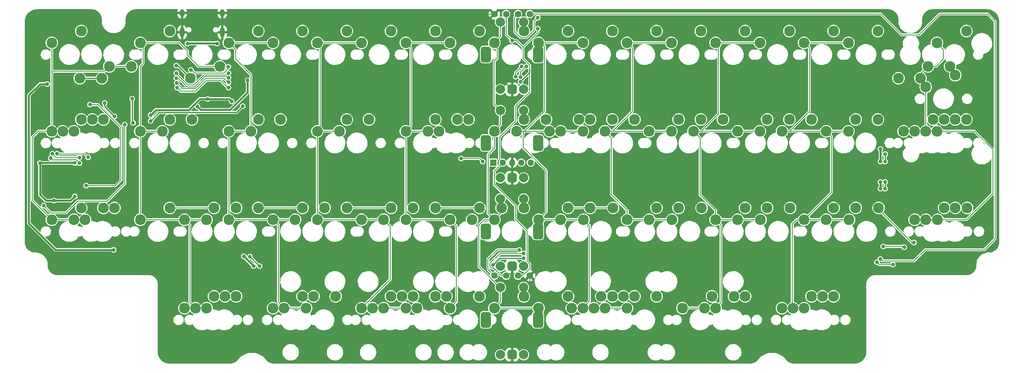
<source format=gtl>
%TF.GenerationSoftware,KiCad,Pcbnew,(7.0.0)*%
%TF.CreationDate,2023-12-16T18:46:29+01:00*%
%TF.ProjectId,universal vault v2,756e6976-6572-4736-916c-207661756c74,rev?*%
%TF.SameCoordinates,Original*%
%TF.FileFunction,Copper,L1,Top*%
%TF.FilePolarity,Positive*%
%FSLAX46Y46*%
G04 Gerber Fmt 4.6, Leading zero omitted, Abs format (unit mm)*
G04 Created by KiCad (PCBNEW (7.0.0)) date 2023-12-16 18:46:29*
%MOMM*%
%LPD*%
G01*
G04 APERTURE LIST*
G04 Aperture macros list*
%AMRoundRect*
0 Rectangle with rounded corners*
0 $1 Rounding radius*
0 $2 $3 $4 $5 $6 $7 $8 $9 X,Y pos of 4 corners*
0 Add a 4 corners polygon primitive as box body*
4,1,4,$2,$3,$4,$5,$6,$7,$8,$9,$2,$3,0*
0 Add four circle primitives for the rounded corners*
1,1,$1+$1,$2,$3*
1,1,$1+$1,$4,$5*
1,1,$1+$1,$6,$7*
1,1,$1+$1,$8,$9*
0 Add four rect primitives between the rounded corners*
20,1,$1+$1,$2,$3,$4,$5,0*
20,1,$1+$1,$4,$5,$6,$7,0*
20,1,$1+$1,$6,$7,$8,$9,0*
20,1,$1+$1,$8,$9,$2,$3,0*%
G04 Aperture macros list end*
%TA.AperFunction,ComponentPad*%
%ADD10C,2.300000*%
%TD*%
%TA.AperFunction,ComponentPad*%
%ADD11C,1.397000*%
%TD*%
%TA.AperFunction,ComponentPad*%
%ADD12C,2.000000*%
%TD*%
%TA.AperFunction,ComponentPad*%
%ADD13RoundRect,0.500000X0.500000X-0.500000X0.500000X0.500000X-0.500000X0.500000X-0.500000X-0.500000X0*%
%TD*%
%TA.AperFunction,ComponentPad*%
%ADD14RoundRect,0.550000X0.550000X-1.150000X0.550000X1.150000X-0.550000X1.150000X-0.550000X-1.150000X0*%
%TD*%
%TA.AperFunction,ComponentPad*%
%ADD15R,1.350000X1.350000*%
%TD*%
%TA.AperFunction,ComponentPad*%
%ADD16O,1.350000X1.350000*%
%TD*%
%TA.AperFunction,ComponentPad*%
%ADD17O,1.000000X1.600000*%
%TD*%
%TA.AperFunction,ComponentPad*%
%ADD18O,1.000000X2.100000*%
%TD*%
%TA.AperFunction,ViaPad*%
%ADD19C,0.800000*%
%TD*%
%TA.AperFunction,Conductor*%
%ADD20C,0.200000*%
%TD*%
%TA.AperFunction,Conductor*%
%ADD21C,0.381000*%
%TD*%
%TA.AperFunction,Conductor*%
%ADD22C,0.254000*%
%TD*%
%TA.AperFunction,Conductor*%
%ADD23C,0.250000*%
%TD*%
G04 APERTURE END LIST*
D10*
%TO.P,K_SPACE4,1*%
%TO.N,col3*%
X115252500Y-63341250D03*
%TO.P,K_SPACE4,2*%
%TO.N,Net-(D_SPACE4-A)*%
X121602500Y-60801250D03*
%TD*%
%TO.P,K_SPACE68,1*%
%TO.N,col6*%
X167640000Y-82391250D03*
%TO.P,K_SPACE68,2*%
%TO.N,Net-(D_SPACE18-A)*%
X173990000Y-79851250D03*
%TD*%
%TO.P,K_SPACE17,1*%
%TO.N,col5*%
X153352500Y-82391250D03*
%TO.P,K_SPACE17,2*%
%TO.N,Net-(D_SPACE17-A)*%
X159702500Y-79851250D03*
%TD*%
%TO.P,K_SPACE30,1*%
%TO.N,col7*%
X181927500Y-101441250D03*
%TO.P,K_SPACE30,2*%
%TO.N,Net-(D_SPACE30-A)*%
X188277500Y-98901250D03*
%TD*%
%TO.P,K_SPACE118,1*%
%TO.N,col8*%
X200977500Y-120491250D03*
%TO.P,K_SPACE118,2*%
%TO.N,Net-(D_SPACE39-A)*%
X207327500Y-117951250D03*
%TD*%
%TO.P,K_SPACE94,1*%
%TO.N,Net-(D_SPACE27-A)*%
X148590000Y-101441250D03*
%TO.P,K_SPACE94,2*%
%TO.N,col5*%
X154940000Y-98901250D03*
%TD*%
%TO.P,K_SPACE73,1*%
%TO.N,col1*%
X81915000Y-82391250D03*
%TO.P,K_SPACE73,2*%
%TO.N,Net-(D_SPACE13-A)*%
X88265000Y-79851250D03*
%TD*%
%TO.P,K_SPACE117,1*%
%TO.N,col2*%
X105727500Y-120491250D03*
%TO.P,K_SPACE117,2*%
%TO.N,Net-(D_SPACE35-A)*%
X112077500Y-117951250D03*
%TD*%
%TO.P,K_SPACE107,1*%
%TO.N,col1*%
X89058750Y-120491250D03*
%TO.P,K_SPACE107,2*%
%TO.N,Net-(D_SPACE34-A)*%
X95408750Y-117951250D03*
%TD*%
%TO.P,K_SPACE83,1*%
%TO.N,col1*%
X77152500Y-101441250D03*
%TO.P,K_SPACE83,2*%
%TO.N,Net-(D_SPACE24-A)*%
X83502500Y-98901250D03*
%TD*%
%TO.P,K_SPACE124,1*%
%TO.N,col3*%
X127158750Y-120491250D03*
%TO.P,K_SPACE124,2*%
%TO.N,Net-(D_SPACE36-A)*%
X133508750Y-117951250D03*
%TD*%
%TO.P,K_SPACE28,1*%
%TO.N,col4*%
X141446250Y-82391250D03*
%TO.P,K_SPACE28,2*%
%TO.N,Net-(D_SPACE16-A)*%
X147796250Y-79851250D03*
%TD*%
%TO.P,K_SPACE72,1*%
%TO.N,col10*%
X243840000Y-82391250D03*
%TO.P,K_SPACE72,2*%
%TO.N,Net-(D_SPACE22-A)*%
X250190000Y-79851250D03*
%TD*%
D11*
%TO.P,OL2,1,SDA*%
%TO.N,SDA*%
X160972500Y-57150000D03*
%TO.P,OL2,2,SCL*%
%TO.N,SCL*%
X158432500Y-57150000D03*
%TO.P,OL2,3,VCC*%
%TO.N,+3V3*%
X155892500Y-57150000D03*
%TO.P,OL2,4,GND*%
%TO.N,GND*%
X153352500Y-57150000D03*
%TD*%
D10*
%TO.P,K_SPACE95,1*%
%TO.N,col10*%
X246221250Y-72866250D03*
%TO.P,K_SPACE95,2*%
%TO.N,Net-(D_SPACE11-A)*%
X252571250Y-70326250D03*
%TD*%
%TO.P,K_SPACE9,1*%
%TO.N,col8*%
X210502500Y-63341250D03*
%TO.P,K_SPACE9,2*%
%TO.N,Net-(D_SPACE9-A)*%
X216852500Y-60801250D03*
%TD*%
%TO.P,K_SPACE21,1*%
%TO.N,col9*%
X229552500Y-82391250D03*
%TO.P,K_SPACE21,2*%
%TO.N,Net-(D_SPACE21-A)*%
X235902500Y-79851250D03*
%TD*%
%TO.P,K_SPACE33,1*%
%TO.N,col10*%
X243840000Y-101441250D03*
%TO.P,K_SPACE33,2*%
%TO.N,Net-(D_SPACE33-A)*%
X250190000Y-98901250D03*
%TD*%
%TO.P,K_SPACE55,1*%
%TO.N,col3*%
X124777500Y-63341250D03*
%TO.P,K_SPACE55,2*%
%TO.N,Net-(D_SPACE4-A)*%
X131127500Y-60801250D03*
%TD*%
%TO.P,K_SPACE121,1*%
%TO.N,col6*%
X174783750Y-120491250D03*
%TO.P,K_SPACE121,2*%
%TO.N,Net-(D_SPACE38-A)*%
X181133750Y-117951250D03*
%TD*%
%TO.P,K_SPACE115,1*%
%TO.N,col6*%
X170021250Y-120491250D03*
%TO.P,K_SPACE115,2*%
%TO.N,Net-(D_SPACE38-A)*%
X176371250Y-117951250D03*
%TD*%
%TO.P,K_SPACE15,1*%
%TO.N,col3*%
X115252500Y-82391250D03*
%TO.P,K_SPACE15,2*%
%TO.N,Net-(D_SPACE15-A)*%
X121602500Y-79851250D03*
%TD*%
%TO.P,K_SPACE70,1*%
%TO.N,col8*%
X205740000Y-82391250D03*
%TO.P,K_SPACE70,2*%
%TO.N,Net-(D_SPACE20-A)*%
X212090000Y-79851250D03*
%TD*%
%TO.P,K_SPACE38,1*%
%TO.N,col6*%
X177165000Y-120491250D03*
%TO.P,K_SPACE38,2*%
%TO.N,Net-(D_SPACE38-A)*%
X183515000Y-117951250D03*
%TD*%
%TO.P,K_SPACE98,1*%
%TO.N,col8*%
X205740000Y-101441250D03*
%TO.P,K_SPACE98,2*%
%TO.N,Net-(D_SPACE31-A)*%
X212090000Y-98901250D03*
%TD*%
%TO.P,K_SPACE78,1*%
%TO.N,col7*%
X177165000Y-82391250D03*
%TO.P,K_SPACE78,2*%
%TO.N,Net-(D_SPACE19-A)*%
X183515000Y-79851250D03*
%TD*%
%TO.P,K_SPACE101,1*%
%TO.N,col10*%
X246221250Y-82391250D03*
%TO.P,K_SPACE101,2*%
%TO.N,Net-(D_SPACE22-A)*%
X252571250Y-79851250D03*
%TD*%
%TO.P,K_SPACE10,1*%
%TO.N,col9*%
X229552500Y-63341250D03*
%TO.P,K_SPACE10,2*%
%TO.N,Net-(D_SPACE10-A)*%
X235902500Y-60801250D03*
%TD*%
%TO.P,K_SPACE74,1*%
%TO.N,col2*%
X100965000Y-82391250D03*
%TO.P,K_SPACE74,2*%
%TO.N,Net-(D_SPACE14-A)*%
X107315000Y-79851250D03*
%TD*%
D11*
%TO.P,OL1,1,SDA*%
%TO.N,SDA*%
X153352500Y-113506250D03*
%TO.P,OL1,2,SCL*%
%TO.N,SCL*%
X155892500Y-113506250D03*
%TO.P,OL1,3,VCC*%
%TO.N,+3V3*%
X158432500Y-113506250D03*
%TO.P,OL1,4,GND*%
%TO.N,GND*%
X160972500Y-113506250D03*
%TD*%
D10*
%TO.P,K_SPACE99,1*%
%TO.N,col9*%
X224790000Y-101441250D03*
%TO.P,K_SPACE99,2*%
%TO.N,Net-(D_SPACE32-A)*%
X231140000Y-98901250D03*
%TD*%
%TO.P,K_SPACE85,1*%
%TO.N,col3*%
X115252500Y-101441250D03*
%TO.P,K_SPACE85,2*%
%TO.N,Net-(D_SPACE26-A)*%
X121602500Y-98901250D03*
%TD*%
%TO.P,K_SPACE110,1*%
%TO.N,col5*%
X153352500Y-120491250D03*
%TO.P,K_SPACE110,2*%
%TO.N,Net-(D_SPACE42-A)*%
X159702500Y-117951250D03*
%TD*%
%TO.P,K_SPACE2,1*%
%TO.N,col1*%
X77152500Y-63341250D03*
%TO.P,K_SPACE2,2*%
%TO.N,Net-(D_SPACE2-A)*%
X83502500Y-60801250D03*
%TD*%
%TO.P,K_SPACE92,1*%
%TO.N,col2*%
X110490000Y-101441250D03*
%TO.P,K_SPACE92,2*%
%TO.N,Net-(D_SPACE25-A)*%
X116840000Y-98901250D03*
%TD*%
%TO.P,K_SPACE34,1*%
%TO.N,col6*%
X165258750Y-82391250D03*
%TO.P,K_SPACE34,2*%
%TO.N,Net-(D_SPACE18-A)*%
X171608750Y-79851250D03*
%TD*%
%TO.P,K_SPACE14,1*%
%TO.N,col2*%
X96202500Y-82391250D03*
%TO.P,K_SPACE14,2*%
%TO.N,Net-(D_SPACE14-A)*%
X102552500Y-79851250D03*
%TD*%
%TO.P,K_SPACE77,1*%
%TO.N,col6*%
X158115000Y-82391250D03*
%TO.P,K_SPACE77,2*%
%TO.N,Net-(D_SPACE18-A)*%
X164465000Y-79851250D03*
%TD*%
%TO.P,K_SPACE32,1*%
%TO.N,col9*%
X220027500Y-101441250D03*
%TO.P,K_SPACE32,2*%
%TO.N,Net-(D_SPACE32-A)*%
X226377500Y-98901250D03*
%TD*%
%TO.P,K_SPACE114,1*%
%TO.N,col3*%
X136683750Y-120491250D03*
%TO.P,K_SPACE114,2*%
%TO.N,Net-(D_SPACE36-A)*%
X143033750Y-117951250D03*
%TD*%
%TO.P,K_SPACE67,1*%
%TO.N,col0*%
X60483750Y-82391250D03*
%TO.P,K_SPACE67,2*%
%TO.N,Net-(D_SPACE12-A)*%
X66833750Y-79851250D03*
%TD*%
%TO.P,K_SPACE108,1*%
%TO.N,col8*%
X193833750Y-120491250D03*
%TO.P,K_SPACE108,2*%
%TO.N,Net-(D_SPACE39-A)*%
X200183750Y-117951250D03*
%TD*%
%TO.P,K_SPACE37,1*%
%TO.N,col3*%
X129540000Y-120491250D03*
%TO.P,K_SPACE37,2*%
%TO.N,Net-(D_SPACE36-A)*%
X135890000Y-117951250D03*
%TD*%
%TO.P,K_SPACE71,1*%
%TO.N,col9*%
X224790000Y-82391250D03*
%TO.P,K_SPACE71,2*%
%TO.N,Net-(D_SPACE21-A)*%
X231140000Y-79851250D03*
%TD*%
%TO.P,K_SPACE88,1*%
%TO.N,col7*%
X191618750Y-101441250D03*
%TO.P,K_SPACE88,2*%
%TO.N,Net-(D_SPACE30-A)*%
X197968750Y-98901250D03*
%TD*%
%TO.P,K_SPACE50,1*%
%TO.N,col0*%
X65246250Y-101441250D03*
%TO.P,K_SPACE50,2*%
%TO.N,Net-(D_SPACE23-A)*%
X71596250Y-98901250D03*
%TD*%
%TO.P,K_SPACE57,1*%
%TO.N,col0*%
X62865000Y-82391250D03*
%TO.P,K_SPACE57,2*%
%TO.N,Net-(D_SPACE12-A)*%
X69215000Y-79851250D03*
%TD*%
%TO.P,K_SPACE26,1*%
%TO.N,col3*%
X124777500Y-101441250D03*
%TO.P,K_SPACE26,2*%
%TO.N,Net-(D_SPACE26-A)*%
X131127500Y-98901250D03*
%TD*%
%TO.P,K_SPACE90,1*%
%TO.N,col9*%
X229718750Y-101441250D03*
%TO.P,K_SPACE90,2*%
%TO.N,Net-(D_SPACE32-A)*%
X236068750Y-98901250D03*
%TD*%
%TO.P,K_SPACE116,1*%
%TO.N,col6*%
X181927500Y-120491250D03*
%TO.P,K_SPACE116,2*%
%TO.N,Net-(D_SPACE38-A)*%
X188277500Y-117951250D03*
%TD*%
D12*
%TO.P,SW5,A,A*%
%TO.N,rG*%
X154662500Y-111481250D03*
%TO.P,SW5,B,B*%
%TO.N,rH*%
X159662500Y-111481250D03*
D13*
%TO.P,SW5,C,C*%
%TO.N,GND*%
X157162500Y-111481250D03*
D14*
%TO.P,SW5,MP*%
%TO.N,N/C*%
X151562500Y-103981250D03*
X162762500Y-103981250D03*
D12*
%TO.P,SW5,S1,S1*%
%TO.N,Net-(D_SPACE28-A)*%
X159662500Y-96981250D03*
%TO.P,SW5,S2,S2*%
%TO.N,col5*%
X154662500Y-96981250D03*
%TD*%
D10*
%TO.P,K_SPACE93,1*%
%TO.N,col3*%
X129540000Y-101441250D03*
%TO.P,K_SPACE93,2*%
%TO.N,Net-(D_SPACE26-A)*%
X135890000Y-98901250D03*
%TD*%
%TO.P,K_SPACE81,1*%
%TO.N,col10*%
X241458750Y-82391250D03*
%TO.P,K_SPACE81,2*%
%TO.N,Net-(D_SPACE22-A)*%
X247808750Y-79851250D03*
%TD*%
%TO.P,K_SPACE128,1*%
%TO.N,col3*%
X124777500Y-120491250D03*
%TO.P,K_SPACE128,2*%
%TO.N,Net-(D_SPACE36-A)*%
X131127500Y-117951250D03*
%TD*%
%TO.P,K_SPACE87,1*%
%TO.N,col6*%
X172568750Y-101441250D03*
%TO.P,K_SPACE87,2*%
%TO.N,Net-(D_SPACE29-A)*%
X178918750Y-98901250D03*
%TD*%
%TO.P,K_SPACE123,1*%
%TO.N,col9*%
X215265000Y-120491250D03*
%TO.P,K_SPACE123,2*%
%TO.N,Net-(D_SPACE40-A)*%
X221615000Y-117951250D03*
%TD*%
%TO.P,K_SPACE97,1*%
%TO.N,col7*%
X186690000Y-101441250D03*
%TO.P,K_SPACE97,2*%
%TO.N,Net-(D_SPACE30-A)*%
X193040000Y-98901250D03*
%TD*%
%TO.P,K_SPACE69,1*%
%TO.N,col7*%
X186690000Y-82391250D03*
%TO.P,K_SPACE69,2*%
%TO.N,Net-(D_SPACE19-A)*%
X193040000Y-79851250D03*
%TD*%
%TO.P,K_SPACE56,1*%
%TO.N,col4*%
X143827500Y-63341250D03*
%TO.P,K_SPACE56,2*%
%TO.N,Net-(D_SPACE5-A)*%
X150177500Y-60801250D03*
%TD*%
%TO.P,K_SPACE62,1*%
%TO.N,col10*%
X246697500Y-68421250D03*
%TO.P,K_SPACE62,2*%
%TO.N,Net-(D_SPACE11-A)*%
X240347500Y-70961250D03*
%TD*%
%TO.P,K_SPACE109,1*%
%TO.N,col9*%
X217646250Y-120491250D03*
%TO.P,K_SPACE109,2*%
%TO.N,Net-(D_SPACE40-A)*%
X223996250Y-117951250D03*
%TD*%
%TO.P,K_SPACE25,1*%
%TO.N,col2*%
X105727500Y-101441250D03*
%TO.P,K_SPACE25,2*%
%TO.N,Net-(D_SPACE25-A)*%
X112077500Y-98901250D03*
%TD*%
%TO.P,K_SPACE63,1*%
%TO.N,col1*%
X81915000Y-82391250D03*
%TO.P,K_SPACE63,2*%
%TO.N,Net-(D_SPACE13-A)*%
X88265000Y-79851250D03*
%TD*%
%TO.P,K_SPACE51,1*%
%TO.N,col1*%
X91440000Y-101441250D03*
%TO.P,K_SPACE51,2*%
%TO.N,Net-(D_SPACE24-A)*%
X97790000Y-98901250D03*
%TD*%
%TO.P,K_SPACE60,1*%
%TO.N,col8*%
X200977500Y-63341250D03*
%TO.P,K_SPACE60,2*%
%TO.N,Net-(D_SPACE9-A)*%
X207327500Y-60801250D03*
%TD*%
%TO.P,K_SPACE103,1*%
%TO.N,col0*%
X70485000Y-68421250D03*
%TO.P,K_SPACE103,2*%
%TO.N,Net-(D_SPACE1-A)*%
X64135000Y-70961250D03*
%TD*%
%TO.P,K_SPACE102,1*%
%TO.N,Net-(D_SPACE11-A)*%
X251460000Y-68421250D03*
%TO.P,K_SPACE102,2*%
%TO.N,col10*%
X245110000Y-70961250D03*
%TD*%
%TO.P,K_SPACE39,1*%
%TO.N,col3*%
X124777500Y-120491250D03*
%TO.P,K_SPACE39,2*%
%TO.N,Net-(D_SPACE36-A)*%
X131127500Y-117951250D03*
%TD*%
%TO.P,K_SPACE8,1*%
%TO.N,col7*%
X191452500Y-63341250D03*
%TO.P,K_SPACE8,2*%
%TO.N,Net-(D_SPACE8-A)*%
X197802500Y-60801250D03*
%TD*%
%TO.P,K_SPACE86,1*%
%TO.N,col4*%
X134302500Y-101441250D03*
%TO.P,K_SPACE86,2*%
%TO.N,Net-(D_SPACE27-A)*%
X140652500Y-98901250D03*
%TD*%
%TO.P,K_SPACE100,1*%
%TO.N,col10*%
X246221250Y-101441250D03*
%TO.P,K_SPACE100,2*%
%TO.N,Net-(D_SPACE33-A)*%
X252571250Y-98901250D03*
%TD*%
%TO.P,K_SPACE66,1*%
%TO.N,col4*%
X139065000Y-82391250D03*
%TO.P,K_SPACE66,2*%
%TO.N,Net-(D_SPACE16-A)*%
X145415000Y-79851250D03*
%TD*%
D12*
%TO.P,SW1,A,A*%
%TO.N,rA*%
X154662500Y-73381250D03*
%TO.P,SW1,B,B*%
%TO.N,rB*%
X159662500Y-73381250D03*
D13*
%TO.P,SW1,C,C*%
%TO.N,GND*%
X157162500Y-73381250D03*
D14*
%TO.P,SW1,MP*%
%TO.N,N/C*%
X151562500Y-65881250D03*
X162762500Y-65881250D03*
D12*
%TO.P,SW1,S1,S1*%
%TO.N,Net-(D_SPACE6-A)*%
X159662500Y-58881250D03*
%TO.P,SW1,S2,S2*%
%TO.N,col5*%
X154662500Y-58881250D03*
%TD*%
D10*
%TO.P,K_SPACE79,1*%
%TO.N,col8*%
X196215000Y-82391250D03*
%TO.P,K_SPACE79,2*%
%TO.N,Net-(D_SPACE20-A)*%
X202565000Y-79851250D03*
%TD*%
%TO.P,K_SPACE64,1*%
%TO.N,col2*%
X100965000Y-82391250D03*
%TO.P,K_SPACE64,2*%
%TO.N,Net-(D_SPACE14-A)*%
X107315000Y-79851250D03*
%TD*%
%TO.P,K_SPACE20,1*%
%TO.N,col8*%
X210502500Y-82391250D03*
%TO.P,K_SPACE20,2*%
%TO.N,Net-(D_SPACE20-A)*%
X216852500Y-79851250D03*
%TD*%
%TO.P,K_SPACE49,1*%
%TO.N,col5*%
X153352500Y-101441250D03*
%TO.P,K_SPACE49,2*%
%TO.N,Net-(D_SPACE28-A)*%
X159702500Y-98901250D03*
%TD*%
%TO.P,K_SPACE59,1*%
%TO.N,col7*%
X181927500Y-63341250D03*
%TO.P,K_SPACE59,2*%
%TO.N,Net-(D_SPACE8-A)*%
X188277500Y-60801250D03*
%TD*%
%TO.P,K_SPACE104,1*%
%TO.N,col0*%
X60483750Y-82391250D03*
%TO.P,K_SPACE104,2*%
%TO.N,Net-(D_SPACE12-A)*%
X66833750Y-79851250D03*
%TD*%
%TO.P,K_SPACE84,1*%
%TO.N,col2*%
X96202500Y-101441250D03*
%TO.P,K_SPACE84,2*%
%TO.N,Net-(D_SPACE25-A)*%
X102552500Y-98901250D03*
%TD*%
%TO.P,K_SPACE106,1*%
%TO.N,col2*%
X112871250Y-120491250D03*
%TO.P,K_SPACE106,2*%
%TO.N,Net-(D_SPACE35-A)*%
X119221250Y-117951250D03*
%TD*%
%TO.P,K_SPACE125,1*%
%TO.N,col6*%
X172402500Y-120491250D03*
%TO.P,K_SPACE125,2*%
%TO.N,Net-(D_SPACE38-A)*%
X178752500Y-117951250D03*
%TD*%
%TO.P,K_SPACE11,1*%
%TO.N,col10*%
X248602500Y-63341250D03*
%TO.P,K_SPACE11,2*%
%TO.N,Net-(D_SPACE11-A)*%
X254952500Y-60801250D03*
%TD*%
%TO.P,K_SPACE91,1*%
%TO.N,col10*%
X248768750Y-101441250D03*
%TO.P,K_SPACE91,2*%
%TO.N,Net-(D_SPACE33-A)*%
X255118750Y-98901250D03*
%TD*%
D12*
%TO.P,SW2,A,A*%
%TO.N,rC*%
X154662500Y-92431250D03*
%TO.P,SW2,B,B*%
%TO.N,rD*%
X159662500Y-92431250D03*
D13*
%TO.P,SW2,C,C*%
%TO.N,GND*%
X157162500Y-92431250D03*
D14*
%TO.P,SW2,MP*%
%TO.N,N/C*%
X151562500Y-84931250D03*
X162762500Y-84931250D03*
D12*
%TO.P,SW2,S1,S1*%
%TO.N,Net-(D_SPACE17-A)*%
X159662500Y-77931250D03*
%TO.P,SW2,S2,S2*%
%TO.N,col5*%
X154662500Y-77931250D03*
%TD*%
D10*
%TO.P,K_SPACE122,1*%
%TO.N,col1*%
X91440000Y-120491250D03*
%TO.P,K_SPACE122,2*%
%TO.N,Net-(D_SPACE34-A)*%
X97790000Y-117951250D03*
%TD*%
%TO.P,K_SPACE129,1*%
%TO.N,col6*%
X181927500Y-120491250D03*
%TO.P,K_SPACE129,2*%
%TO.N,Net-(D_SPACE38-A)*%
X188277500Y-117951250D03*
%TD*%
%TO.P,K_SPACE113,1*%
%TO.N,col9*%
X220027500Y-120491250D03*
%TO.P,K_SPACE113,2*%
%TO.N,Net-(D_SPACE40-A)*%
X226377500Y-117951250D03*
%TD*%
%TO.P,K_SPACE19,1*%
%TO.N,col7*%
X191452500Y-82391250D03*
%TO.P,K_SPACE19,2*%
%TO.N,Net-(D_SPACE19-A)*%
X197802500Y-79851250D03*
%TD*%
%TO.P,K_SPACE23,1*%
%TO.N,col0*%
X62865000Y-101441250D03*
%TO.P,K_SPACE23,2*%
%TO.N,Net-(D_SPACE23-A)*%
X69215000Y-98901250D03*
%TD*%
%TO.P,K_SPACE16,1*%
%TO.N,col4*%
X134302500Y-82391250D03*
%TO.P,K_SPACE16,2*%
%TO.N,Net-(D_SPACE16-A)*%
X140652500Y-79851250D03*
%TD*%
%TO.P,K_SPACE105,1*%
%TO.N,col1*%
X86677500Y-120491250D03*
%TO.P,K_SPACE105,2*%
%TO.N,Net-(D_SPACE34-A)*%
X93027500Y-117951250D03*
%TD*%
%TO.P,K_SPACE12,1*%
%TO.N,col0*%
X58102500Y-82391250D03*
%TO.P,K_SPACE12,2*%
%TO.N,Net-(D_SPACE12-A)*%
X64452500Y-79851250D03*
%TD*%
%TO.P,K_SPACE22,1*%
%TO.N,col10*%
X248602500Y-82391250D03*
%TO.P,K_SPACE22,2*%
%TO.N,Net-(D_SPACE22-A)*%
X254952500Y-79851250D03*
%TD*%
%TO.P,K_SPACE52,1*%
%TO.N,col0*%
X75247500Y-68421250D03*
%TO.P,K_SPACE52,2*%
%TO.N,Net-(D_SPACE1-A)*%
X68897500Y-70961250D03*
%TD*%
%TO.P,K_SPACE65,1*%
%TO.N,col3*%
X120015000Y-82391250D03*
%TO.P,K_SPACE65,2*%
%TO.N,Net-(D_SPACE15-A)*%
X126365000Y-79851250D03*
%TD*%
%TO.P,K_SPACE53,1*%
%TO.N,col1*%
X94297500Y-68421250D03*
%TO.P,K_SPACE53,2*%
%TO.N,Net-(D_SPACE2-A)*%
X87947500Y-70961250D03*
%TD*%
%TO.P,K_SPACE3,1*%
%TO.N,col2*%
X96202500Y-63341250D03*
%TO.P,K_SPACE3,2*%
%TO.N,Net-(D_SPACE3-A)*%
X102552500Y-60801250D03*
%TD*%
%TO.P,K_SPACE80,1*%
%TO.N,col9*%
X215265000Y-82391250D03*
%TO.P,K_SPACE80,2*%
%TO.N,Net-(D_SPACE21-A)*%
X221615000Y-79851250D03*
%TD*%
%TO.P,K_SPACE7,1*%
%TO.N,col6*%
X172402500Y-63341250D03*
%TO.P,K_SPACE7,2*%
%TO.N,Net-(D_SPACE7-A)*%
X178752500Y-60801250D03*
%TD*%
%TO.P,K_SPACE96,1*%
%TO.N,col6*%
X167640000Y-101441250D03*
%TO.P,K_SPACE96,2*%
%TO.N,Net-(D_SPACE29-A)*%
X173990000Y-98901250D03*
%TD*%
%TO.P,K_SPACE6,1*%
%TO.N,col5*%
X153352500Y-63341250D03*
%TO.P,K_SPACE6,2*%
%TO.N,Net-(D_SPACE6-A)*%
X159702500Y-60801250D03*
%TD*%
%TO.P,K_SPACE82,1*%
%TO.N,col0*%
X58102500Y-101441250D03*
%TO.P,K_SPACE82,2*%
%TO.N,Net-(D_SPACE23-A)*%
X64452500Y-98901250D03*
%TD*%
%TO.P,K_SPACE111,1*%
%TO.N,col2*%
X108108750Y-120491250D03*
%TO.P,K_SPACE111,2*%
%TO.N,Net-(D_SPACE35-A)*%
X114458750Y-117951250D03*
%TD*%
%TO.P,K_SPACE89,1*%
%TO.N,col8*%
X210668750Y-101441250D03*
%TO.P,K_SPACE89,2*%
%TO.N,Net-(D_SPACE31-A)*%
X217018750Y-98901250D03*
%TD*%
%TO.P,K_SPACE29,1*%
%TO.N,col6*%
X162877500Y-101441250D03*
%TO.P,K_SPACE29,2*%
%TO.N,Net-(D_SPACE29-A)*%
X169227500Y-98901250D03*
%TD*%
%TO.P,K_SPACE5,1*%
%TO.N,col4*%
X134302500Y-63341250D03*
%TO.P,K_SPACE5,2*%
%TO.N,Net-(D_SPACE5-A)*%
X140652500Y-60801250D03*
%TD*%
%TO.P,K_SPACE120,1*%
%TO.N,col3*%
X134302500Y-120491250D03*
%TO.P,K_SPACE120,2*%
%TO.N,Net-(D_SPACE36-A)*%
X140652500Y-117951250D03*
%TD*%
%TO.P,K_SPACE58,1*%
%TO.N,col6*%
X162877500Y-63341250D03*
%TO.P,K_SPACE58,2*%
%TO.N,Net-(D_SPACE7-A)*%
X169227500Y-60801250D03*
%TD*%
%TO.P,K_SPACE75,1*%
%TO.N,col3*%
X120015000Y-82391250D03*
%TO.P,K_SPACE75,2*%
%TO.N,Net-(D_SPACE15-A)*%
X126365000Y-79851250D03*
%TD*%
%TO.P,K_SPACE27,1*%
%TO.N,col4*%
X143827500Y-101441250D03*
%TO.P,K_SPACE27,2*%
%TO.N,Net-(D_SPACE27-A)*%
X150177500Y-98901250D03*
%TD*%
%TO.P,K_SPACE61,1*%
%TO.N,col9*%
X220027500Y-63341250D03*
%TO.P,K_SPACE61,2*%
%TO.N,Net-(D_SPACE10-A)*%
X226377500Y-60801250D03*
%TD*%
%TO.P,K_SPACE24,1*%
%TO.N,col1*%
X86677500Y-101441250D03*
%TO.P,K_SPACE24,2*%
%TO.N,Net-(D_SPACE24-A)*%
X93027500Y-98901250D03*
%TD*%
%TO.P,K_SPACE18,1*%
%TO.N,col6*%
X172402500Y-82391250D03*
%TO.P,K_SPACE18,2*%
%TO.N,Net-(D_SPACE18-A)*%
X178752500Y-79851250D03*
%TD*%
%TO.P,K_SPACE76,1*%
%TO.N,col4*%
X139065000Y-82391250D03*
%TO.P,K_SPACE76,2*%
%TO.N,Net-(D_SPACE16-A)*%
X145415000Y-79851250D03*
%TD*%
%TO.P,K_SPACE31,1*%
%TO.N,col8*%
X200977500Y-101441250D03*
%TO.P,K_SPACE31,2*%
%TO.N,Net-(D_SPACE31-A)*%
X207327500Y-98901250D03*
%TD*%
%TO.P,K_SPACE1,1*%
%TO.N,col0*%
X58102500Y-63341250D03*
%TO.P,K_SPACE1,2*%
%TO.N,Net-(D_SPACE1-A)*%
X64452500Y-60801250D03*
%TD*%
D12*
%TO.P,SW3,A,A*%
%TO.N,rE*%
X154662500Y-130531250D03*
%TO.P,SW3,B,B*%
%TO.N,rF*%
X159662500Y-130531250D03*
D13*
%TO.P,SW3,C,C*%
%TO.N,GND*%
X157162500Y-130531250D03*
D14*
%TO.P,SW3,MP*%
%TO.N,N/C*%
X151562500Y-123031250D03*
X162762500Y-123031250D03*
D12*
%TO.P,SW3,S1,S1*%
%TO.N,Net-(D_SPACE42-A)*%
X159662500Y-116031250D03*
%TO.P,SW3,S2,S2*%
%TO.N,col5*%
X154662500Y-116031250D03*
%TD*%
D10*
%TO.P,K_SPACE112,1*%
%TO.N,col8*%
X198596250Y-120491250D03*
%TO.P,K_SPACE112,2*%
%TO.N,Net-(D_SPACE39-A)*%
X204946250Y-117951250D03*
%TD*%
%TO.P,K_SPACE35,1*%
%TO.N,col4*%
X143827500Y-120491250D03*
%TO.P,K_SPACE35,2*%
%TO.N,Net-(D_SPACE37-A)*%
X150177500Y-117951250D03*
%TD*%
%TO.P,K_SPACE54,1*%
%TO.N,col2*%
X105727500Y-63341250D03*
%TO.P,K_SPACE54,2*%
%TO.N,Net-(D_SPACE3-A)*%
X112077500Y-60801250D03*
%TD*%
%TO.P,K_SPACE13,1*%
%TO.N,col1*%
X77152500Y-82391250D03*
%TO.P,K_SPACE13,2*%
%TO.N,Net-(D_SPACE13-A)*%
X83502500Y-79851250D03*
%TD*%
%TO.P,K_SPACE36,1*%
%TO.N,col5*%
X162877500Y-120491250D03*
%TO.P,K_SPACE36,2*%
%TO.N,Net-(D_SPACE42-A)*%
X169227500Y-117951250D03*
%TD*%
D15*
%TO.P,TP1,1,Pin_1*%
%TO.N,TP_clk*%
X153162499Y-89159999D03*
D16*
%TO.P,TP1,2,Pin_2*%
%TO.N,+3V3*%
X155162499Y-89159999D03*
%TO.P,TP1,3,Pin_3*%
%TO.N,GND*%
X157162499Y-89159999D03*
%TO.P,TP1,4,Pin_4*%
%TO.N,TP_data*%
X159162499Y-89159999D03*
%TO.P,TP1,5,Pin_5*%
%TO.N,/TP_RST*%
X161162499Y-89159999D03*
%TD*%
D17*
%TO.P,J1,S1,SHIELD*%
%TO.N,GND*%
X86167499Y-56893749D03*
D18*
X86167499Y-61073749D03*
D17*
X94807499Y-56893749D03*
D18*
X94807499Y-61073749D03*
%TD*%
D19*
%TO.N,GND*%
X82216394Y-58722813D03*
X99218750Y-58737500D03*
%TO.N,SDA*%
X236426792Y-109911782D03*
%TO.N,SCL*%
X235720037Y-110618537D03*
X239121030Y-111123700D03*
%TO.N,SDA*%
X158750000Y-107950000D03*
%TO.N,SCL*%
X159683000Y-108743750D03*
%TO.N,GND*%
X138112500Y-76200000D03*
X66286944Y-96043750D03*
X59293765Y-99282894D03*
X54768750Y-87312500D03*
X133350000Y-111918750D03*
X157162500Y-132063518D03*
X155656710Y-72128273D03*
X60980750Y-98425000D03*
X73628160Y-76130766D03*
X212828553Y-76759073D03*
X157162500Y-117224500D03*
X83160682Y-77019500D03*
X238918750Y-106362500D03*
X59531250Y-92868750D03*
X103981250Y-111430750D03*
X211137500Y-111918750D03*
X178218038Y-76611957D03*
X71792464Y-81401286D03*
X63492675Y-74415349D03*
X150944767Y-91350500D03*
X56825809Y-87255750D03*
X109137161Y-76752167D03*
X168107366Y-88273884D03*
X69056250Y-107156250D03*
X98425000Y-73818750D03*
X181768750Y-111918750D03*
X240506250Y-77787500D03*
X78211550Y-79842247D03*
X151606250Y-57150000D03*
X90487500Y-76993750D03*
X161925000Y-116681250D03*
%TO.N,Net-(D_SPACE2-A)*%
X84931250Y-68262500D03*
%TO.N,+5V*%
X236464000Y-86195506D03*
X91667439Y-75442811D03*
X79375000Y-78905750D03*
X71437500Y-107950000D03*
X101542286Y-111430750D03*
X96849879Y-75961904D03*
X57150000Y-72231250D03*
X99433893Y-109322357D03*
X236469515Y-93350500D03*
X236469515Y-94749500D03*
X236469515Y-88900000D03*
%TO.N,row0*%
X96105649Y-68525355D03*
X88040753Y-69186247D03*
%TO.N,row2*%
X237078800Y-107212500D03*
X241577000Y-107409650D03*
%TO.N,Net-(D_SPACE32-A)*%
X243681250Y-106362500D03*
%TO.N,VCC*%
X87312500Y-63500000D03*
X93662500Y-63500000D03*
%TO.N,+3V3*%
X58581750Y-97345138D03*
X146220323Y-88276573D03*
X162718750Y-60325000D03*
X158963000Y-71705041D03*
X150848349Y-88916804D03*
X63094152Y-89221876D03*
X100265500Y-71437500D03*
X157162500Y-62874500D03*
X55562500Y-89262909D03*
X89494406Y-77106750D03*
X63084372Y-96421872D03*
%TO.N,BOOT*%
X65543637Y-94119250D03*
X66317796Y-76653478D03*
%TO.N,SDA*%
X85059796Y-73018294D03*
X160263000Y-68413000D03*
X158953836Y-70705581D03*
X96147999Y-72975750D03*
%TO.N,SCL*%
X157956250Y-70643750D03*
X162723767Y-57942013D03*
X96158052Y-71855986D03*
X159263497Y-68413000D03*
X159263497Y-68413000D03*
X85003672Y-71972926D03*
%TO.N,rB*%
X96129093Y-70856903D03*
X84923075Y-70976679D03*
%TO.N,rD*%
X57911345Y-88196758D03*
X64092487Y-89270169D03*
%TO.N,rA*%
X96143578Y-69857506D03*
X84931250Y-69850000D03*
%TO.N,Net-(LED1-DOUT)*%
X79375000Y-80168750D03*
X99218750Y-76993750D03*
X75622884Y-80594300D03*
X75423706Y-75406250D03*
%TO.N,rgb underglow*%
X71608052Y-79204448D03*
X69487608Y-76307879D03*
%TO.N,Net-(LED6-DOUT)*%
X237469018Y-87312500D03*
X237469018Y-94749500D03*
X237469018Y-88900000D03*
X237469018Y-93350500D03*
%TO.N,Net-(LED10-DIN)*%
X153091479Y-111180750D03*
X159683000Y-109780832D03*
%TO.N,Net-(LED11-DOUT)*%
X100770412Y-109381750D03*
X102817787Y-111430750D03*
%TO.N,RGB MCU*%
X73818750Y-80962500D03*
X56347395Y-98425000D03*
%TO.N,TP_clk*%
X58248258Y-87255750D03*
X64040476Y-88049001D03*
%TO.N,TP_data*%
X59247761Y-87255750D03*
X65958283Y-88029217D03*
%TD*%
D20*
%TO.N,SDA*%
X236846260Y-110331250D02*
X236426792Y-109911782D01*
X243681250Y-110331250D02*
X236846260Y-110331250D01*
X246062500Y-107950000D02*
X243681250Y-110331250D01*
%TO.N,SCL*%
X236225200Y-111123700D02*
X235720037Y-110618537D01*
X239121030Y-111123700D02*
X236225200Y-111123700D01*
%TO.N,SDA*%
X151991479Y-109946021D02*
X153987500Y-107950000D01*
X153987500Y-107950000D02*
X158750000Y-107950000D01*
X151991479Y-112145229D02*
X151991479Y-109946021D01*
X153352500Y-113506250D02*
X151991479Y-112145229D01*
%TO.N,SCL*%
X154538529Y-108743750D02*
X159683000Y-108743750D01*
X152391479Y-111470700D02*
X152391479Y-110890800D01*
X153223522Y-111880750D02*
X152801529Y-111880750D01*
X154849022Y-113506250D02*
X153223522Y-111880750D01*
X152391479Y-110890800D02*
X154538529Y-108743750D01*
X152801529Y-111880750D02*
X152391479Y-111470700D01*
X155892500Y-113506250D02*
X154849022Y-113506250D01*
%TO.N,SDA*%
X258768160Y-107950000D02*
X246062500Y-107950000D01*
X261149410Y-105568750D02*
X258768160Y-107950000D01*
X244767160Y-61626000D02*
X249243160Y-57150000D01*
X249243160Y-57150000D02*
X259561910Y-57150000D01*
X241019160Y-61626000D02*
X244767160Y-61626000D01*
X236543160Y-57150000D02*
X241019160Y-61626000D01*
X259561910Y-57150000D02*
X261149410Y-58737500D01*
X160978160Y-57150000D02*
X236543160Y-57150000D01*
X261149410Y-58737500D02*
X261149410Y-105568750D01*
%TO.N,SCL*%
X161925000Y-58740780D02*
X162723767Y-57942013D01*
X159088750Y-62251250D02*
X160303110Y-62251250D01*
X157734000Y-60896500D02*
X159088750Y-62251250D01*
X160303110Y-62251250D02*
X161925000Y-60629360D01*
X161925000Y-60629360D02*
X161925000Y-58740780D01*
X158432500Y-57150000D02*
X157734000Y-57848500D01*
X157734000Y-57848500D02*
X157734000Y-60896500D01*
%TO.N,+3V3*%
X155962500Y-61674500D02*
X155962500Y-57220000D01*
X157162500Y-62874500D02*
X155962500Y-61674500D01*
X162718750Y-61118750D02*
X162718750Y-60325000D01*
X159543750Y-64293750D02*
X162718750Y-61118750D01*
%TO.N,GND*%
X157162500Y-111481250D02*
X157162500Y-117224500D01*
X157162500Y-73381250D02*
X155909523Y-72128273D01*
X155909523Y-72128273D02*
X155656710Y-72128273D01*
X160972500Y-113506250D02*
X160972500Y-115728750D01*
X157162500Y-89160000D02*
X157162500Y-92431250D01*
D21*
X60122856Y-99282894D02*
X60980750Y-98425000D01*
D20*
X153352500Y-57150000D02*
X151606250Y-57150000D01*
X160972500Y-115728750D02*
X161925000Y-116681250D01*
D21*
X59293765Y-99282894D02*
X60122856Y-99282894D01*
D20*
X157162500Y-130531250D02*
X157162500Y-132063518D01*
D22*
%TO.N,Net-(D_SPACE1-A)*%
X64135000Y-70961250D02*
X68897500Y-70961250D01*
%TO.N,Net-(D_SPACE2-A)*%
X87947500Y-70961250D02*
X85248750Y-68262500D01*
X85248750Y-68262500D02*
X84931250Y-68262500D01*
D21*
%TO.N,+5V*%
X96849879Y-75961904D02*
X96330786Y-75442811D01*
X87614186Y-77810000D02*
X89981375Y-75442811D01*
X236464000Y-88894485D02*
X236464000Y-86195506D01*
X236469515Y-93350500D02*
X236469515Y-94749500D01*
X89981375Y-75442811D02*
X91667439Y-75442811D01*
X53181250Y-102190398D02*
X53181250Y-74612500D01*
X58940852Y-107950000D02*
X53181250Y-102190398D01*
X101542286Y-111430750D02*
X99433893Y-109322357D01*
X80470750Y-77810000D02*
X87614186Y-77810000D01*
X71437500Y-107950000D02*
X58940852Y-107950000D01*
X96330786Y-75442811D02*
X91667439Y-75442811D01*
X55562500Y-72231250D02*
X57150000Y-72231250D01*
X79375000Y-78905750D02*
X80470750Y-77810000D01*
X236469515Y-88900000D02*
X236464000Y-88894485D01*
X53181250Y-74612500D02*
X55562500Y-72231250D01*
D20*
%TO.N,row0*%
X88908110Y-69871250D02*
X95140590Y-69871250D01*
X88223107Y-69186247D02*
X88040753Y-69186247D01*
X88908110Y-69871250D02*
X88223107Y-69186247D01*
X95140590Y-69871250D02*
X96105649Y-68906191D01*
X96105649Y-68525355D02*
X96105649Y-68906191D01*
%TO.N,Net-(D_SPACE24-A)*%
X83502500Y-98901250D02*
X93027500Y-98901250D01*
%TO.N,row2*%
X237078800Y-107212500D02*
X241379850Y-107212500D01*
X241379850Y-107212500D02*
X241577000Y-107409650D01*
%TO.N,Net-(D_SPACE25-A)*%
X102552500Y-98901250D02*
X112077500Y-98901250D01*
%TO.N,Net-(D_SPACE26-A)*%
X121602500Y-98901250D02*
X131127500Y-98901250D01*
%TO.N,Net-(D_SPACE27-A)*%
X140652500Y-98901250D02*
X150177500Y-98901250D01*
%TO.N,Net-(D_SPACE29-A)*%
X169227500Y-98901250D02*
X178918750Y-98901250D01*
%TO.N,Net-(D_SPACE32-A)*%
X236068750Y-99212412D02*
X236068750Y-98901250D01*
X243218838Y-106362500D02*
X236068750Y-99212412D01*
X243681250Y-106362500D02*
X243218838Y-106362500D01*
D21*
%TO.N,VCC*%
X87312500Y-63500000D02*
X87365650Y-63446850D01*
X93609350Y-63446850D02*
X93662500Y-63500000D01*
X87365650Y-63446850D02*
X93609350Y-63446850D01*
D20*
%TO.N,col0*%
X58102500Y-101441250D02*
X65246250Y-101441250D01*
X58102500Y-82391250D02*
X62865000Y-82391250D01*
X58468250Y-69484250D02*
X58102500Y-69850000D01*
X58102500Y-82391250D02*
X55210052Y-82391250D01*
X70485000Y-68421250D02*
X75247500Y-68421250D01*
X53975000Y-83626302D02*
X53975000Y-97313750D01*
X55210052Y-82391250D02*
X53975000Y-83626302D01*
X69422000Y-69484250D02*
X58468250Y-69484250D01*
X58102500Y-63341250D02*
X58102500Y-69850000D01*
X70485000Y-68421250D02*
X69422000Y-69484250D01*
X58102500Y-69850000D02*
X58102500Y-82391250D01*
X53975000Y-97313750D02*
X58102500Y-101441250D01*
%TO.N,col1*%
X87827500Y-119260000D02*
X89058750Y-120491250D01*
X77152500Y-82391250D02*
X81915000Y-82391250D01*
X87827500Y-102591250D02*
X87827500Y-119260000D01*
X94297500Y-68421250D02*
X89693750Y-68421250D01*
X77767500Y-63956250D02*
X77767500Y-67806250D01*
X85566250Y-63341250D02*
X77152500Y-63341250D01*
X77152500Y-82391250D02*
X77152500Y-101441250D01*
X77767500Y-67806250D02*
X77152500Y-68421250D01*
X86677500Y-120491250D02*
X91440000Y-120491250D01*
X86677500Y-101441250D02*
X87827500Y-102591250D01*
X87267500Y-65042500D02*
X85566250Y-63341250D01*
X77152500Y-82391250D02*
X77152500Y-68421250D01*
X77152500Y-63341250D02*
X77767500Y-63956250D01*
X87267500Y-65995000D02*
X87267500Y-65042500D01*
X77152500Y-101441250D02*
X91440000Y-101441250D01*
X89693750Y-68421250D02*
X87267500Y-65995000D01*
%TO.N,col3*%
X115252500Y-63341250D02*
X115867500Y-63956250D01*
X130956400Y-102857650D02*
X130956400Y-114312350D01*
X129540000Y-101441250D02*
X130956400Y-102857650D01*
X115252500Y-101441250D02*
X129540000Y-101441250D01*
X115867500Y-63956250D02*
X115867500Y-81776250D01*
X115252500Y-82391250D02*
X115252500Y-101441250D01*
X124777500Y-120491250D02*
X136683750Y-120491250D01*
X115252500Y-82391250D02*
X120015000Y-82391250D01*
X115252500Y-63341250D02*
X124777500Y-63341250D01*
X130956400Y-114312350D02*
X124777500Y-120491250D01*
X115867500Y-81776250D02*
X115252500Y-82391250D01*
%TO.N,col4*%
X145218900Y-102832650D02*
X145218900Y-119099850D01*
X134302500Y-63341250D02*
X135427500Y-64466250D01*
X134302500Y-82391250D02*
X134302500Y-101441250D01*
X143827500Y-101441250D02*
X145218900Y-102832650D01*
X135427500Y-64466250D02*
X135427500Y-81266250D01*
X134302500Y-63341250D02*
X143827500Y-63341250D01*
X145218900Y-119099850D02*
X143827500Y-120491250D01*
X143827500Y-101441250D02*
X134302500Y-101441250D01*
X134302500Y-82391250D02*
X141446250Y-82391250D01*
X135427500Y-81266250D02*
X134302500Y-82391250D01*
%TO.N,col5*%
X154662500Y-81081250D02*
X153987500Y-81756250D01*
X153352500Y-101441250D02*
X151200418Y-101441250D01*
X152025968Y-100114718D02*
X153352500Y-101441250D01*
X153352500Y-86078687D02*
X152025968Y-87405220D01*
X153337500Y-67325000D02*
X153337500Y-76606250D01*
X152354000Y-113796725D02*
X152354000Y-113919843D01*
X150018750Y-111461475D02*
X152354000Y-113796725D01*
X154662500Y-119181250D02*
X153352500Y-120491250D01*
X153987500Y-81756250D02*
X153352500Y-82391250D01*
X153967500Y-63956250D02*
X153967500Y-66695000D01*
X153352500Y-63341250D02*
X153967500Y-63956250D01*
X150018750Y-102622918D02*
X150018750Y-111461475D01*
X154662500Y-58881250D02*
X154662500Y-62031250D01*
X154662500Y-116031250D02*
X154662500Y-119181250D01*
X154662500Y-98623750D02*
X154940000Y-98901250D01*
X154465407Y-116031250D02*
X154662500Y-116031250D01*
X151200418Y-101441250D02*
X150018750Y-102622918D01*
X154940000Y-98901250D02*
X154940000Y-99853750D01*
X152025968Y-87405220D02*
X152025968Y-100114718D01*
X152354000Y-113919843D02*
X154465407Y-116031250D01*
X153337500Y-76606250D02*
X154662500Y-77931250D01*
X154662500Y-77931250D02*
X154662500Y-81081250D01*
X154662500Y-81081250D02*
X153352500Y-82391250D01*
X153352500Y-82391250D02*
X153352500Y-86078687D01*
X154662500Y-96981250D02*
X154662500Y-98623750D01*
X154940000Y-99853750D02*
X153352500Y-101441250D01*
X153967500Y-66695000D02*
X153337500Y-67325000D01*
X153352500Y-120491250D02*
X162877500Y-120491250D01*
X154662500Y-62031250D02*
X153352500Y-63341250D01*
%TO.N,col7*%
X178752500Y-82391250D02*
X177165000Y-82391250D01*
X177165000Y-82391250D02*
X191452500Y-82391250D01*
X183077500Y-78066250D02*
X178752500Y-82391250D01*
X181927500Y-63341250D02*
X183077500Y-64491250D01*
X183077500Y-64491250D02*
X183077500Y-78066250D01*
X177165000Y-82391250D02*
X178581400Y-83807650D01*
X178581400Y-83807650D02*
X178581400Y-96031400D01*
X181927500Y-63341250D02*
X191452500Y-63341250D01*
X181927500Y-99377500D02*
X181927500Y-101441250D01*
X178581400Y-96031400D02*
X181927500Y-99377500D01*
X181927500Y-101441250D02*
X191618750Y-101441250D01*
%TO.N,col8*%
X200977500Y-120491250D02*
X193833750Y-120491250D01*
X200977500Y-99377500D02*
X200977500Y-101441250D01*
X196215000Y-82391250D02*
X197841345Y-82391250D01*
X201592500Y-63956250D02*
X200977500Y-63341250D01*
X196215000Y-82391250D02*
X197656100Y-83832350D01*
X197656100Y-96056100D02*
X200977500Y-99377500D01*
X197656100Y-83832350D02*
X197656100Y-96056100D01*
X197841345Y-82391250D02*
X201592500Y-78640095D01*
X196215000Y-82391250D02*
X210502500Y-82391250D01*
X201592500Y-78640095D02*
X201592500Y-63956250D01*
X200977500Y-101441250D02*
X202127500Y-102591250D01*
X200977500Y-63341250D02*
X210502500Y-63341250D01*
X202127500Y-102591250D02*
X202127500Y-119341250D01*
X202127500Y-119341250D02*
X200977500Y-120491250D01*
X200977500Y-101441250D02*
X210668750Y-101441250D01*
%TO.N,col9*%
X225940000Y-95528750D02*
X220027500Y-101441250D01*
X221177500Y-64491250D02*
X221177500Y-78105095D01*
X224790000Y-82391250D02*
X225940000Y-83541250D01*
X220027500Y-63341250D02*
X229552500Y-63341250D01*
X217487500Y-102354905D02*
X217487500Y-120332500D01*
X225940000Y-83541250D02*
X225940000Y-95528750D01*
X215265000Y-82391250D02*
X229552500Y-82391250D01*
X220027500Y-63341250D02*
X221177500Y-64491250D01*
X215265000Y-120491250D02*
X220027500Y-120491250D01*
X217487500Y-120332500D02*
X217646250Y-120491250D01*
X220027500Y-101441250D02*
X218401155Y-101441250D01*
X218401155Y-101441250D02*
X217487500Y-102354905D01*
X216891345Y-82391250D02*
X215265000Y-82391250D01*
X220027500Y-101441250D02*
X229718750Y-101441250D01*
X221177500Y-78105095D02*
X216891345Y-82391250D01*
%TO.N,col10*%
X245110000Y-71755000D02*
X246221250Y-72866250D01*
X248602500Y-82391250D02*
X256684912Y-82391250D01*
X254952500Y-101441250D02*
X248768750Y-101441250D01*
X250020900Y-66863309D02*
X248462959Y-68421250D01*
X256684912Y-82391250D02*
X260630150Y-86336488D01*
X248462959Y-68421250D02*
X246697500Y-68421250D01*
X260630150Y-95763600D02*
X254952500Y-101441250D01*
X250020900Y-64759650D02*
X250020900Y-66863309D01*
X245110000Y-70008750D02*
X245110000Y-70961250D01*
X246697500Y-68421250D02*
X245110000Y-70008750D01*
X241458750Y-82391250D02*
X248602500Y-82391250D01*
X245110000Y-70961250D02*
X245110000Y-71755000D01*
X248602500Y-63341250D02*
X250020900Y-64759650D01*
D23*
X243840000Y-101441250D02*
X248768750Y-101441250D01*
D20*
X260630150Y-86336488D02*
X260630150Y-95763600D01*
X246221250Y-72866250D02*
X246221250Y-82391250D01*
%TO.N,col6*%
X158115000Y-82391250D02*
X167640000Y-82391250D01*
X160405767Y-81824517D02*
X164187500Y-78042784D01*
X164514239Y-90870619D02*
X164514239Y-99804511D01*
X160405767Y-81824517D02*
X159556100Y-82674184D01*
X159556100Y-85912481D02*
X164514239Y-90870619D01*
X173818900Y-119074850D02*
X172402500Y-120491250D01*
X172568750Y-101441250D02*
X173818900Y-102691400D01*
X170021250Y-120491250D02*
X181927500Y-120491250D01*
X167640000Y-82391250D02*
X172402500Y-82391250D01*
X158115000Y-82391250D02*
X159839034Y-82391250D01*
X164514239Y-99804511D02*
X162877500Y-101441250D01*
X162877500Y-101441250D02*
X172568750Y-101441250D01*
X173818900Y-102691400D02*
X173818900Y-119074850D01*
X159556100Y-82674184D02*
X159556100Y-85912481D01*
X164187500Y-78042784D02*
X164187500Y-64186120D01*
X162877500Y-63341250D02*
X172402500Y-63341250D01*
X163342630Y-63341250D02*
X162877500Y-63341250D01*
X159839034Y-82391250D02*
X160405767Y-81824517D01*
X164187500Y-64186120D02*
X163342630Y-63341250D01*
%TO.N,col2*%
X96202500Y-63341250D02*
X105727500Y-63341250D01*
X105727500Y-120491250D02*
X112871250Y-120491250D01*
X96202500Y-63341250D02*
X97643600Y-64782350D01*
X96202500Y-101441250D02*
X110490000Y-101441250D01*
X106877500Y-102591250D02*
X106877500Y-119260000D01*
X97643600Y-66862480D02*
X100965000Y-70183880D01*
X96202500Y-82391250D02*
X101441250Y-82391250D01*
X97643600Y-64782350D02*
X97643600Y-66862480D01*
X105727500Y-101441250D02*
X106877500Y-102591250D01*
X100965000Y-82391250D02*
X100965000Y-70183880D01*
X106877500Y-119260000D02*
X108108750Y-120491250D01*
X96202500Y-82391250D02*
X96202500Y-101441250D01*
X96202500Y-82391250D02*
X100965000Y-82391250D01*
%TO.N,+3V3*%
X160962500Y-73987500D02*
X160962500Y-69056250D01*
X154487500Y-83637500D02*
X157956250Y-80168750D01*
D21*
X55562500Y-96043750D02*
X55562500Y-89262909D01*
X62161972Y-97344272D02*
X63084372Y-96421872D01*
D20*
X160382500Y-110362772D02*
X161002605Y-110982877D01*
X155162500Y-89160000D02*
X154487500Y-88485000D01*
D21*
X100265500Y-74027750D02*
X100265500Y-71437500D01*
D20*
X154487500Y-88485000D02*
X154487500Y-83637500D01*
X159543750Y-64293750D02*
X158124500Y-62874500D01*
D21*
X58582616Y-97344272D02*
X62161972Y-97344272D01*
X90160064Y-77784250D02*
X96509000Y-77784250D01*
D20*
X159475978Y-113506250D02*
X158432500Y-113506250D01*
D21*
X89494406Y-77106750D02*
X89494406Y-77118592D01*
X58581750Y-97345138D02*
X56863888Y-97345138D01*
D22*
X160962500Y-69725051D02*
X160962500Y-69056250D01*
D20*
X153362500Y-90960000D02*
X153362500Y-93842772D01*
X161002605Y-111979623D02*
X159475978Y-113506250D01*
X146220323Y-88276573D02*
X150208118Y-88276573D01*
X157956250Y-101460225D02*
X160382500Y-103886474D01*
X150208118Y-88276573D02*
X150848349Y-88916804D01*
D21*
X89494406Y-77118592D02*
X90160064Y-77784250D01*
D22*
X158982510Y-71705041D02*
X160962500Y-69725051D01*
D20*
X155162500Y-89160000D02*
X153362500Y-90960000D01*
X159543750Y-64293750D02*
X159543750Y-66703800D01*
D21*
X96509000Y-77784250D02*
X100265500Y-74027750D01*
D20*
X157956250Y-98436522D02*
X157956250Y-101460225D01*
D22*
X158963000Y-71705041D02*
X158982510Y-71705041D01*
D20*
X158124500Y-62874500D02*
X157162500Y-62874500D01*
D21*
X55562500Y-89262909D02*
X55603533Y-89221876D01*
D20*
X159543750Y-66703800D02*
X160962500Y-68122550D01*
X160382500Y-103886474D02*
X160382500Y-110362772D01*
D21*
X58582616Y-97344272D02*
X58581750Y-97345138D01*
X56863888Y-97345138D02*
X55562500Y-96043750D01*
D20*
X160962500Y-68122550D02*
X160962500Y-69056250D01*
X161002605Y-110982877D02*
X161002605Y-111979623D01*
X153362500Y-93842772D02*
X157956250Y-98436522D01*
X157956250Y-76993750D02*
X160962500Y-73987500D01*
X155962500Y-57220000D02*
X155892500Y-57150000D01*
D21*
X55603533Y-89221876D02*
X63094152Y-89221876D01*
D20*
X157956250Y-80168750D02*
X157956250Y-76993750D01*
%TO.N,BOOT*%
X68067838Y-76653478D02*
X66317796Y-76653478D01*
X65543637Y-94119250D02*
X71774500Y-94119250D01*
X72980000Y-81565640D02*
X68067838Y-76653478D01*
X72980000Y-92913750D02*
X72980000Y-81565640D01*
X71774500Y-94119250D02*
X72980000Y-92913750D01*
%TO.N,SDA*%
X85059796Y-73018294D02*
X85811002Y-73769500D01*
X160263000Y-68413000D02*
X158953836Y-69722164D01*
X85811002Y-73769500D02*
X89058806Y-73769500D01*
X95960750Y-72975750D02*
X96147999Y-72975750D01*
X94456250Y-71471250D02*
X95960750Y-72975750D01*
X91357058Y-71471250D02*
X94456250Y-71471250D01*
X158953836Y-69722164D02*
X158953836Y-70705581D01*
X89058806Y-73769500D02*
X91357058Y-71471250D01*
%TO.N,SCL*%
X86241996Y-73211250D02*
X89051370Y-73211250D01*
X159263497Y-68413000D02*
X157956250Y-69720247D01*
X86241996Y-73211250D02*
X85003672Y-71972926D01*
X96034736Y-71855986D02*
X95250000Y-71071250D01*
X95250000Y-71071250D02*
X91191372Y-71071250D01*
X91191372Y-71071250D02*
X89051370Y-73211250D01*
X157956250Y-69720247D02*
X157956250Y-70643750D01*
X96158052Y-71855986D02*
X96034736Y-71855986D01*
%TO.N,rB*%
X88885685Y-72811250D02*
X91025686Y-70671250D01*
X86559978Y-72190022D02*
X87181204Y-72811250D01*
X87181204Y-72811250D02*
X88885685Y-72811250D01*
X96129093Y-70856903D02*
X95943440Y-70671250D01*
X85346633Y-70976679D02*
X86559978Y-72190022D01*
X85346633Y-70976679D02*
X84923075Y-70976679D01*
X91025686Y-70671250D02*
X95943440Y-70671250D01*
%TO.N,rD*%
X58189087Y-88474500D02*
X57911345Y-88196758D01*
X64092487Y-89230261D02*
X63336726Y-88474500D01*
X63336726Y-88474500D02*
X58189087Y-88474500D01*
X64092487Y-89270169D02*
X64092487Y-89230261D01*
%TO.N,rA*%
X84931250Y-69995610D02*
X87346890Y-72411250D01*
X84931250Y-69995610D02*
X84931250Y-69850000D01*
X96143578Y-69857506D02*
X95729834Y-70271250D01*
X90860000Y-70271250D02*
X88720000Y-72411250D01*
X95729834Y-70271250D02*
X90860000Y-70271250D01*
X88720000Y-72411250D02*
X87346890Y-72411250D01*
D22*
%TO.N,Net-(LED1-DOUT)*%
X75423706Y-80395122D02*
X75622884Y-80594300D01*
X79375000Y-80168750D02*
X81216250Y-78327500D01*
X81216250Y-78327500D02*
X97885000Y-78327500D01*
X75423706Y-75406250D02*
X75423706Y-80395122D01*
X97885000Y-78327500D02*
X99218750Y-76993750D01*
%TO.N,rgb underglow*%
X71608052Y-79204448D02*
X69487608Y-77084004D01*
X69487608Y-77084004D02*
X69487608Y-76307879D01*
%TO.N,Net-(LED6-DOUT)*%
X237469018Y-93350500D02*
X237469018Y-94749500D01*
X237469018Y-87312500D02*
X237469018Y-88900000D01*
%TO.N,Net-(LED10-DIN)*%
X153091479Y-111175609D02*
X154486256Y-109780832D01*
X153091479Y-111180750D02*
X153091479Y-111175609D01*
X154486256Y-109780832D02*
X159683000Y-109780832D01*
%TO.N,Net-(LED11-DOUT)*%
X100770412Y-109381750D02*
X100770412Y-109383375D01*
X100770412Y-109383375D02*
X102817787Y-111430750D01*
D20*
%TO.N,RGB MCU*%
X73818750Y-80962500D02*
X73818750Y-93662500D01*
X73818750Y-93662500D02*
X70030000Y-97451250D01*
X70030000Y-97451250D02*
X63680000Y-97451250D01*
X57904789Y-99982394D02*
X56347395Y-98425000D01*
X61148856Y-99982394D02*
X57904789Y-99982394D01*
X63680000Y-97451250D02*
X61148856Y-99982394D01*
%TO.N,TP_clk*%
X59041509Y-88049001D02*
X64040476Y-88049001D01*
X58248258Y-87255750D02*
X59041509Y-88049001D01*
%TO.N,TP_data*%
X63500000Y-87312500D02*
X61912500Y-87312500D01*
X59304511Y-87312500D02*
X59247761Y-87255750D01*
X64293750Y-87312500D02*
X63500000Y-87312500D01*
X65241566Y-87312500D02*
X65958283Y-88029217D01*
X61912500Y-87312500D02*
X59304511Y-87312500D01*
X61912500Y-87312500D02*
X65241566Y-87312500D01*
%TD*%
%TA.AperFunction,Conductor*%
%TO.N,GND*%
G36*
X155654155Y-59573190D02*
G01*
X155659835Y-59577378D01*
X155662000Y-59584094D01*
X155662000Y-61623607D01*
X155661404Y-61627261D01*
X155660065Y-61631253D01*
X155660064Y-61631258D01*
X155659727Y-61632265D01*
X155659776Y-61633327D01*
X155659776Y-61633329D01*
X155661988Y-61681175D01*
X155662000Y-61681706D01*
X155662000Y-61702344D01*
X155662097Y-61702864D01*
X155662098Y-61702872D01*
X155663136Y-61708426D01*
X155663320Y-61710007D01*
X155664865Y-61743429D01*
X155664866Y-61743433D01*
X155664915Y-61744492D01*
X155665343Y-61745462D01*
X155665344Y-61745465D01*
X155672984Y-61762767D01*
X155673767Y-61765297D01*
X155677439Y-61784933D01*
X155677998Y-61785836D01*
X155677999Y-61785838D01*
X155695609Y-61814280D01*
X155696351Y-61815689D01*
X155708668Y-61843584D01*
X155710294Y-61847265D01*
X155711045Y-61848016D01*
X155724421Y-61861392D01*
X155726066Y-61863470D01*
X155736581Y-61880452D01*
X155737434Y-61881096D01*
X155737435Y-61881097D01*
X155764120Y-61901248D01*
X155765322Y-61902293D01*
X156573830Y-62710801D01*
X156576588Y-62715236D01*
X156577100Y-62720434D01*
X156562256Y-62833193D01*
X156556818Y-62874500D01*
X156577456Y-63031262D01*
X156577741Y-63031951D01*
X156577742Y-63031953D01*
X156637485Y-63176186D01*
X156637964Y-63177341D01*
X156734218Y-63302782D01*
X156859659Y-63399036D01*
X157005738Y-63459544D01*
X157162500Y-63480182D01*
X157319262Y-63459544D01*
X157465341Y-63399036D01*
X157590782Y-63302782D01*
X157685380Y-63179498D01*
X157689418Y-63176186D01*
X157694504Y-63175000D01*
X157995265Y-63175000D01*
X157999666Y-63175875D01*
X158003397Y-63178368D01*
X159239882Y-64414854D01*
X159243250Y-64422986D01*
X159243250Y-64977218D01*
X159240594Y-64984569D01*
X159233852Y-64988524D01*
X159226139Y-64987256D01*
X159221018Y-64981351D01*
X159203065Y-64934739D01*
X159202931Y-64934390D01*
X159058521Y-64670875D01*
X158880277Y-64428960D01*
X158749256Y-64293485D01*
X158671648Y-64213239D01*
X158671646Y-64213237D01*
X158671379Y-64212961D01*
X158671074Y-64212720D01*
X158435857Y-64026971D01*
X158435854Y-64026969D01*
X158435554Y-64026732D01*
X158321825Y-63959370D01*
X158177343Y-63873793D01*
X158177337Y-63873790D01*
X158177013Y-63873598D01*
X158176657Y-63873447D01*
X158176651Y-63873444D01*
X157900722Y-63756440D01*
X157900715Y-63756437D01*
X157900367Y-63756290D01*
X157847937Y-63741928D01*
X157610923Y-63677003D01*
X157610921Y-63677002D01*
X157610554Y-63676902D01*
X157610186Y-63676852D01*
X157610174Y-63676850D01*
X157313128Y-63636901D01*
X157313120Y-63636900D01*
X157312745Y-63636850D01*
X157087467Y-63636850D01*
X157087295Y-63636861D01*
X157087280Y-63636862D01*
X156863064Y-63651872D01*
X156863058Y-63651872D01*
X156862681Y-63651898D01*
X156862315Y-63651972D01*
X156862310Y-63651973D01*
X156568584Y-63711675D01*
X156568575Y-63711677D01*
X156568213Y-63711751D01*
X156567856Y-63711874D01*
X156567852Y-63711876D01*
X156284713Y-63810192D01*
X156284705Y-63810195D01*
X156284349Y-63810319D01*
X156284008Y-63810491D01*
X156284004Y-63810493D01*
X156016503Y-63945667D01*
X156016489Y-63945674D01*
X156016157Y-63945843D01*
X156015848Y-63946055D01*
X156015833Y-63946064D01*
X155768741Y-64115683D01*
X155768734Y-64115688D01*
X155768420Y-64115904D01*
X155768144Y-64116152D01*
X155768132Y-64116163D01*
X155545843Y-64317212D01*
X155545835Y-64317219D01*
X155545561Y-64317468D01*
X155545321Y-64317751D01*
X155545315Y-64317758D01*
X155351802Y-64546647D01*
X155351795Y-64546656D01*
X155351557Y-64546938D01*
X155351356Y-64547252D01*
X155351350Y-64547261D01*
X155190072Y-64799899D01*
X155190068Y-64799906D01*
X155189869Y-64800218D01*
X155189715Y-64800547D01*
X155189712Y-64800555D01*
X155063538Y-65072452D01*
X155063533Y-65072462D01*
X155063382Y-65072790D01*
X155063272Y-65073143D01*
X155063271Y-65073147D01*
X154974467Y-65359420D01*
X154974463Y-65359436D01*
X154974354Y-65359788D01*
X154974292Y-65360151D01*
X154974289Y-65360167D01*
X154924436Y-65655718D01*
X154924434Y-65655733D01*
X154924374Y-65656092D01*
X154924361Y-65656461D01*
X154924361Y-65656468D01*
X154914345Y-65956039D01*
X154914345Y-65956047D01*
X154914333Y-65956414D01*
X154914369Y-65956777D01*
X154914370Y-65956791D01*
X154944372Y-66255017D01*
X154944374Y-66255031D01*
X154944411Y-66255395D01*
X155014070Y-66547699D01*
X155014204Y-66548049D01*
X155014207Y-66548056D01*
X155121934Y-66827760D01*
X155122069Y-66828110D01*
X155122247Y-66828435D01*
X155122249Y-66828439D01*
X155217140Y-67001593D01*
X155266479Y-67091625D01*
X155444723Y-67333540D01*
X155538175Y-67430168D01*
X155642219Y-67537750D01*
X155653621Y-67549539D01*
X155653925Y-67549779D01*
X155821077Y-67681778D01*
X155889446Y-67735768D01*
X156101482Y-67861357D01*
X156147247Y-67888464D01*
X156147987Y-67888902D01*
X156424633Y-68006210D01*
X156714446Y-68085598D01*
X157012255Y-68125650D01*
X157237351Y-68125650D01*
X157237533Y-68125650D01*
X157462319Y-68110602D01*
X157756787Y-68050749D01*
X158040651Y-67952181D01*
X158308843Y-67816657D01*
X158556580Y-67646596D01*
X158779439Y-67445032D01*
X158973443Y-67215562D01*
X159135131Y-66962282D01*
X159224365Y-66769987D01*
X159229108Y-66764835D01*
X159235963Y-66763389D01*
X159242384Y-66766189D01*
X159245990Y-66772195D01*
X159246115Y-66772730D01*
X159246165Y-66773792D01*
X159246594Y-66774765D01*
X159246595Y-66774766D01*
X159254234Y-66792067D01*
X159255017Y-66794597D01*
X159258689Y-66814233D01*
X159259248Y-66815136D01*
X159259249Y-66815138D01*
X159276859Y-66843580D01*
X159277601Y-66844989D01*
X159288386Y-66869415D01*
X159291544Y-66876565D01*
X159292295Y-66877316D01*
X159305671Y-66890692D01*
X159307316Y-66892770D01*
X159317831Y-66909752D01*
X159318684Y-66910396D01*
X159318685Y-66910397D01*
X159345370Y-66930548D01*
X159346572Y-66931593D01*
X160210541Y-67795562D01*
X160213898Y-67803192D01*
X160211219Y-67811086D01*
X160203910Y-67815096D01*
X160106980Y-67827858D01*
X160106977Y-67827858D01*
X160106238Y-67827956D01*
X160105550Y-67828240D01*
X160105546Y-67828242D01*
X159960850Y-67888177D01*
X159960845Y-67888179D01*
X159960159Y-67888464D01*
X159959569Y-67888916D01*
X159959565Y-67888919D01*
X159835315Y-67984259D01*
X159835311Y-67984262D01*
X159834718Y-67984718D01*
X159834262Y-67985311D01*
X159834259Y-67985315D01*
X159772372Y-68065968D01*
X159766706Y-68069935D01*
X159759790Y-68069935D01*
X159754124Y-68065968D01*
X159697895Y-67992689D01*
X159691779Y-67984718D01*
X159675698Y-67972379D01*
X159566931Y-67888919D01*
X159566930Y-67888918D01*
X159566338Y-67888464D01*
X159565648Y-67888178D01*
X159565646Y-67888177D01*
X159420950Y-67828242D01*
X159420948Y-67828241D01*
X159420259Y-67827956D01*
X159419517Y-67827858D01*
X159419516Y-67827858D01*
X159264241Y-67807416D01*
X159263497Y-67807318D01*
X159262753Y-67807416D01*
X159107477Y-67827858D01*
X159107474Y-67827858D01*
X159106735Y-67827956D01*
X159106047Y-67828240D01*
X159106043Y-67828242D01*
X158961347Y-67888177D01*
X158961342Y-67888179D01*
X158960656Y-67888464D01*
X158960066Y-67888916D01*
X158960062Y-67888919D01*
X158835812Y-67984259D01*
X158835808Y-67984262D01*
X158835215Y-67984718D01*
X158834759Y-67985311D01*
X158834756Y-67985315D01*
X158739416Y-68109565D01*
X158739413Y-68109569D01*
X158738961Y-68110159D01*
X158738676Y-68110845D01*
X158738674Y-68110850D01*
X158678739Y-68255546D01*
X158678737Y-68255550D01*
X158678453Y-68256238D01*
X158678355Y-68256977D01*
X158678355Y-68256980D01*
X158668460Y-68332141D01*
X158657815Y-68413000D01*
X158657913Y-68413744D01*
X158678097Y-68567063D01*
X158677585Y-68572261D01*
X158674827Y-68576696D01*
X157779750Y-69471774D01*
X157776746Y-69473935D01*
X157772978Y-69475811D01*
X157772970Y-69475816D01*
X157772022Y-69476289D01*
X157771304Y-69477075D01*
X157771303Y-69477077D01*
X157739031Y-69512476D01*
X157738665Y-69512859D01*
X157724456Y-69527069D01*
X157724451Y-69527074D01*
X157724076Y-69527450D01*
X157723780Y-69527880D01*
X157723774Y-69527889D01*
X157720576Y-69532557D01*
X157719589Y-69533802D01*
X157697053Y-69558524D01*
X157697050Y-69558527D01*
X157696334Y-69559314D01*
X157695948Y-69560309D01*
X157695948Y-69560310D01*
X157689116Y-69577942D01*
X157687881Y-69580285D01*
X157677196Y-69595884D01*
X157677192Y-69595892D01*
X157676594Y-69596766D01*
X157676350Y-69597799D01*
X157676349Y-69597804D01*
X157668691Y-69630361D01*
X157668221Y-69631879D01*
X157655750Y-69664074D01*
X157655750Y-69665140D01*
X157655750Y-69684049D01*
X157655444Y-69686682D01*
X157651115Y-69705086D01*
X157651114Y-69705091D01*
X157650871Y-69706128D01*
X157651018Y-69707182D01*
X157651018Y-69707183D01*
X157655640Y-69740314D01*
X157655750Y-69741903D01*
X157655750Y-70111746D01*
X157654564Y-70116832D01*
X157651251Y-70120870D01*
X157528565Y-70215009D01*
X157528561Y-70215012D01*
X157527968Y-70215468D01*
X157527512Y-70216061D01*
X157527509Y-70216065D01*
X157432169Y-70340315D01*
X157432166Y-70340319D01*
X157431714Y-70340909D01*
X157431429Y-70341595D01*
X157431427Y-70341600D01*
X157371492Y-70486296D01*
X157371490Y-70486300D01*
X157371206Y-70486988D01*
X157371108Y-70487727D01*
X157371108Y-70487730D01*
X157361312Y-70562142D01*
X157350568Y-70643750D01*
X157350666Y-70644494D01*
X157369870Y-70790369D01*
X157371206Y-70800512D01*
X157371491Y-70801201D01*
X157371492Y-70801203D01*
X157417973Y-70913419D01*
X157431714Y-70946591D01*
X157432168Y-70947183D01*
X157432169Y-70947184D01*
X157483181Y-71013665D01*
X157527968Y-71072032D01*
X157653409Y-71168286D01*
X157799488Y-71228794D01*
X157956250Y-71249432D01*
X158113012Y-71228794D01*
X158259091Y-71168286D01*
X158384532Y-71072032D01*
X158422197Y-71022943D01*
X158427862Y-71018978D01*
X158434778Y-71018978D01*
X158440442Y-71022944D01*
X158525554Y-71133863D01*
X158526151Y-71134321D01*
X158611358Y-71199702D01*
X158615325Y-71205368D01*
X158615325Y-71212284D01*
X158611358Y-71217950D01*
X158535315Y-71276300D01*
X158535311Y-71276303D01*
X158534718Y-71276759D01*
X158534262Y-71277352D01*
X158534259Y-71277356D01*
X158438919Y-71401606D01*
X158438916Y-71401610D01*
X158438464Y-71402200D01*
X158438179Y-71402886D01*
X158438177Y-71402891D01*
X158378242Y-71547587D01*
X158378240Y-71547591D01*
X158377956Y-71548279D01*
X158377858Y-71549018D01*
X158377858Y-71549021D01*
X158371155Y-71599940D01*
X158357318Y-71705041D01*
X158357538Y-71706714D01*
X158377027Y-71854751D01*
X158377956Y-71861803D01*
X158378241Y-71862492D01*
X158378242Y-71862494D01*
X158435212Y-72000033D01*
X158438464Y-72007882D01*
X158438918Y-72008474D01*
X158438919Y-72008475D01*
X158462193Y-72038807D01*
X158534718Y-72133323D01*
X158660159Y-72229577D01*
X158806238Y-72290085D01*
X158963000Y-72310723D01*
X159097946Y-72292957D01*
X159105444Y-72294547D01*
X159110278Y-72300495D01*
X159110301Y-72308160D01*
X159105501Y-72314136D01*
X158936391Y-72418844D01*
X158936379Y-72418852D01*
X158935938Y-72419126D01*
X158935560Y-72419469D01*
X158935550Y-72419478D01*
X158771910Y-72568657D01*
X158771906Y-72568660D01*
X158771519Y-72569014D01*
X158771203Y-72569431D01*
X158771196Y-72569440D01*
X158677002Y-72694174D01*
X158671495Y-72698143D01*
X158664709Y-72698314D01*
X158659009Y-72694629D01*
X158656380Y-72688371D01*
X158655970Y-72684208D01*
X158655750Y-72683105D01*
X158598439Y-72494178D01*
X158598009Y-72493141D01*
X158504942Y-72319024D01*
X158504319Y-72318092D01*
X158379068Y-72165472D01*
X158378277Y-72164681D01*
X158225657Y-72039430D01*
X158224725Y-72038807D01*
X158050608Y-71945740D01*
X158049571Y-71945310D01*
X157860644Y-71887999D01*
X157859541Y-71887779D01*
X157712287Y-71873276D01*
X157711744Y-71873250D01*
X157418787Y-71873250D01*
X157417169Y-71873919D01*
X157416500Y-71875537D01*
X157416500Y-74886963D01*
X157417169Y-74888580D01*
X157418787Y-74889250D01*
X157711744Y-74889250D01*
X157712287Y-74889223D01*
X157859541Y-74874720D01*
X157860644Y-74874500D01*
X158049571Y-74817189D01*
X158050608Y-74816759D01*
X158224725Y-74723692D01*
X158225657Y-74723069D01*
X158378277Y-74597818D01*
X158379068Y-74597027D01*
X158504319Y-74444407D01*
X158504942Y-74443475D01*
X158598009Y-74269358D01*
X158598439Y-74268321D01*
X158655750Y-74079394D01*
X158655970Y-74078290D01*
X158656380Y-74074129D01*
X158659009Y-74067871D01*
X158664709Y-74064185D01*
X158671495Y-74064356D01*
X158677002Y-74068325D01*
X158771196Y-74193059D01*
X158771199Y-74193062D01*
X158771519Y-74193486D01*
X158815391Y-74233481D01*
X158935550Y-74343021D01*
X158935554Y-74343024D01*
X158935938Y-74343374D01*
X159125099Y-74460497D01*
X159332560Y-74540868D01*
X159551257Y-74581750D01*
X159773209Y-74581750D01*
X159773743Y-74581750D01*
X159945752Y-74549595D01*
X159952871Y-74550546D01*
X159958037Y-74555537D01*
X159959235Y-74562619D01*
X159955996Y-74569031D01*
X157779750Y-76745277D01*
X157776746Y-76747438D01*
X157772978Y-76749314D01*
X157772970Y-76749319D01*
X157772022Y-76749792D01*
X157771304Y-76750578D01*
X157771303Y-76750580D01*
X157739031Y-76785979D01*
X157738665Y-76786362D01*
X157724456Y-76800572D01*
X157724451Y-76800577D01*
X157724076Y-76800953D01*
X157723780Y-76801383D01*
X157723774Y-76801392D01*
X157720576Y-76806060D01*
X157719589Y-76807305D01*
X157697053Y-76832027D01*
X157697050Y-76832030D01*
X157696334Y-76832817D01*
X157695948Y-76833812D01*
X157695948Y-76833813D01*
X157689116Y-76851445D01*
X157687881Y-76853788D01*
X157677196Y-76869387D01*
X157677192Y-76869395D01*
X157676594Y-76870269D01*
X157676350Y-76871302D01*
X157676349Y-76871307D01*
X157668691Y-76903864D01*
X157668221Y-76905382D01*
X157655750Y-76937577D01*
X157655750Y-76938643D01*
X157655750Y-76957552D01*
X157655444Y-76960185D01*
X157651115Y-76978589D01*
X157651114Y-76978594D01*
X157650871Y-76979631D01*
X157651018Y-76980685D01*
X157651018Y-76980686D01*
X157655640Y-77013817D01*
X157655750Y-77015406D01*
X157655750Y-80039515D01*
X157654875Y-80043916D01*
X157652382Y-80047647D01*
X154311000Y-83389027D01*
X154307996Y-83391188D01*
X154304228Y-83393064D01*
X154304220Y-83393069D01*
X154303272Y-83393542D01*
X154302554Y-83394328D01*
X154302553Y-83394330D01*
X154270281Y-83429729D01*
X154269915Y-83430112D01*
X154255706Y-83444322D01*
X154255701Y-83444327D01*
X154255326Y-83444703D01*
X154255030Y-83445133D01*
X154255024Y-83445142D01*
X154251826Y-83449810D01*
X154250839Y-83451055D01*
X154228303Y-83475777D01*
X154228300Y-83475780D01*
X154227584Y-83476567D01*
X154227198Y-83477562D01*
X154227198Y-83477563D01*
X154220366Y-83495195D01*
X154219131Y-83497538D01*
X154208446Y-83513137D01*
X154208442Y-83513145D01*
X154207844Y-83514019D01*
X154207600Y-83515052D01*
X154207599Y-83515057D01*
X154199941Y-83547614D01*
X154199471Y-83549132D01*
X154187000Y-83581327D01*
X154187000Y-83582393D01*
X154187000Y-83601302D01*
X154186694Y-83603935D01*
X154182365Y-83622339D01*
X154182364Y-83622344D01*
X154182121Y-83623381D01*
X154182268Y-83624435D01*
X154182268Y-83624436D01*
X154186890Y-83657567D01*
X154187000Y-83659156D01*
X154187000Y-88434107D01*
X154186404Y-88437761D01*
X154185065Y-88441753D01*
X154185064Y-88441758D01*
X154184727Y-88442765D01*
X154184776Y-88443827D01*
X154184776Y-88443829D01*
X154186988Y-88491675D01*
X154187000Y-88492206D01*
X154187000Y-88512844D01*
X154187097Y-88513364D01*
X154187098Y-88513372D01*
X154188136Y-88518926D01*
X154188320Y-88520507D01*
X154189865Y-88553929D01*
X154189866Y-88553933D01*
X154189915Y-88554992D01*
X154190343Y-88555962D01*
X154190344Y-88555965D01*
X154197984Y-88573267D01*
X154198767Y-88575797D01*
X154202439Y-88595433D01*
X154202998Y-88596336D01*
X154202999Y-88596338D01*
X154220609Y-88624780D01*
X154221351Y-88626189D01*
X154234585Y-88656161D01*
X154235294Y-88657765D01*
X154236045Y-88658516D01*
X154249421Y-88671892D01*
X154251066Y-88673970D01*
X154261581Y-88690952D01*
X154262434Y-88691596D01*
X154262435Y-88691597D01*
X154289120Y-88711748D01*
X154290322Y-88712793D01*
X154359799Y-88782270D01*
X154363068Y-88788900D01*
X154361628Y-88796150D01*
X154358583Y-88801425D01*
X154358580Y-88801431D01*
X154358286Y-88801941D01*
X154358101Y-88802508D01*
X154358101Y-88802510D01*
X154304324Y-88968019D01*
X154301415Y-88976971D01*
X154301352Y-88977566D01*
X154301351Y-88977573D01*
X154287911Y-89105455D01*
X154282178Y-89160000D01*
X154282241Y-89160599D01*
X154301351Y-89342426D01*
X154301352Y-89342431D01*
X154301415Y-89343029D01*
X154301601Y-89343603D01*
X154301602Y-89343605D01*
X154357892Y-89516848D01*
X154358286Y-89518059D01*
X154358585Y-89518577D01*
X154358586Y-89518579D01*
X154361627Y-89523846D01*
X154363069Y-89531096D01*
X154359799Y-89537727D01*
X154057632Y-89839895D01*
X154051744Y-89843042D01*
X154045099Y-89842388D01*
X154039938Y-89838152D01*
X154038000Y-89831763D01*
X154038000Y-88465821D01*
X154038000Y-88465252D01*
X154026367Y-88406769D01*
X153982052Y-88340448D01*
X153966333Y-88329945D01*
X153916674Y-88296763D01*
X153916673Y-88296762D01*
X153915731Y-88296133D01*
X153914620Y-88295912D01*
X153914618Y-88295911D01*
X153857805Y-88284610D01*
X153857797Y-88284609D01*
X153857248Y-88284500D01*
X152467752Y-88284500D01*
X152467203Y-88284609D01*
X152467194Y-88284610D01*
X152410381Y-88295911D01*
X152410377Y-88295912D01*
X152409269Y-88296133D01*
X152408328Y-88296761D01*
X152408325Y-88296763D01*
X152386690Y-88311220D01*
X152344355Y-88339507D01*
X152336467Y-88341347D01*
X152329322Y-88337528D01*
X152326468Y-88329945D01*
X152326468Y-87534455D01*
X152329836Y-87526323D01*
X152508102Y-87348057D01*
X153529000Y-86327156D01*
X153532005Y-86324996D01*
X153535774Y-86323120D01*
X153535774Y-86323119D01*
X153536728Y-86322645D01*
X153569738Y-86286434D01*
X153570063Y-86286093D01*
X153584674Y-86271484D01*
X153588178Y-86266367D01*
X153589151Y-86265138D01*
X153612416Y-86239620D01*
X153619635Y-86220984D01*
X153620871Y-86218641D01*
X153632156Y-86202168D01*
X153640059Y-86168561D01*
X153640527Y-86167052D01*
X153653000Y-86134860D01*
X153653000Y-86114885D01*
X153653306Y-86112252D01*
X153657634Y-86093847D01*
X153657633Y-86093847D01*
X153657879Y-86092806D01*
X153653109Y-86058619D01*
X153653000Y-86057031D01*
X153653000Y-83717696D01*
X153655376Y-83710695D01*
X153661524Y-83706588D01*
X153699875Y-83696312D01*
X153816163Y-83665153D01*
X154030330Y-83565285D01*
X154223901Y-83429745D01*
X154390995Y-83262651D01*
X154526535Y-83069080D01*
X154626403Y-82854913D01*
X154687563Y-82626658D01*
X154708159Y-82391250D01*
X154687563Y-82155842D01*
X154626403Y-81927587D01*
X154526535Y-81713421D01*
X154510213Y-81690111D01*
X154502732Y-81679427D01*
X154500696Y-81671829D01*
X154504019Y-81664700D01*
X154839000Y-81329719D01*
X154842005Y-81327559D01*
X154845774Y-81325683D01*
X154845774Y-81325682D01*
X154846728Y-81325208D01*
X154879738Y-81288997D01*
X154880063Y-81288656D01*
X154894674Y-81274047D01*
X154898178Y-81268930D01*
X154899151Y-81267701D01*
X154922416Y-81242183D01*
X154929635Y-81223547D01*
X154930871Y-81221204D01*
X154932749Y-81218463D01*
X154942157Y-81204730D01*
X154950063Y-81171113D01*
X154950526Y-81169620D01*
X154963000Y-81137423D01*
X154963000Y-81117449D01*
X154963305Y-81114816D01*
X154967635Y-81096405D01*
X154967879Y-81095369D01*
X154963109Y-81061182D01*
X154963000Y-81059594D01*
X154963000Y-79105920D01*
X154965653Y-79098573D01*
X154972386Y-79094616D01*
X154992440Y-79090868D01*
X155199901Y-79010497D01*
X155389062Y-78893374D01*
X155553481Y-78743486D01*
X155687558Y-78565939D01*
X155786729Y-78366778D01*
X155847615Y-78152786D01*
X155868143Y-77931250D01*
X155847615Y-77709714D01*
X155847245Y-77708415D01*
X155798044Y-77535490D01*
X155786729Y-77495722D01*
X155687558Y-77296561D01*
X155687058Y-77295899D01*
X155553803Y-77119440D01*
X155553801Y-77119438D01*
X155553481Y-77119014D01*
X155439829Y-77015406D01*
X155389449Y-76969478D01*
X155389443Y-76969474D01*
X155389062Y-76969126D01*
X155372527Y-76958888D01*
X155200352Y-76852282D01*
X155200349Y-76852280D01*
X155199901Y-76852003D01*
X155199403Y-76851810D01*
X155199401Y-76851809D01*
X154992945Y-76771827D01*
X154992938Y-76771825D01*
X154992440Y-76771632D01*
X154991913Y-76771533D01*
X154991908Y-76771532D01*
X154774268Y-76730848D01*
X154774266Y-76730847D01*
X154773743Y-76730750D01*
X154551257Y-76730750D01*
X154550734Y-76730847D01*
X154550731Y-76730848D01*
X154333091Y-76771532D01*
X154333083Y-76771534D01*
X154332560Y-76771632D01*
X154332063Y-76771824D01*
X154332054Y-76771827D01*
X154125598Y-76851809D01*
X154125591Y-76851812D01*
X154125099Y-76852003D01*
X154124654Y-76852278D01*
X154124647Y-76852282D01*
X154060660Y-76891899D01*
X154053281Y-76893544D01*
X154046474Y-76890253D01*
X153641368Y-76485147D01*
X153638000Y-76477015D01*
X153638000Y-74050989D01*
X153640165Y-74044273D01*
X153645845Y-74040085D01*
X153652902Y-74040004D01*
X153658677Y-74044059D01*
X153771196Y-74193059D01*
X153771199Y-74193062D01*
X153771519Y-74193486D01*
X153815391Y-74233481D01*
X153935550Y-74343021D01*
X153935554Y-74343024D01*
X153935938Y-74343374D01*
X154125099Y-74460497D01*
X154332560Y-74540868D01*
X154551257Y-74581750D01*
X154773209Y-74581750D01*
X154773743Y-74581750D01*
X154992440Y-74540868D01*
X155199901Y-74460497D01*
X155389062Y-74343374D01*
X155553481Y-74193486D01*
X155648000Y-74068321D01*
X155653503Y-74064356D01*
X155660289Y-74064184D01*
X155665989Y-74067868D01*
X155668618Y-74074126D01*
X155669027Y-74078281D01*
X155669249Y-74079394D01*
X155726560Y-74268321D01*
X155726990Y-74269358D01*
X155820057Y-74443475D01*
X155820680Y-74444407D01*
X155945931Y-74597027D01*
X155946722Y-74597818D01*
X156099342Y-74723069D01*
X156100274Y-74723692D01*
X156274391Y-74816759D01*
X156275428Y-74817189D01*
X156464355Y-74874500D01*
X156465458Y-74874720D01*
X156612712Y-74889223D01*
X156613256Y-74889250D01*
X156906213Y-74889250D01*
X156907830Y-74888580D01*
X156908500Y-74886963D01*
X156908500Y-71875537D01*
X156907830Y-71873919D01*
X156906213Y-71873250D01*
X156613256Y-71873250D01*
X156612712Y-71873276D01*
X156465458Y-71887779D01*
X156464355Y-71887999D01*
X156275428Y-71945310D01*
X156274391Y-71945740D01*
X156100274Y-72038807D01*
X156099342Y-72039430D01*
X155946722Y-72164681D01*
X155945931Y-72165472D01*
X155820680Y-72318092D01*
X155820057Y-72319024D01*
X155726990Y-72493141D01*
X155726560Y-72494178D01*
X155669249Y-72683105D01*
X155669027Y-72684217D01*
X155668618Y-72688373D01*
X155665989Y-72694630D01*
X155660288Y-72698314D01*
X155653503Y-72698142D01*
X155647997Y-72694174D01*
X155643616Y-72688373D01*
X155553481Y-72569014D01*
X155475306Y-72497748D01*
X155389449Y-72419478D01*
X155389443Y-72419474D01*
X155389062Y-72419126D01*
X155376844Y-72411561D01*
X155200352Y-72302282D01*
X155200349Y-72302280D01*
X155199901Y-72302003D01*
X155199403Y-72301810D01*
X155199401Y-72301809D01*
X154992945Y-72221827D01*
X154992938Y-72221825D01*
X154992440Y-72221632D01*
X154991913Y-72221533D01*
X154991908Y-72221532D01*
X154774268Y-72180848D01*
X154774266Y-72180847D01*
X154773743Y-72180750D01*
X154551257Y-72180750D01*
X154550734Y-72180847D01*
X154550731Y-72180848D01*
X154333091Y-72221532D01*
X154333083Y-72221534D01*
X154332560Y-72221632D01*
X154332063Y-72221824D01*
X154332054Y-72221827D01*
X154125598Y-72301809D01*
X154125591Y-72301812D01*
X154125099Y-72302003D01*
X154124654Y-72302278D01*
X154124647Y-72302282D01*
X153936384Y-72418849D01*
X153936377Y-72418853D01*
X153935938Y-72419126D01*
X153935560Y-72419469D01*
X153935550Y-72419478D01*
X153771910Y-72568657D01*
X153771906Y-72568660D01*
X153771519Y-72569014D01*
X153771203Y-72569431D01*
X153771196Y-72569440D01*
X153658677Y-72718441D01*
X153652902Y-72722496D01*
X153645845Y-72722415D01*
X153640165Y-72718227D01*
X153638000Y-72711511D01*
X153638000Y-67454235D01*
X153641368Y-67446103D01*
X153886834Y-67200637D01*
X154144002Y-66943468D01*
X154147007Y-66941308D01*
X154150774Y-66939433D01*
X154150774Y-66939432D01*
X154151728Y-66938958D01*
X154184728Y-66902758D01*
X154185053Y-66902417D01*
X154199675Y-66887797D01*
X154203179Y-66882679D01*
X154204157Y-66881444D01*
X154227416Y-66855933D01*
X154234634Y-66837297D01*
X154235866Y-66834960D01*
X154247157Y-66818480D01*
X154255060Y-66784871D01*
X154255528Y-66783362D01*
X154268000Y-66751173D01*
X154268000Y-66731198D01*
X154268305Y-66728565D01*
X154272635Y-66710154D01*
X154272879Y-66709118D01*
X154268109Y-66674929D01*
X154268000Y-66673341D01*
X154268000Y-64340410D01*
X154271368Y-64332278D01*
X154326365Y-64277281D01*
X154390995Y-64212651D01*
X154526535Y-64019080D01*
X154626403Y-63804913D01*
X154687563Y-63576658D01*
X154708159Y-63341250D01*
X154687563Y-63105842D01*
X154626403Y-62877587D01*
X154625310Y-62875244D01*
X154551864Y-62717738D01*
X154526535Y-62663421D01*
X154511555Y-62642028D01*
X154502732Y-62629427D01*
X154500696Y-62621829D01*
X154504019Y-62614700D01*
X154839000Y-62279719D01*
X154842005Y-62277559D01*
X154845774Y-62275683D01*
X154845774Y-62275682D01*
X154846728Y-62275208D01*
X154879738Y-62238997D01*
X154880063Y-62238656D01*
X154894674Y-62224047D01*
X154898178Y-62218930D01*
X154899151Y-62217701D01*
X154922416Y-62192183D01*
X154929635Y-62173547D01*
X154930871Y-62171204D01*
X154942157Y-62154730D01*
X154950063Y-62121113D01*
X154950526Y-62119620D01*
X154963000Y-62087423D01*
X154963000Y-62067449D01*
X154963305Y-62064816D01*
X154967635Y-62046405D01*
X154967879Y-62045369D01*
X154963109Y-62011182D01*
X154963000Y-62009594D01*
X154963000Y-60055920D01*
X154965653Y-60048573D01*
X154972386Y-60044616D01*
X154992440Y-60040868D01*
X155199901Y-59960497D01*
X155389062Y-59843374D01*
X155553481Y-59693486D01*
X155641322Y-59577164D01*
X155647098Y-59573109D01*
X155654155Y-59573190D01*
G37*
%TD.AperFunction*%
%TA.AperFunction,Conductor*%
G36*
X85269074Y-56116627D02*
G01*
X85273057Y-56123273D01*
X85271920Y-56130938D01*
X85231990Y-56205641D01*
X85231560Y-56206678D01*
X85174249Y-56395605D01*
X85174029Y-56396708D01*
X85159526Y-56543962D01*
X85159500Y-56544506D01*
X85159500Y-56637463D01*
X85160169Y-56639080D01*
X85161787Y-56639750D01*
X87173213Y-56639750D01*
X87174830Y-56639080D01*
X87175500Y-56637463D01*
X87175500Y-56544506D01*
X87175473Y-56543962D01*
X87160970Y-56396708D01*
X87160750Y-56395605D01*
X87103439Y-56206678D01*
X87103009Y-56205641D01*
X87063080Y-56130938D01*
X87061943Y-56123273D01*
X87065926Y-56116627D01*
X87073222Y-56114017D01*
X87581844Y-56114017D01*
X87582042Y-56114017D01*
X93411844Y-56114017D01*
X93412042Y-56114017D01*
X93901778Y-56114017D01*
X93909074Y-56116627D01*
X93913057Y-56123273D01*
X93911920Y-56130938D01*
X93871990Y-56205641D01*
X93871560Y-56206678D01*
X93814249Y-56395605D01*
X93814029Y-56396708D01*
X93799526Y-56543962D01*
X93799500Y-56544506D01*
X93799500Y-56637463D01*
X93800169Y-56639080D01*
X93801787Y-56639750D01*
X95813213Y-56639750D01*
X95814830Y-56639080D01*
X95815500Y-56637463D01*
X95815500Y-56544506D01*
X95815473Y-56543962D01*
X95800970Y-56396708D01*
X95800750Y-56395605D01*
X95743439Y-56206678D01*
X95743009Y-56205641D01*
X95703080Y-56130938D01*
X95701943Y-56123273D01*
X95705926Y-56116627D01*
X95713222Y-56114017D01*
X152693405Y-56114017D01*
X152700335Y-56116340D01*
X152704466Y-56122370D01*
X152704128Y-56129671D01*
X152700546Y-56133985D01*
X152700566Y-56134003D01*
X152699815Y-56134865D01*
X152699459Y-56135295D01*
X152699421Y-56135317D01*
X152698563Y-56136304D01*
X152699174Y-56137463D01*
X153351429Y-56789718D01*
X153352500Y-56790336D01*
X153353570Y-56789718D01*
X154005824Y-56137463D01*
X154006435Y-56136304D01*
X154005577Y-56135318D01*
X154005539Y-56135295D01*
X154005171Y-56134851D01*
X154004434Y-56134005D01*
X154004453Y-56133988D01*
X154000869Y-56129672D01*
X154000531Y-56122371D01*
X154004661Y-56116340D01*
X154011592Y-56114017D01*
X238140876Y-56114017D01*
X238141029Y-56114017D01*
X238141723Y-56114038D01*
X238142401Y-56114079D01*
X238240310Y-56120000D01*
X238240310Y-56120015D01*
X238240361Y-56120003D01*
X238240478Y-56120010D01*
X238412983Y-56131315D01*
X238414260Y-56131473D01*
X238540608Y-56154626D01*
X238684673Y-56183282D01*
X238684824Y-56183312D01*
X238686001Y-56183612D01*
X238688649Y-56184437D01*
X238813340Y-56223291D01*
X238813531Y-56223353D01*
X238947981Y-56268992D01*
X238948981Y-56269386D01*
X239072466Y-56324960D01*
X239072749Y-56325094D01*
X239198284Y-56387000D01*
X239199140Y-56387469D01*
X239275954Y-56433905D01*
X239315804Y-56457995D01*
X239316244Y-56458274D01*
X239324526Y-56463807D01*
X239431791Y-56535479D01*
X239432476Y-56535975D01*
X239540215Y-56620381D01*
X239540667Y-56620757D01*
X239644838Y-56712112D01*
X239644852Y-56712124D01*
X239645402Y-56712638D01*
X239742256Y-56809492D01*
X239742770Y-56810042D01*
X239834122Y-56914209D01*
X239834516Y-56914683D01*
X239879558Y-56972175D01*
X239918905Y-57022397D01*
X239919414Y-57023100D01*
X239996626Y-57138657D01*
X239996905Y-57139097D01*
X240067425Y-57255751D01*
X240067898Y-57256614D01*
X240129779Y-57382097D01*
X240129952Y-57382463D01*
X240185505Y-57505899D01*
X240185908Y-57506923D01*
X240231538Y-57641348D01*
X240231627Y-57641623D01*
X240271284Y-57768885D01*
X240271584Y-57770063D01*
X240300255Y-57914209D01*
X240300288Y-57914379D01*
X240323420Y-58040608D01*
X240323583Y-58041929D01*
X240334952Y-58215472D01*
X240334953Y-58215531D01*
X240334956Y-58215531D01*
X240340854Y-58313050D01*
X240340875Y-58313744D01*
X240340875Y-58713617D01*
X240340907Y-58713695D01*
X240340924Y-58713862D01*
X240340924Y-58867443D01*
X240340924Y-58867459D01*
X240340925Y-58867793D01*
X240340966Y-58868136D01*
X240340967Y-58868141D01*
X240369521Y-59103295D01*
X240378118Y-59174092D01*
X240378199Y-59174423D01*
X240378200Y-59174425D01*
X240445049Y-59445635D01*
X240451961Y-59473675D01*
X240452082Y-59473996D01*
X240452084Y-59474000D01*
X240559132Y-59756258D01*
X240561376Y-59762173D01*
X240561530Y-59762466D01*
X240561534Y-59762474D01*
X240704601Y-60035065D01*
X240704767Y-60035380D01*
X240880044Y-60289310D01*
X240880275Y-60289570D01*
X240880276Y-60289572D01*
X241050543Y-60481762D01*
X241084651Y-60520262D01*
X241315604Y-60724867D01*
X241569536Y-60900143D01*
X241842743Y-61043532D01*
X241843056Y-61043651D01*
X241843059Y-61043652D01*
X241851186Y-61046734D01*
X242131242Y-61152945D01*
X242430826Y-61226785D01*
X242737126Y-61263976D01*
X243045325Y-61263976D01*
X243045675Y-61263976D01*
X243351975Y-61226785D01*
X243651559Y-61152944D01*
X243940058Y-61043532D01*
X244213265Y-60900142D01*
X244467196Y-60724867D01*
X244698150Y-60520261D01*
X244902756Y-60289309D01*
X245078034Y-60035379D01*
X245221425Y-59762173D01*
X245330840Y-59473674D01*
X245404682Y-59174091D01*
X245441875Y-58867792D01*
X245441876Y-58713517D01*
X245441876Y-58713017D01*
X245441876Y-58313865D01*
X245441897Y-58313171D01*
X245447860Y-58214577D01*
X245447871Y-58214577D01*
X245447863Y-58214522D01*
X245459176Y-58041906D01*
X245459332Y-58040636D01*
X245482488Y-57914275D01*
X245511177Y-57770038D01*
X245511462Y-57768922D01*
X245551159Y-57641521D01*
X245551205Y-57641381D01*
X245596854Y-57506900D01*
X245597244Y-57505908D01*
X245652854Y-57382347D01*
X245652920Y-57382208D01*
X245714866Y-57256591D01*
X245715307Y-57255783D01*
X245785901Y-57139005D01*
X245786090Y-57138707D01*
X245863371Y-57023046D01*
X245863817Y-57022430D01*
X245948269Y-56914634D01*
X245948595Y-56914241D01*
X246040005Y-56810006D01*
X246040459Y-56809520D01*
X246137381Y-56712596D01*
X246137868Y-56712140D01*
X246242098Y-56620732D01*
X246242535Y-56620370D01*
X246350295Y-56535943D01*
X246350925Y-56535487D01*
X246466540Y-56458234D01*
X246466901Y-56458005D01*
X246583660Y-56387419D01*
X246584431Y-56386997D01*
X246710072Y-56325037D01*
X246710202Y-56324975D01*
X246833778Y-56269356D01*
X246834750Y-56268974D01*
X246969245Y-56223317D01*
X246969390Y-56223270D01*
X247096753Y-56183580D01*
X247097915Y-56183284D01*
X247242116Y-56154598D01*
X247368460Y-56131443D01*
X247369750Y-56131284D01*
X247548167Y-56119614D01*
X247548270Y-56119608D01*
X247548321Y-56119616D01*
X247548321Y-56119605D01*
X247640517Y-56114027D01*
X247641276Y-56114079D01*
X247641276Y-56114019D01*
X247641875Y-56114019D01*
X259416049Y-56114017D01*
X259416694Y-56114035D01*
X259422859Y-56114381D01*
X259531810Y-56120498D01*
X259531810Y-56120510D01*
X259531854Y-56120501D01*
X259713757Y-56131502D01*
X259714983Y-56131642D01*
X259855909Y-56155586D01*
X259856007Y-56155603D01*
X260011964Y-56184182D01*
X260013023Y-56184431D01*
X260154886Y-56225300D01*
X260155030Y-56225344D01*
X260301941Y-56271122D01*
X260302916Y-56271474D01*
X260441016Y-56328676D01*
X260441203Y-56328757D01*
X260579887Y-56391173D01*
X260580703Y-56391581D01*
X260712288Y-56464304D01*
X260712622Y-56464497D01*
X260841975Y-56542693D01*
X260842645Y-56543133D01*
X260965653Y-56630411D01*
X260966068Y-56630721D01*
X261084667Y-56723637D01*
X261085220Y-56724099D01*
X261158647Y-56789718D01*
X261197828Y-56824732D01*
X261198297Y-56825175D01*
X261304715Y-56931593D01*
X261305158Y-56932062D01*
X261405791Y-57044669D01*
X261406260Y-57045229D01*
X261479801Y-57139097D01*
X261499152Y-57163796D01*
X261499478Y-57164233D01*
X261586768Y-57287257D01*
X261587213Y-57287935D01*
X261665370Y-57417223D01*
X261665582Y-57417590D01*
X261738306Y-57549173D01*
X261738728Y-57550016D01*
X261801118Y-57688642D01*
X261801256Y-57688961D01*
X261858417Y-57826962D01*
X261858771Y-57827942D01*
X261904539Y-57974819D01*
X261904611Y-57975056D01*
X261945459Y-58116843D01*
X261945720Y-58117954D01*
X261974279Y-58273799D01*
X261974305Y-58273946D01*
X261998254Y-58414902D01*
X261998395Y-58416134D01*
X262009462Y-58599182D01*
X262009463Y-58599232D01*
X262009465Y-58599232D01*
X262015857Y-58713057D01*
X262015875Y-58713702D01*
X262015875Y-106322171D01*
X262015854Y-106322865D01*
X262009896Y-106421355D01*
X262009892Y-106421413D01*
X261998571Y-106594103D01*
X261998408Y-106595424D01*
X261975279Y-106721628D01*
X261975246Y-106721799D01*
X261946569Y-106865960D01*
X261946269Y-106867137D01*
X261906613Y-106994394D01*
X261906524Y-106994670D01*
X261860888Y-107129105D01*
X261860485Y-107130128D01*
X261804936Y-107253551D01*
X261804763Y-107253917D01*
X261742879Y-107379402D01*
X261742406Y-107380265D01*
X261671886Y-107496918D01*
X261671607Y-107497358D01*
X261594398Y-107612907D01*
X261593889Y-107613610D01*
X261509516Y-107721302D01*
X261509109Y-107721793D01*
X261417741Y-107825976D01*
X261417227Y-107826525D01*
X261320383Y-107923366D01*
X261319833Y-107923880D01*
X261215671Y-108015227D01*
X261215181Y-108015634D01*
X261107477Y-108100013D01*
X261106774Y-108100522D01*
X260991242Y-108177716D01*
X260990802Y-108177996D01*
X260874113Y-108248536D01*
X260873250Y-108249008D01*
X260747797Y-108310873D01*
X260747431Y-108311046D01*
X260623978Y-108366605D01*
X260622954Y-108367008D01*
X260488549Y-108412631D01*
X260488274Y-108412720D01*
X260360995Y-108452380D01*
X260359817Y-108452680D01*
X260215688Y-108481348D01*
X260215518Y-108481381D01*
X260089257Y-108504517D01*
X260087938Y-108504680D01*
X259920786Y-108515659D01*
X259920726Y-108515663D01*
X259816375Y-108521975D01*
X259816367Y-108521854D01*
X259815634Y-108522018D01*
X259675651Y-108522018D01*
X259675602Y-108522037D01*
X259675493Y-108522047D01*
X259532836Y-108522046D01*
X259532517Y-108522046D01*
X259532211Y-108522080D01*
X259532201Y-108522081D01*
X259248173Y-108554078D01*
X259248156Y-108554080D01*
X259247853Y-108554115D01*
X259247550Y-108554184D01*
X259247539Y-108554186D01*
X258968870Y-108617786D01*
X258968864Y-108617787D01*
X258968569Y-108617855D01*
X258968284Y-108617954D01*
X258968276Y-108617957D01*
X258698482Y-108712358D01*
X258698477Y-108712359D01*
X258698177Y-108712465D01*
X258697891Y-108712602D01*
X258697883Y-108712606D01*
X258440375Y-108836611D01*
X258440361Y-108836618D01*
X258440080Y-108836754D01*
X258439807Y-108836924D01*
X258439797Y-108836931D01*
X258197801Y-108988984D01*
X258197787Y-108988993D01*
X258197521Y-108989161D01*
X258197274Y-108989357D01*
X258197264Y-108989365D01*
X257973808Y-109167562D01*
X257973799Y-109167569D01*
X257973552Y-109167767D01*
X257973331Y-109167987D01*
X257973322Y-109167996D01*
X257771218Y-109370097D01*
X257771209Y-109370106D01*
X257770989Y-109370327D01*
X257770784Y-109370583D01*
X257770784Y-109370584D01*
X257592584Y-109594037D01*
X257592576Y-109594047D01*
X257592380Y-109594294D01*
X257592212Y-109594560D01*
X257592203Y-109594574D01*
X257472495Y-109785088D01*
X257439970Y-109836851D01*
X257439834Y-109837133D01*
X257439827Y-109837146D01*
X257315818Y-110094653D01*
X257315814Y-110094661D01*
X257315677Y-110094947D01*
X257315577Y-110095232D01*
X257315569Y-110095252D01*
X257221166Y-110365044D01*
X257221163Y-110365052D01*
X257221064Y-110365337D01*
X257220996Y-110365632D01*
X257220995Y-110365638D01*
X257157388Y-110644318D01*
X257157385Y-110644333D01*
X257157320Y-110644620D01*
X257157286Y-110644919D01*
X257157285Y-110644927D01*
X257125283Y-110928968D01*
X257125282Y-110928978D01*
X257125248Y-110929284D01*
X257125248Y-110929602D01*
X257125248Y-110929603D01*
X257125249Y-111072517D01*
X257125249Y-111213169D01*
X257125228Y-111213864D01*
X257119261Y-111312480D01*
X257119257Y-111312537D01*
X257107947Y-111485093D01*
X257107784Y-111486414D01*
X257084646Y-111612660D01*
X257084613Y-111612831D01*
X257055943Y-111756958D01*
X257055643Y-111758135D01*
X257015988Y-111885387D01*
X257015899Y-111885663D01*
X256970263Y-112020099D01*
X256969860Y-112021122D01*
X256914309Y-112144547D01*
X256914136Y-112144913D01*
X256852257Y-112270388D01*
X256851784Y-112271252D01*
X256781251Y-112387924D01*
X256780972Y-112388363D01*
X256703768Y-112503904D01*
X256703259Y-112504607D01*
X256618893Y-112612289D01*
X256618486Y-112612780D01*
X256527118Y-112716963D01*
X256526604Y-112717512D01*
X256429749Y-112814362D01*
X256429199Y-112814876D01*
X256325048Y-112906212D01*
X256324558Y-112906619D01*
X256216850Y-112990999D01*
X256216147Y-112991508D01*
X256100609Y-113068706D01*
X256100169Y-113068986D01*
X255983492Y-113139516D01*
X255982629Y-113139988D01*
X255857150Y-113201866D01*
X255856784Y-113202039D01*
X255733360Y-113257585D01*
X255732336Y-113257988D01*
X255597904Y-113303618D01*
X255597629Y-113303707D01*
X255470371Y-113343360D01*
X255469193Y-113343660D01*
X255325045Y-113372329D01*
X255324875Y-113372362D01*
X255198623Y-113395495D01*
X255197305Y-113395658D01*
X255033034Y-113406461D01*
X255032973Y-113406465D01*
X254925750Y-113412949D01*
X254925743Y-113412842D01*
X254924957Y-113413016D01*
X235241530Y-113413016D01*
X235241374Y-113412996D01*
X235241374Y-113412975D01*
X235241212Y-113412975D01*
X235123743Y-113412976D01*
X235123727Y-113412976D01*
X235123362Y-113412977D01*
X235122993Y-113413025D01*
X235122986Y-113413026D01*
X234889721Y-113443740D01*
X234889719Y-113443740D01*
X234889357Y-113443788D01*
X234889012Y-113443880D01*
X234888999Y-113443883D01*
X234661742Y-113504779D01*
X234661732Y-113504782D01*
X234661375Y-113504878D01*
X234661038Y-113505017D01*
X234661025Y-113505022D01*
X234443665Y-113595059D01*
X234443649Y-113595066D01*
X234443318Y-113595204D01*
X234443000Y-113595387D01*
X234442987Y-113595394D01*
X234239254Y-113713024D01*
X234239249Y-113713027D01*
X234238917Y-113713219D01*
X234238615Y-113713450D01*
X234238607Y-113713456D01*
X234051965Y-113856675D01*
X234051667Y-113856904D01*
X234051412Y-113857158D01*
X234051404Y-113857166D01*
X233885039Y-114023536D01*
X233885031Y-114023544D01*
X233884775Y-114023801D01*
X233884553Y-114024090D01*
X233884548Y-114024096D01*
X233741319Y-114210760D01*
X233741313Y-114210768D01*
X233741095Y-114211053D01*
X233740911Y-114211370D01*
X233740908Y-114211376D01*
X233623275Y-114415127D01*
X233623273Y-114415132D01*
X233623085Y-114415458D01*
X233622947Y-114415789D01*
X233622940Y-114415805D01*
X233532905Y-114633175D01*
X233532904Y-114633179D01*
X233532764Y-114633517D01*
X233532668Y-114633874D01*
X233532667Y-114633878D01*
X233502152Y-114747767D01*
X233471679Y-114861500D01*
X233471632Y-114861856D01*
X233471630Y-114861867D01*
X233444300Y-115069478D01*
X233440874Y-115095506D01*
X233440874Y-115095886D01*
X233440874Y-115095887D01*
X233440875Y-115213518D01*
X233440875Y-129863192D01*
X233440857Y-129863837D01*
X233434392Y-129978938D01*
X233434389Y-129978987D01*
X233423384Y-130160889D01*
X233423243Y-130162121D01*
X233399305Y-130303005D01*
X233399279Y-130303152D01*
X233370704Y-130459077D01*
X233370443Y-130460188D01*
X233329597Y-130601961D01*
X233329525Y-130602198D01*
X233283755Y-130749075D01*
X233283401Y-130750055D01*
X233226236Y-130888063D01*
X233226098Y-130888382D01*
X233163709Y-131027001D01*
X233163287Y-131027844D01*
X233090572Y-131159409D01*
X233090348Y-131159795D01*
X233012204Y-131289060D01*
X233011742Y-131289766D01*
X232924465Y-131412770D01*
X232924139Y-131413207D01*
X232831253Y-131531766D01*
X232830775Y-131532337D01*
X232730140Y-131644945D01*
X232729697Y-131645414D01*
X232623279Y-131751830D01*
X232622810Y-131752273D01*
X232510211Y-131852895D01*
X232509640Y-131853373D01*
X232391072Y-131946264D01*
X232390635Y-131946590D01*
X232267634Y-132033862D01*
X232266928Y-132034325D01*
X232137656Y-132112472D01*
X232137270Y-132112695D01*
X232005698Y-132185410D01*
X232004855Y-132185832D01*
X231866258Y-132248208D01*
X231865939Y-132248346D01*
X231727913Y-132305516D01*
X231726933Y-132305870D01*
X231580059Y-132351637D01*
X231579821Y-132351709D01*
X231438045Y-132392552D01*
X231436935Y-132392813D01*
X231281007Y-132421386D01*
X231280860Y-132421412D01*
X231139964Y-132445351D01*
X231138734Y-132445492D01*
X230962915Y-132456150D01*
X230962864Y-132456153D01*
X230841375Y-132462975D01*
X230841368Y-132462865D01*
X230840676Y-132463018D01*
X217876074Y-132463018D01*
X217875418Y-132462999D01*
X217814788Y-132459534D01*
X217814697Y-132459491D01*
X217814695Y-132459529D01*
X217611310Y-132446243D01*
X217610100Y-132446099D01*
X217499188Y-132426915D01*
X217498911Y-132426863D01*
X217346028Y-132396551D01*
X217345027Y-132396306D01*
X217228656Y-132362154D01*
X217228208Y-132362012D01*
X217088447Y-132314727D01*
X217087658Y-132314428D01*
X216973459Y-132266193D01*
X216972862Y-132265920D01*
X216842118Y-132201672D01*
X216841538Y-132201366D01*
X216733583Y-132140436D01*
X216732871Y-132139999D01*
X216610032Y-132058240D01*
X216609690Y-132058002D01*
X216576482Y-132033890D01*
X216511513Y-131986714D01*
X216510707Y-131986071D01*
X216393308Y-131883571D01*
X216393098Y-131883383D01*
X216393079Y-131883366D01*
X216360399Y-131853392D01*
X216310161Y-131807314D01*
X216309306Y-131806442D01*
X216219789Y-131704867D01*
X216171510Y-131650084D01*
X216171471Y-131650039D01*
X216135176Y-131608184D01*
X216134784Y-131607705D01*
X216134479Y-131607310D01*
X216134479Y-131607309D01*
X216046810Y-131493650D01*
X216022954Y-131462721D01*
X216022952Y-131462718D01*
X216022788Y-131462506D01*
X215772566Y-131195749D01*
X215772368Y-131195575D01*
X215772363Y-131195570D01*
X215512138Y-130966778D01*
X215497887Y-130954248D01*
X215431004Y-130905988D01*
X215201507Y-130740393D01*
X215201502Y-130740390D01*
X215201289Y-130740236D01*
X215170205Y-130722070D01*
X214885746Y-130555825D01*
X214885736Y-130555820D01*
X214885514Y-130555690D01*
X214639300Y-130441958D01*
X214553728Y-130402430D01*
X214553727Y-130402429D01*
X214553479Y-130402315D01*
X214553225Y-130402226D01*
X214553223Y-130402225D01*
X214208502Y-130281615D01*
X214208499Y-130281614D01*
X214208253Y-130281528D01*
X214208000Y-130281466D01*
X214207990Y-130281463D01*
X213853301Y-130194514D01*
X213853297Y-130194513D01*
X213853023Y-130194446D01*
X213852760Y-130194407D01*
X213852746Y-130194405D01*
X213491339Y-130141911D01*
X213491329Y-130141910D01*
X213491074Y-130141873D01*
X213125750Y-130124294D01*
X213125480Y-130124307D01*
X212760694Y-130141860D01*
X212760692Y-130141860D01*
X212760425Y-130141873D01*
X212760171Y-130141909D01*
X212760159Y-130141911D01*
X212398752Y-130194405D01*
X212398734Y-130194408D01*
X212398476Y-130194446D01*
X212398205Y-130194512D01*
X212398197Y-130194514D01*
X212043509Y-130281463D01*
X212043494Y-130281467D01*
X212043247Y-130281528D01*
X212043005Y-130281612D01*
X212042997Y-130281615D01*
X211698275Y-130402225D01*
X211698261Y-130402230D01*
X211698020Y-130402315D01*
X211697778Y-130402426D01*
X211697770Y-130402430D01*
X211366235Y-130555574D01*
X211366226Y-130555578D01*
X211365985Y-130555690D01*
X211365770Y-130555815D01*
X211365752Y-130555825D01*
X211050440Y-130740101D01*
X211050431Y-130740106D01*
X211050210Y-130740236D01*
X211050005Y-130740383D01*
X211049991Y-130740393D01*
X210753832Y-130954089D01*
X210753819Y-130954099D01*
X210753613Y-130954248D01*
X210753413Y-130954423D01*
X210753409Y-130954427D01*
X210479136Y-131195570D01*
X210479120Y-131195585D01*
X210478934Y-131195749D01*
X210478762Y-131195931D01*
X210478753Y-131195941D01*
X210228894Y-131462311D01*
X210228885Y-131462320D01*
X210228711Y-131462507D01*
X210228556Y-131462707D01*
X210228544Y-131462722D01*
X210117230Y-131607037D01*
X210116812Y-131607547D01*
X210076905Y-131653569D01*
X210076844Y-131653640D01*
X209942188Y-131806395D01*
X209941334Y-131807265D01*
X209858365Y-131883366D01*
X209858156Y-131883554D01*
X209740760Y-131986059D01*
X209739953Y-131986701D01*
X209641803Y-132057973D01*
X209641418Y-132058241D01*
X209518636Y-132139968D01*
X209517917Y-132140410D01*
X209409913Y-132201373D01*
X209409332Y-132201679D01*
X209278650Y-132265903D01*
X209278053Y-132266176D01*
X209163810Y-132314436D01*
X209163021Y-132314735D01*
X209023295Y-132362014D01*
X209022848Y-132362155D01*
X208906464Y-132396316D01*
X208905462Y-132396562D01*
X208752635Y-132426870D01*
X208752358Y-132426922D01*
X208641404Y-132446117D01*
X208640193Y-132446261D01*
X208433849Y-132459726D01*
X208433757Y-132459731D01*
X208376531Y-132463004D01*
X208375849Y-132462956D01*
X208375849Y-132463018D01*
X105957324Y-132463018D01*
X105956668Y-132462999D01*
X105896016Y-132459531D01*
X105895925Y-132459488D01*
X105895923Y-132459526D01*
X105692570Y-132446238D01*
X105691360Y-132446094D01*
X105580423Y-132426905D01*
X105580146Y-132426853D01*
X105427291Y-132396542D01*
X105426289Y-132396297D01*
X105309893Y-132362135D01*
X105309446Y-132361993D01*
X105169714Y-132314714D01*
X105168925Y-132314415D01*
X105054717Y-132266174D01*
X105054120Y-132265901D01*
X104923396Y-132201661D01*
X104922815Y-132201355D01*
X104814843Y-132140412D01*
X104814124Y-132139970D01*
X104691318Y-132058229D01*
X104690933Y-132057962D01*
X104592795Y-131986701D01*
X104591988Y-131986058D01*
X104546411Y-131946264D01*
X104474510Y-131883484D01*
X104474379Y-131883366D01*
X104391424Y-131807279D01*
X104390570Y-131806409D01*
X104342467Y-131751840D01*
X104255290Y-131652943D01*
X104255251Y-131652898D01*
X104216031Y-131607669D01*
X104215613Y-131607159D01*
X104104204Y-131462722D01*
X104104202Y-131462719D01*
X104104038Y-131462507D01*
X103853815Y-131195749D01*
X103853617Y-131195575D01*
X103853612Y-131195570D01*
X103593386Y-130966778D01*
X103579136Y-130954249D01*
X103578916Y-130954090D01*
X103282757Y-130740394D01*
X103282752Y-130740391D01*
X103282539Y-130740237D01*
X103281456Y-130739604D01*
X102966996Y-130555826D01*
X102966986Y-130555821D01*
X102966764Y-130555691D01*
X102757608Y-130459077D01*
X102634978Y-130402431D01*
X102634977Y-130402430D01*
X102634729Y-130402316D01*
X102634480Y-130402229D01*
X102634473Y-130402226D01*
X102289751Y-130281616D01*
X102289748Y-130281615D01*
X102289502Y-130281529D01*
X102289249Y-130281467D01*
X102289239Y-130281464D01*
X101934551Y-130194515D01*
X101934547Y-130194514D01*
X101934273Y-130194447D01*
X101934010Y-130194408D01*
X101933996Y-130194406D01*
X101622971Y-130149230D01*
X107763000Y-130149230D01*
X107763062Y-130149646D01*
X107763063Y-130149649D01*
X107801132Y-130402226D01*
X107802639Y-130412221D01*
X107802763Y-130412625D01*
X107802765Y-130412631D01*
X107875635Y-130648866D01*
X107881033Y-130666366D01*
X107881218Y-130666751D01*
X107881220Y-130666755D01*
X107921337Y-130750059D01*
X107996429Y-130905988D01*
X108146250Y-131125735D01*
X108327149Y-131320698D01*
X108327484Y-131320965D01*
X108327485Y-131320966D01*
X108532263Y-131484272D01*
X108535085Y-131486522D01*
X108535461Y-131486739D01*
X108745836Y-131608199D01*
X108765414Y-131619502D01*
X109012990Y-131716669D01*
X109272283Y-131775851D01*
X109471099Y-131790750D01*
X109603688Y-131790750D01*
X109603901Y-131790750D01*
X109802717Y-131775851D01*
X110062010Y-131716669D01*
X110309586Y-131619502D01*
X110539915Y-131486522D01*
X110747851Y-131320698D01*
X110928750Y-131125735D01*
X111078571Y-130905988D01*
X111193967Y-130666366D01*
X111272361Y-130412221D01*
X111312000Y-130149230D01*
X117288000Y-130149230D01*
X117288062Y-130149646D01*
X117288063Y-130149649D01*
X117326132Y-130402226D01*
X117327639Y-130412221D01*
X117327763Y-130412625D01*
X117327765Y-130412631D01*
X117400635Y-130648866D01*
X117406033Y-130666366D01*
X117406218Y-130666751D01*
X117406220Y-130666755D01*
X117446337Y-130750059D01*
X117521429Y-130905988D01*
X117671250Y-131125735D01*
X117852149Y-131320698D01*
X117852484Y-131320965D01*
X117852485Y-131320966D01*
X118057263Y-131484272D01*
X118060085Y-131486522D01*
X118060461Y-131486739D01*
X118270836Y-131608199D01*
X118290414Y-131619502D01*
X118537990Y-131716669D01*
X118797283Y-131775851D01*
X118996099Y-131790750D01*
X119128688Y-131790750D01*
X119128901Y-131790750D01*
X119327717Y-131775851D01*
X119587010Y-131716669D01*
X119834586Y-131619502D01*
X120064915Y-131486522D01*
X120272851Y-131320698D01*
X120453750Y-131125735D01*
X120603571Y-130905988D01*
X120718967Y-130666366D01*
X120797361Y-130412221D01*
X120837000Y-130149230D01*
X124431750Y-130149230D01*
X124431812Y-130149646D01*
X124431813Y-130149649D01*
X124469882Y-130402226D01*
X124471389Y-130412221D01*
X124471513Y-130412625D01*
X124471515Y-130412631D01*
X124544385Y-130648866D01*
X124549783Y-130666366D01*
X124549968Y-130666751D01*
X124549970Y-130666755D01*
X124590087Y-130750059D01*
X124665179Y-130905988D01*
X124815000Y-131125735D01*
X124995899Y-131320698D01*
X124996234Y-131320965D01*
X124996235Y-131320966D01*
X125201013Y-131484272D01*
X125203835Y-131486522D01*
X125204211Y-131486739D01*
X125414586Y-131608199D01*
X125434164Y-131619502D01*
X125681740Y-131716669D01*
X125941033Y-131775851D01*
X126139849Y-131790750D01*
X126272438Y-131790750D01*
X126272651Y-131790750D01*
X126471467Y-131775851D01*
X126730760Y-131716669D01*
X126978336Y-131619502D01*
X127208665Y-131486522D01*
X127416601Y-131320698D01*
X127597500Y-131125735D01*
X127747321Y-130905988D01*
X127862717Y-130666366D01*
X127941111Y-130412221D01*
X127980750Y-130149230D01*
X136338000Y-130149230D01*
X136338062Y-130149646D01*
X136338063Y-130149649D01*
X136376132Y-130402226D01*
X136377639Y-130412221D01*
X136377763Y-130412625D01*
X136377765Y-130412631D01*
X136450635Y-130648866D01*
X136456033Y-130666366D01*
X136456218Y-130666751D01*
X136456220Y-130666755D01*
X136496337Y-130750059D01*
X136571429Y-130905988D01*
X136721250Y-131125735D01*
X136902149Y-131320698D01*
X136902484Y-131320965D01*
X136902485Y-131320966D01*
X137107263Y-131484272D01*
X137110085Y-131486522D01*
X137110461Y-131486739D01*
X137320836Y-131608199D01*
X137340414Y-131619502D01*
X137587990Y-131716669D01*
X137847283Y-131775851D01*
X138046099Y-131790750D01*
X138178688Y-131790750D01*
X138178901Y-131790750D01*
X138377717Y-131775851D01*
X138637010Y-131716669D01*
X138884586Y-131619502D01*
X139114915Y-131486522D01*
X139322851Y-131320698D01*
X139503750Y-131125735D01*
X139653571Y-130905988D01*
X139768967Y-130666366D01*
X139847361Y-130412221D01*
X139887000Y-130149230D01*
X141100500Y-130149230D01*
X141100562Y-130149646D01*
X141100563Y-130149649D01*
X141138632Y-130402226D01*
X141140139Y-130412221D01*
X141140263Y-130412625D01*
X141140265Y-130412631D01*
X141213135Y-130648866D01*
X141218533Y-130666366D01*
X141218718Y-130666751D01*
X141218720Y-130666755D01*
X141258837Y-130750059D01*
X141333929Y-130905988D01*
X141483750Y-131125735D01*
X141664649Y-131320698D01*
X141664984Y-131320965D01*
X141664985Y-131320966D01*
X141869763Y-131484272D01*
X141872585Y-131486522D01*
X141872961Y-131486739D01*
X142083336Y-131608199D01*
X142102914Y-131619502D01*
X142350490Y-131716669D01*
X142609783Y-131775851D01*
X142808599Y-131790750D01*
X142941188Y-131790750D01*
X142941401Y-131790750D01*
X143140217Y-131775851D01*
X143399510Y-131716669D01*
X143647086Y-131619502D01*
X143877415Y-131486522D01*
X144085351Y-131320698D01*
X144266250Y-131125735D01*
X144416071Y-130905988D01*
X144531467Y-130666366D01*
X144609861Y-130412221D01*
X144649500Y-130149230D01*
X145863000Y-130149230D01*
X145863062Y-130149646D01*
X145863063Y-130149649D01*
X145901132Y-130402226D01*
X145902639Y-130412221D01*
X145902763Y-130412625D01*
X145902765Y-130412631D01*
X145975635Y-130648866D01*
X145981033Y-130666366D01*
X145981218Y-130666751D01*
X145981220Y-130666755D01*
X146021337Y-130750059D01*
X146096429Y-130905988D01*
X146246250Y-131125735D01*
X146427149Y-131320698D01*
X146427484Y-131320965D01*
X146427485Y-131320966D01*
X146632263Y-131484272D01*
X146635085Y-131486522D01*
X146635461Y-131486739D01*
X146845836Y-131608199D01*
X146865414Y-131619502D01*
X147112990Y-131716669D01*
X147372283Y-131775851D01*
X147571099Y-131790750D01*
X147703688Y-131790750D01*
X147703901Y-131790750D01*
X147902717Y-131775851D01*
X148162010Y-131716669D01*
X148409586Y-131619502D01*
X148639915Y-131486522D01*
X148820957Y-131342144D01*
X148828124Y-131339637D01*
X148835294Y-131342146D01*
X149013513Y-131484272D01*
X149016335Y-131486522D01*
X149016711Y-131486739D01*
X149227086Y-131608199D01*
X149246664Y-131619502D01*
X149494240Y-131716669D01*
X149753533Y-131775851D01*
X149952349Y-131790750D01*
X150084938Y-131790750D01*
X150085151Y-131790750D01*
X150283967Y-131775851D01*
X150543260Y-131716669D01*
X150790836Y-131619502D01*
X151021165Y-131486522D01*
X151229101Y-131320698D01*
X151410000Y-131125735D01*
X151559821Y-130905988D01*
X151675217Y-130666366D01*
X151716895Y-130531250D01*
X153456857Y-130531250D01*
X153456906Y-130531779D01*
X153476236Y-130740393D01*
X153477385Y-130752786D01*
X153477527Y-130753286D01*
X153477529Y-130753295D01*
X153534757Y-130954428D01*
X153538271Y-130966778D01*
X153637442Y-131165939D01*
X153637759Y-131166358D01*
X153637761Y-131166362D01*
X153771196Y-131343059D01*
X153771199Y-131343062D01*
X153771519Y-131343486D01*
X153771910Y-131343842D01*
X153935550Y-131493021D01*
X153935554Y-131493024D01*
X153935938Y-131493374D01*
X154125099Y-131610497D01*
X154332560Y-131690868D01*
X154551257Y-131731750D01*
X154773209Y-131731750D01*
X154773743Y-131731750D01*
X154992440Y-131690868D01*
X155199901Y-131610497D01*
X155389062Y-131493374D01*
X155553481Y-131343486D01*
X155648000Y-131218321D01*
X155653503Y-131214356D01*
X155660289Y-131214184D01*
X155665989Y-131217868D01*
X155668618Y-131224126D01*
X155669027Y-131228281D01*
X155669249Y-131229394D01*
X155726560Y-131418321D01*
X155726990Y-131419358D01*
X155820057Y-131593475D01*
X155820680Y-131594407D01*
X155945931Y-131747027D01*
X155946722Y-131747818D01*
X156099342Y-131873069D01*
X156100274Y-131873692D01*
X156274391Y-131966759D01*
X156275428Y-131967189D01*
X156464355Y-132024500D01*
X156465458Y-132024720D01*
X156612712Y-132039223D01*
X156613256Y-132039250D01*
X156906213Y-132039250D01*
X156907830Y-132038580D01*
X156908500Y-132036963D01*
X157416500Y-132036963D01*
X157417169Y-132038580D01*
X157418787Y-132039250D01*
X157711744Y-132039250D01*
X157712287Y-132039223D01*
X157859541Y-132024720D01*
X157860644Y-132024500D01*
X158049571Y-131967189D01*
X158050608Y-131966759D01*
X158224725Y-131873692D01*
X158225657Y-131873069D01*
X158378277Y-131747818D01*
X158379068Y-131747027D01*
X158504319Y-131594407D01*
X158504942Y-131593475D01*
X158598009Y-131419358D01*
X158598439Y-131418321D01*
X158655750Y-131229394D01*
X158655970Y-131228290D01*
X158656380Y-131224129D01*
X158659009Y-131217871D01*
X158664709Y-131214185D01*
X158671495Y-131214356D01*
X158677002Y-131218325D01*
X158771196Y-131343059D01*
X158771199Y-131343062D01*
X158771519Y-131343486D01*
X158771910Y-131343842D01*
X158935550Y-131493021D01*
X158935554Y-131493024D01*
X158935938Y-131493374D01*
X159125099Y-131610497D01*
X159332560Y-131690868D01*
X159551257Y-131731750D01*
X159773209Y-131731750D01*
X159773743Y-131731750D01*
X159992440Y-131690868D01*
X160199901Y-131610497D01*
X160389062Y-131493374D01*
X160553481Y-131343486D01*
X160687558Y-131165939D01*
X160786729Y-130966778D01*
X160847615Y-130752786D01*
X160868143Y-130531250D01*
X160847615Y-130309714D01*
X160801953Y-130149230D01*
X162531750Y-130149230D01*
X162531812Y-130149646D01*
X162531813Y-130149649D01*
X162569882Y-130402226D01*
X162571389Y-130412221D01*
X162571513Y-130412625D01*
X162571515Y-130412631D01*
X162644385Y-130648866D01*
X162649783Y-130666366D01*
X162649968Y-130666751D01*
X162649970Y-130666755D01*
X162690087Y-130750059D01*
X162765179Y-130905988D01*
X162915000Y-131125735D01*
X163095899Y-131320698D01*
X163096234Y-131320965D01*
X163096235Y-131320966D01*
X163301013Y-131484272D01*
X163303835Y-131486522D01*
X163304211Y-131486739D01*
X163514586Y-131608199D01*
X163534164Y-131619502D01*
X163781740Y-131716669D01*
X164041033Y-131775851D01*
X164239849Y-131790750D01*
X164372438Y-131790750D01*
X164372651Y-131790750D01*
X164571467Y-131775851D01*
X164830760Y-131716669D01*
X165078336Y-131619502D01*
X165308665Y-131486522D01*
X165489707Y-131342144D01*
X165496874Y-131339637D01*
X165504044Y-131342146D01*
X165682263Y-131484272D01*
X165685085Y-131486522D01*
X165685461Y-131486739D01*
X165895836Y-131608199D01*
X165915414Y-131619502D01*
X166162990Y-131716669D01*
X166422283Y-131775851D01*
X166621099Y-131790750D01*
X166753688Y-131790750D01*
X166753901Y-131790750D01*
X166952717Y-131775851D01*
X167212010Y-131716669D01*
X167459586Y-131619502D01*
X167689915Y-131486522D01*
X167897851Y-131320698D01*
X168078750Y-131125735D01*
X168228571Y-130905988D01*
X168343967Y-130666366D01*
X168422361Y-130412221D01*
X168462000Y-130149230D01*
X174438000Y-130149230D01*
X174438062Y-130149646D01*
X174438063Y-130149649D01*
X174476132Y-130402226D01*
X174477639Y-130412221D01*
X174477763Y-130412625D01*
X174477765Y-130412631D01*
X174550635Y-130648866D01*
X174556033Y-130666366D01*
X174556218Y-130666751D01*
X174556220Y-130666755D01*
X174596337Y-130750059D01*
X174671429Y-130905988D01*
X174821250Y-131125735D01*
X175002149Y-131320698D01*
X175002484Y-131320965D01*
X175002485Y-131320966D01*
X175207263Y-131484272D01*
X175210085Y-131486522D01*
X175210461Y-131486739D01*
X175420836Y-131608199D01*
X175440414Y-131619502D01*
X175687990Y-131716669D01*
X175947283Y-131775851D01*
X176146099Y-131790750D01*
X176278688Y-131790750D01*
X176278901Y-131790750D01*
X176477717Y-131775851D01*
X176737010Y-131716669D01*
X176984586Y-131619502D01*
X177214915Y-131486522D01*
X177422851Y-131320698D01*
X177603750Y-131125735D01*
X177753571Y-130905988D01*
X177868967Y-130666366D01*
X177947361Y-130412221D01*
X177987000Y-130149230D01*
X186344250Y-130149230D01*
X186344312Y-130149646D01*
X186344313Y-130149649D01*
X186382382Y-130402226D01*
X186383889Y-130412221D01*
X186384013Y-130412625D01*
X186384015Y-130412631D01*
X186456885Y-130648866D01*
X186462283Y-130666366D01*
X186462468Y-130666751D01*
X186462470Y-130666755D01*
X186502587Y-130750059D01*
X186577679Y-130905988D01*
X186727500Y-131125735D01*
X186908399Y-131320698D01*
X186908734Y-131320965D01*
X186908735Y-131320966D01*
X187113513Y-131484272D01*
X187116335Y-131486522D01*
X187116711Y-131486739D01*
X187327086Y-131608199D01*
X187346664Y-131619502D01*
X187594240Y-131716669D01*
X187853533Y-131775851D01*
X188052349Y-131790750D01*
X188184938Y-131790750D01*
X188185151Y-131790750D01*
X188383967Y-131775851D01*
X188643260Y-131716669D01*
X188890836Y-131619502D01*
X189121165Y-131486522D01*
X189302207Y-131342144D01*
X189309374Y-131339637D01*
X189316544Y-131342146D01*
X189494763Y-131484272D01*
X189497585Y-131486522D01*
X189497961Y-131486739D01*
X189708336Y-131608199D01*
X189727914Y-131619502D01*
X189975490Y-131716669D01*
X190234783Y-131775851D01*
X190433599Y-131790750D01*
X190566188Y-131790750D01*
X190566401Y-131790750D01*
X190765217Y-131775851D01*
X191024510Y-131716669D01*
X191272086Y-131619502D01*
X191502415Y-131486522D01*
X191710351Y-131320698D01*
X191891250Y-131125735D01*
X192041071Y-130905988D01*
X192156467Y-130666366D01*
X192234861Y-130412221D01*
X192274500Y-130149230D01*
X203013000Y-130149230D01*
X203013062Y-130149646D01*
X203013063Y-130149649D01*
X203051132Y-130402226D01*
X203052639Y-130412221D01*
X203052763Y-130412625D01*
X203052765Y-130412631D01*
X203125635Y-130648866D01*
X203131033Y-130666366D01*
X203131218Y-130666751D01*
X203131220Y-130666755D01*
X203171337Y-130750059D01*
X203246429Y-130905988D01*
X203396250Y-131125735D01*
X203577149Y-131320698D01*
X203577484Y-131320965D01*
X203577485Y-131320966D01*
X203782263Y-131484272D01*
X203785085Y-131486522D01*
X203785461Y-131486739D01*
X203995836Y-131608199D01*
X204015414Y-131619502D01*
X204262990Y-131716669D01*
X204522283Y-131775851D01*
X204721099Y-131790750D01*
X204853688Y-131790750D01*
X204853901Y-131790750D01*
X205052717Y-131775851D01*
X205312010Y-131716669D01*
X205559586Y-131619502D01*
X205789915Y-131486522D01*
X205997851Y-131320698D01*
X206178750Y-131125735D01*
X206328571Y-130905988D01*
X206443967Y-130666366D01*
X206522361Y-130412221D01*
X206562000Y-130149230D01*
X206562000Y-129883270D01*
X206522361Y-129620279D01*
X206443967Y-129366134D01*
X206328571Y-129126512D01*
X206178750Y-128906765D01*
X205997851Y-128711802D01*
X205789915Y-128545978D01*
X205789541Y-128545762D01*
X205789538Y-128545760D01*
X205559961Y-128413214D01*
X205559955Y-128413211D01*
X205559586Y-128412998D01*
X205559186Y-128412841D01*
X205559182Y-128412839D01*
X205312410Y-128315988D01*
X205312010Y-128315831D01*
X205182363Y-128286240D01*
X205053134Y-128256744D01*
X205053131Y-128256743D01*
X205052717Y-128256649D01*
X205052299Y-128256617D01*
X205052288Y-128256616D01*
X204854111Y-128241765D01*
X204854092Y-128241764D01*
X204853901Y-128241750D01*
X204721099Y-128241750D01*
X204720908Y-128241764D01*
X204720888Y-128241765D01*
X204522711Y-128256616D01*
X204522698Y-128256617D01*
X204522283Y-128256649D01*
X204521870Y-128256743D01*
X204521865Y-128256744D01*
X204263406Y-128315736D01*
X204262990Y-128315831D01*
X204262593Y-128315986D01*
X204262589Y-128315988D01*
X204015817Y-128412839D01*
X204015807Y-128412843D01*
X204015414Y-128412998D01*
X204015049Y-128413208D01*
X204015038Y-128413214D01*
X203785461Y-128545760D01*
X203785452Y-128545765D01*
X203785085Y-128545978D01*
X203784754Y-128546241D01*
X203784745Y-128546248D01*
X203577485Y-128711533D01*
X203577476Y-128711540D01*
X203577149Y-128711802D01*
X203576861Y-128712112D01*
X203576856Y-128712117D01*
X203396540Y-128906452D01*
X203396250Y-128906765D01*
X203396014Y-128907110D01*
X203396010Y-128907116D01*
X203246675Y-129126150D01*
X203246670Y-129126157D01*
X203246429Y-129126512D01*
X203246240Y-129126903D01*
X203246239Y-129126906D01*
X203131220Y-129365744D01*
X203131216Y-129365753D01*
X203131033Y-129366134D01*
X203130907Y-129366539D01*
X203130905Y-129366547D01*
X203052765Y-129619868D01*
X203052762Y-129619877D01*
X203052639Y-129620279D01*
X203052576Y-129620692D01*
X203052575Y-129620700D01*
X203015929Y-129863837D01*
X203013000Y-129883270D01*
X203013000Y-130149230D01*
X192274500Y-130149230D01*
X192274500Y-129883270D01*
X192234861Y-129620279D01*
X192156467Y-129366134D01*
X192041071Y-129126512D01*
X191891250Y-128906765D01*
X191710351Y-128711802D01*
X191502415Y-128545978D01*
X191502041Y-128545762D01*
X191502038Y-128545760D01*
X191272461Y-128413214D01*
X191272455Y-128413211D01*
X191272086Y-128412998D01*
X191271686Y-128412841D01*
X191271682Y-128412839D01*
X191024910Y-128315988D01*
X191024510Y-128315831D01*
X190894863Y-128286240D01*
X190765634Y-128256744D01*
X190765631Y-128256743D01*
X190765217Y-128256649D01*
X190764799Y-128256617D01*
X190764788Y-128256616D01*
X190566611Y-128241765D01*
X190566592Y-128241764D01*
X190566401Y-128241750D01*
X190433599Y-128241750D01*
X190433408Y-128241764D01*
X190433388Y-128241765D01*
X190235211Y-128256616D01*
X190235198Y-128256617D01*
X190234783Y-128256649D01*
X190234370Y-128256743D01*
X190234365Y-128256744D01*
X189975906Y-128315736D01*
X189975490Y-128315831D01*
X189975093Y-128315986D01*
X189975089Y-128315988D01*
X189728317Y-128412839D01*
X189728307Y-128412843D01*
X189727914Y-128412998D01*
X189727549Y-128413208D01*
X189727538Y-128413214D01*
X189497961Y-128545760D01*
X189497952Y-128545765D01*
X189497585Y-128545978D01*
X189497254Y-128546241D01*
X189497245Y-128546248D01*
X189316545Y-128690352D01*
X189309375Y-128692861D01*
X189302205Y-128690352D01*
X189121504Y-128546248D01*
X189121501Y-128546245D01*
X189121165Y-128545978D01*
X189120791Y-128545762D01*
X189120788Y-128545760D01*
X188891211Y-128413214D01*
X188891205Y-128413211D01*
X188890836Y-128412998D01*
X188890436Y-128412841D01*
X188890432Y-128412839D01*
X188643660Y-128315988D01*
X188643260Y-128315831D01*
X188513613Y-128286240D01*
X188384384Y-128256744D01*
X188384381Y-128256743D01*
X188383967Y-128256649D01*
X188383549Y-128256617D01*
X188383538Y-128256616D01*
X188185361Y-128241765D01*
X188185342Y-128241764D01*
X188185151Y-128241750D01*
X188052349Y-128241750D01*
X188052158Y-128241764D01*
X188052138Y-128241765D01*
X187853961Y-128256616D01*
X187853948Y-128256617D01*
X187853533Y-128256649D01*
X187853120Y-128256743D01*
X187853115Y-128256744D01*
X187594656Y-128315736D01*
X187594240Y-128315831D01*
X187593843Y-128315986D01*
X187593839Y-128315988D01*
X187347067Y-128412839D01*
X187347057Y-128412843D01*
X187346664Y-128412998D01*
X187346299Y-128413208D01*
X187346288Y-128413214D01*
X187116711Y-128545760D01*
X187116702Y-128545765D01*
X187116335Y-128545978D01*
X187116004Y-128546241D01*
X187115995Y-128546248D01*
X186908735Y-128711533D01*
X186908726Y-128711540D01*
X186908399Y-128711802D01*
X186908111Y-128712112D01*
X186908106Y-128712117D01*
X186727790Y-128906452D01*
X186727500Y-128906765D01*
X186727264Y-128907110D01*
X186727260Y-128907116D01*
X186577925Y-129126150D01*
X186577920Y-129126157D01*
X186577679Y-129126512D01*
X186577490Y-129126903D01*
X186577489Y-129126906D01*
X186462470Y-129365744D01*
X186462466Y-129365753D01*
X186462283Y-129366134D01*
X186462157Y-129366539D01*
X186462155Y-129366547D01*
X186384015Y-129619868D01*
X186384012Y-129619877D01*
X186383889Y-129620279D01*
X186383826Y-129620692D01*
X186383825Y-129620700D01*
X186347179Y-129863837D01*
X186344250Y-129883270D01*
X186344250Y-130149230D01*
X177987000Y-130149230D01*
X177987000Y-129883270D01*
X177947361Y-129620279D01*
X177868967Y-129366134D01*
X177753571Y-129126512D01*
X177603750Y-128906765D01*
X177422851Y-128711802D01*
X177214915Y-128545978D01*
X177214541Y-128545762D01*
X177214538Y-128545760D01*
X176984961Y-128413214D01*
X176984955Y-128413211D01*
X176984586Y-128412998D01*
X176984186Y-128412841D01*
X176984182Y-128412839D01*
X176737410Y-128315988D01*
X176737010Y-128315831D01*
X176607363Y-128286240D01*
X176478134Y-128256744D01*
X176478131Y-128256743D01*
X176477717Y-128256649D01*
X176477299Y-128256617D01*
X176477288Y-128256616D01*
X176279111Y-128241765D01*
X176279092Y-128241764D01*
X176278901Y-128241750D01*
X176146099Y-128241750D01*
X176145908Y-128241764D01*
X176145888Y-128241765D01*
X175947711Y-128256616D01*
X175947698Y-128256617D01*
X175947283Y-128256649D01*
X175946870Y-128256743D01*
X175946865Y-128256744D01*
X175688406Y-128315736D01*
X175687990Y-128315831D01*
X175687593Y-128315986D01*
X175687589Y-128315988D01*
X175440817Y-128412839D01*
X175440807Y-128412843D01*
X175440414Y-128412998D01*
X175440049Y-128413208D01*
X175440038Y-128413214D01*
X175210461Y-128545760D01*
X175210452Y-128545765D01*
X175210085Y-128545978D01*
X175209754Y-128546241D01*
X175209745Y-128546248D01*
X175002485Y-128711533D01*
X175002476Y-128711540D01*
X175002149Y-128711802D01*
X175001861Y-128712112D01*
X175001856Y-128712117D01*
X174821540Y-128906452D01*
X174821250Y-128906765D01*
X174821014Y-128907110D01*
X174821010Y-128907116D01*
X174671675Y-129126150D01*
X174671670Y-129126157D01*
X174671429Y-129126512D01*
X174671240Y-129126903D01*
X174671239Y-129126906D01*
X174556220Y-129365744D01*
X174556216Y-129365753D01*
X174556033Y-129366134D01*
X174555907Y-129366539D01*
X174555905Y-129366547D01*
X174477765Y-129619868D01*
X174477762Y-129619877D01*
X174477639Y-129620279D01*
X174477576Y-129620692D01*
X174477575Y-129620700D01*
X174440929Y-129863837D01*
X174438000Y-129883270D01*
X174438000Y-130149230D01*
X168462000Y-130149230D01*
X168462000Y-129883270D01*
X168422361Y-129620279D01*
X168343967Y-129366134D01*
X168228571Y-129126512D01*
X168078750Y-128906765D01*
X167897851Y-128711802D01*
X167689915Y-128545978D01*
X167689541Y-128545762D01*
X167689538Y-128545760D01*
X167459961Y-128413214D01*
X167459955Y-128413211D01*
X167459586Y-128412998D01*
X167459186Y-128412841D01*
X167459182Y-128412839D01*
X167212410Y-128315988D01*
X167212010Y-128315831D01*
X167082363Y-128286240D01*
X166953134Y-128256744D01*
X166953131Y-128256743D01*
X166952717Y-128256649D01*
X166952299Y-128256617D01*
X166952288Y-128256616D01*
X166754111Y-128241765D01*
X166754092Y-128241764D01*
X166753901Y-128241750D01*
X166621099Y-128241750D01*
X166620908Y-128241764D01*
X166620888Y-128241765D01*
X166422711Y-128256616D01*
X166422698Y-128256617D01*
X166422283Y-128256649D01*
X166421870Y-128256743D01*
X166421865Y-128256744D01*
X166163406Y-128315736D01*
X166162990Y-128315831D01*
X166162593Y-128315986D01*
X166162589Y-128315988D01*
X165915817Y-128412839D01*
X165915807Y-128412843D01*
X165915414Y-128412998D01*
X165915049Y-128413208D01*
X165915038Y-128413214D01*
X165685461Y-128545760D01*
X165685452Y-128545765D01*
X165685085Y-128545978D01*
X165684754Y-128546241D01*
X165684745Y-128546248D01*
X165504045Y-128690352D01*
X165496875Y-128692861D01*
X165489705Y-128690352D01*
X165309004Y-128546248D01*
X165309001Y-128546245D01*
X165308665Y-128545978D01*
X165308291Y-128545762D01*
X165308288Y-128545760D01*
X165078711Y-128413214D01*
X165078705Y-128413211D01*
X165078336Y-128412998D01*
X165077936Y-128412841D01*
X165077932Y-128412839D01*
X164831160Y-128315988D01*
X164830760Y-128315831D01*
X164701113Y-128286240D01*
X164571884Y-128256744D01*
X164571881Y-128256743D01*
X164571467Y-128256649D01*
X164571049Y-128256617D01*
X164571038Y-128256616D01*
X164372861Y-128241765D01*
X164372842Y-128241764D01*
X164372651Y-128241750D01*
X164239849Y-128241750D01*
X164239658Y-128241764D01*
X164239638Y-128241765D01*
X164041461Y-128256616D01*
X164041448Y-128256617D01*
X164041033Y-128256649D01*
X164040620Y-128256743D01*
X164040615Y-128256744D01*
X163782156Y-128315736D01*
X163781740Y-128315831D01*
X163781343Y-128315986D01*
X163781339Y-128315988D01*
X163534567Y-128412839D01*
X163534557Y-128412843D01*
X163534164Y-128412998D01*
X163533799Y-128413208D01*
X163533788Y-128413214D01*
X163304211Y-128545760D01*
X163304202Y-128545765D01*
X163303835Y-128545978D01*
X163303504Y-128546241D01*
X163303495Y-128546248D01*
X163096235Y-128711533D01*
X163096226Y-128711540D01*
X163095899Y-128711802D01*
X163095611Y-128712112D01*
X163095606Y-128712117D01*
X162915290Y-128906452D01*
X162915000Y-128906765D01*
X162914764Y-128907110D01*
X162914760Y-128907116D01*
X162765425Y-129126150D01*
X162765420Y-129126157D01*
X162765179Y-129126512D01*
X162764990Y-129126903D01*
X162764989Y-129126906D01*
X162649970Y-129365744D01*
X162649966Y-129365753D01*
X162649783Y-129366134D01*
X162649657Y-129366539D01*
X162649655Y-129366547D01*
X162571515Y-129619868D01*
X162571512Y-129619877D01*
X162571389Y-129620279D01*
X162571326Y-129620692D01*
X162571325Y-129620700D01*
X162534679Y-129863837D01*
X162531750Y-129883270D01*
X162531750Y-130149230D01*
X160801953Y-130149230D01*
X160786729Y-130095722D01*
X160687558Y-129896561D01*
X160687238Y-129896137D01*
X160553803Y-129719440D01*
X160553801Y-129719438D01*
X160553481Y-129719014D01*
X160471390Y-129644178D01*
X160389449Y-129569478D01*
X160389443Y-129569474D01*
X160389062Y-129569126D01*
X160199901Y-129452003D01*
X160199403Y-129451810D01*
X160199401Y-129451809D01*
X159992945Y-129371827D01*
X159992938Y-129371825D01*
X159992440Y-129371632D01*
X159991913Y-129371533D01*
X159991908Y-129371532D01*
X159774268Y-129330848D01*
X159774266Y-129330847D01*
X159773743Y-129330750D01*
X159551257Y-129330750D01*
X159550734Y-129330847D01*
X159550731Y-129330848D01*
X159333091Y-129371532D01*
X159333083Y-129371534D01*
X159332560Y-129371632D01*
X159332063Y-129371824D01*
X159332054Y-129371827D01*
X159125598Y-129451809D01*
X159125591Y-129451812D01*
X159125099Y-129452003D01*
X159124654Y-129452278D01*
X159124647Y-129452282D01*
X158936384Y-129568849D01*
X158936377Y-129568853D01*
X158935938Y-129569126D01*
X158935560Y-129569469D01*
X158935550Y-129569478D01*
X158771910Y-129718657D01*
X158771906Y-129718660D01*
X158771519Y-129719014D01*
X158771203Y-129719431D01*
X158771196Y-129719440D01*
X158677002Y-129844174D01*
X158671495Y-129848143D01*
X158664709Y-129848314D01*
X158659009Y-129844629D01*
X158656380Y-129838371D01*
X158655970Y-129834208D01*
X158655750Y-129833105D01*
X158598439Y-129644178D01*
X158598009Y-129643141D01*
X158504942Y-129469024D01*
X158504319Y-129468092D01*
X158379068Y-129315472D01*
X158378277Y-129314681D01*
X158225657Y-129189430D01*
X158224725Y-129188807D01*
X158050608Y-129095740D01*
X158049571Y-129095310D01*
X157860644Y-129037999D01*
X157859541Y-129037779D01*
X157712287Y-129023276D01*
X157711744Y-129023250D01*
X157418787Y-129023250D01*
X157417169Y-129023919D01*
X157416500Y-129025537D01*
X157416500Y-132036963D01*
X156908500Y-132036963D01*
X156908500Y-129025537D01*
X156907830Y-129023919D01*
X156906213Y-129023250D01*
X156613256Y-129023250D01*
X156612712Y-129023276D01*
X156465458Y-129037779D01*
X156464355Y-129037999D01*
X156275428Y-129095310D01*
X156274391Y-129095740D01*
X156100274Y-129188807D01*
X156099342Y-129189430D01*
X155946722Y-129314681D01*
X155945931Y-129315472D01*
X155820680Y-129468092D01*
X155820057Y-129469024D01*
X155726990Y-129643141D01*
X155726560Y-129644178D01*
X155669249Y-129833105D01*
X155669027Y-129834217D01*
X155668618Y-129838373D01*
X155665989Y-129844630D01*
X155660288Y-129848314D01*
X155653503Y-129848142D01*
X155647997Y-129844174D01*
X155643616Y-129838373D01*
X155553481Y-129719014D01*
X155471390Y-129644178D01*
X155389449Y-129569478D01*
X155389443Y-129569474D01*
X155389062Y-129569126D01*
X155199901Y-129452003D01*
X155199403Y-129451810D01*
X155199401Y-129451809D01*
X154992945Y-129371827D01*
X154992938Y-129371825D01*
X154992440Y-129371632D01*
X154991913Y-129371533D01*
X154991908Y-129371532D01*
X154774268Y-129330848D01*
X154774266Y-129330847D01*
X154773743Y-129330750D01*
X154551257Y-129330750D01*
X154550734Y-129330847D01*
X154550731Y-129330848D01*
X154333091Y-129371532D01*
X154333083Y-129371534D01*
X154332560Y-129371632D01*
X154332063Y-129371824D01*
X154332054Y-129371827D01*
X154125598Y-129451809D01*
X154125591Y-129451812D01*
X154125099Y-129452003D01*
X154124654Y-129452278D01*
X154124647Y-129452282D01*
X153936384Y-129568849D01*
X153936377Y-129568853D01*
X153935938Y-129569126D01*
X153935560Y-129569469D01*
X153935550Y-129569478D01*
X153771910Y-129718657D01*
X153771906Y-129718660D01*
X153771519Y-129719014D01*
X153771203Y-129719431D01*
X153771196Y-129719440D01*
X153637761Y-129896137D01*
X153637755Y-129896145D01*
X153637442Y-129896561D01*
X153637207Y-129897032D01*
X153637205Y-129897036D01*
X153538510Y-130095241D01*
X153538508Y-130095245D01*
X153538271Y-130095722D01*
X153538126Y-130096228D01*
X153538124Y-130096236D01*
X153477529Y-130309204D01*
X153477526Y-130309215D01*
X153477385Y-130309714D01*
X153477336Y-130310237D01*
X153477336Y-130310240D01*
X153467886Y-130412221D01*
X153456857Y-130531250D01*
X151716895Y-130531250D01*
X151753611Y-130412221D01*
X151793250Y-130149230D01*
X151793250Y-129883270D01*
X151753611Y-129620279D01*
X151675217Y-129366134D01*
X151559821Y-129126512D01*
X151410000Y-128906765D01*
X151229101Y-128711802D01*
X151021165Y-128545978D01*
X151020791Y-128545762D01*
X151020788Y-128545760D01*
X150791211Y-128413214D01*
X150791205Y-128413211D01*
X150790836Y-128412998D01*
X150790436Y-128412841D01*
X150790432Y-128412839D01*
X150543660Y-128315988D01*
X150543260Y-128315831D01*
X150413613Y-128286240D01*
X150284384Y-128256744D01*
X150284381Y-128256743D01*
X150283967Y-128256649D01*
X150283549Y-128256617D01*
X150283538Y-128256616D01*
X150085361Y-128241765D01*
X150085342Y-128241764D01*
X150085151Y-128241750D01*
X149952349Y-128241750D01*
X149952158Y-128241764D01*
X149952138Y-128241765D01*
X149753961Y-128256616D01*
X149753948Y-128256617D01*
X149753533Y-128256649D01*
X149753120Y-128256743D01*
X149753115Y-128256744D01*
X149494656Y-128315736D01*
X149494240Y-128315831D01*
X149493843Y-128315986D01*
X149493839Y-128315988D01*
X149247067Y-128412839D01*
X149247057Y-128412843D01*
X149246664Y-128412998D01*
X149246299Y-128413208D01*
X149246288Y-128413214D01*
X149016711Y-128545760D01*
X149016702Y-128545765D01*
X149016335Y-128545978D01*
X149016004Y-128546241D01*
X149015995Y-128546248D01*
X148835295Y-128690352D01*
X148828125Y-128692861D01*
X148820955Y-128690352D01*
X148640254Y-128546248D01*
X148640251Y-128546245D01*
X148639915Y-128545978D01*
X148639541Y-128545762D01*
X148639538Y-128545760D01*
X148409961Y-128413214D01*
X148409955Y-128413211D01*
X148409586Y-128412998D01*
X148409186Y-128412841D01*
X148409182Y-128412839D01*
X148162410Y-128315988D01*
X148162010Y-128315831D01*
X148032363Y-128286240D01*
X147903134Y-128256744D01*
X147903131Y-128256743D01*
X147902717Y-128256649D01*
X147902299Y-128256617D01*
X147902288Y-128256616D01*
X147704111Y-128241765D01*
X147704092Y-128241764D01*
X147703901Y-128241750D01*
X147571099Y-128241750D01*
X147570908Y-128241764D01*
X147570888Y-128241765D01*
X147372711Y-128256616D01*
X147372698Y-128256617D01*
X147372283Y-128256649D01*
X147371870Y-128256743D01*
X147371865Y-128256744D01*
X147113406Y-128315736D01*
X147112990Y-128315831D01*
X147112593Y-128315986D01*
X147112589Y-128315988D01*
X146865817Y-128412839D01*
X146865807Y-128412843D01*
X146865414Y-128412998D01*
X146865049Y-128413208D01*
X146865038Y-128413214D01*
X146635461Y-128545760D01*
X146635452Y-128545765D01*
X146635085Y-128545978D01*
X146634754Y-128546241D01*
X146634745Y-128546248D01*
X146427485Y-128711533D01*
X146427476Y-128711540D01*
X146427149Y-128711802D01*
X146426861Y-128712112D01*
X146426856Y-128712117D01*
X146246540Y-128906452D01*
X146246250Y-128906765D01*
X146246014Y-128907110D01*
X146246010Y-128907116D01*
X146096675Y-129126150D01*
X146096670Y-129126157D01*
X146096429Y-129126512D01*
X146096240Y-129126903D01*
X146096239Y-129126906D01*
X145981220Y-129365744D01*
X145981216Y-129365753D01*
X145981033Y-129366134D01*
X145980907Y-129366539D01*
X145980905Y-129366547D01*
X145902765Y-129619868D01*
X145902762Y-129619877D01*
X145902639Y-129620279D01*
X145902576Y-129620692D01*
X145902575Y-129620700D01*
X145865929Y-129863837D01*
X145863000Y-129883270D01*
X145863000Y-130149230D01*
X144649500Y-130149230D01*
X144649500Y-129883270D01*
X144609861Y-129620279D01*
X144531467Y-129366134D01*
X144416071Y-129126512D01*
X144266250Y-128906765D01*
X144085351Y-128711802D01*
X143877415Y-128545978D01*
X143877041Y-128545762D01*
X143877038Y-128545760D01*
X143647461Y-128413214D01*
X143647455Y-128413211D01*
X143647086Y-128412998D01*
X143646686Y-128412841D01*
X143646682Y-128412839D01*
X143399910Y-128315988D01*
X143399510Y-128315831D01*
X143269863Y-128286240D01*
X143140634Y-128256744D01*
X143140631Y-128256743D01*
X143140217Y-128256649D01*
X143139799Y-128256617D01*
X143139788Y-128256616D01*
X142941611Y-128241765D01*
X142941592Y-128241764D01*
X142941401Y-128241750D01*
X142808599Y-128241750D01*
X142808408Y-128241764D01*
X142808388Y-128241765D01*
X142610211Y-128256616D01*
X142610198Y-128256617D01*
X142609783Y-128256649D01*
X142609370Y-128256743D01*
X142609365Y-128256744D01*
X142350906Y-128315736D01*
X142350490Y-128315831D01*
X142350093Y-128315986D01*
X142350089Y-128315988D01*
X142103317Y-128412839D01*
X142103307Y-128412843D01*
X142102914Y-128412998D01*
X142102549Y-128413208D01*
X142102538Y-128413214D01*
X141872961Y-128545760D01*
X141872952Y-128545765D01*
X141872585Y-128545978D01*
X141872254Y-128546241D01*
X141872245Y-128546248D01*
X141664985Y-128711533D01*
X141664976Y-128711540D01*
X141664649Y-128711802D01*
X141664361Y-128712112D01*
X141664356Y-128712117D01*
X141484040Y-128906452D01*
X141483750Y-128906765D01*
X141483514Y-128907110D01*
X141483510Y-128907116D01*
X141334175Y-129126150D01*
X141334170Y-129126157D01*
X141333929Y-129126512D01*
X141333740Y-129126903D01*
X141333739Y-129126906D01*
X141218720Y-129365744D01*
X141218716Y-129365753D01*
X141218533Y-129366134D01*
X141218407Y-129366539D01*
X141218405Y-129366547D01*
X141140265Y-129619868D01*
X141140262Y-129619877D01*
X141140139Y-129620279D01*
X141140076Y-129620692D01*
X141140075Y-129620700D01*
X141103429Y-129863837D01*
X141100500Y-129883270D01*
X141100500Y-130149230D01*
X139887000Y-130149230D01*
X139887000Y-129883270D01*
X139847361Y-129620279D01*
X139768967Y-129366134D01*
X139653571Y-129126512D01*
X139503750Y-128906765D01*
X139322851Y-128711802D01*
X139114915Y-128545978D01*
X139114541Y-128545762D01*
X139114538Y-128545760D01*
X138884961Y-128413214D01*
X138884955Y-128413211D01*
X138884586Y-128412998D01*
X138884186Y-128412841D01*
X138884182Y-128412839D01*
X138637410Y-128315988D01*
X138637010Y-128315831D01*
X138507363Y-128286240D01*
X138378134Y-128256744D01*
X138378131Y-128256743D01*
X138377717Y-128256649D01*
X138377299Y-128256617D01*
X138377288Y-128256616D01*
X138179111Y-128241765D01*
X138179092Y-128241764D01*
X138178901Y-128241750D01*
X138046099Y-128241750D01*
X138045908Y-128241764D01*
X138045888Y-128241765D01*
X137847711Y-128256616D01*
X137847698Y-128256617D01*
X137847283Y-128256649D01*
X137846870Y-128256743D01*
X137846865Y-128256744D01*
X137588406Y-128315736D01*
X137587990Y-128315831D01*
X137587593Y-128315986D01*
X137587589Y-128315988D01*
X137340817Y-128412839D01*
X137340807Y-128412843D01*
X137340414Y-128412998D01*
X137340049Y-128413208D01*
X137340038Y-128413214D01*
X137110461Y-128545760D01*
X137110452Y-128545765D01*
X137110085Y-128545978D01*
X137109754Y-128546241D01*
X137109745Y-128546248D01*
X136902485Y-128711533D01*
X136902476Y-128711540D01*
X136902149Y-128711802D01*
X136901861Y-128712112D01*
X136901856Y-128712117D01*
X136721540Y-128906452D01*
X136721250Y-128906765D01*
X136721014Y-128907110D01*
X136721010Y-128907116D01*
X136571675Y-129126150D01*
X136571670Y-129126157D01*
X136571429Y-129126512D01*
X136571240Y-129126903D01*
X136571239Y-129126906D01*
X136456220Y-129365744D01*
X136456216Y-129365753D01*
X136456033Y-129366134D01*
X136455907Y-129366539D01*
X136455905Y-129366547D01*
X136377765Y-129619868D01*
X136377762Y-129619877D01*
X136377639Y-129620279D01*
X136377576Y-129620692D01*
X136377575Y-129620700D01*
X136340929Y-129863837D01*
X136338000Y-129883270D01*
X136338000Y-130149230D01*
X127980750Y-130149230D01*
X127980750Y-129883270D01*
X127941111Y-129620279D01*
X127862717Y-129366134D01*
X127747321Y-129126512D01*
X127597500Y-128906765D01*
X127416601Y-128711802D01*
X127208665Y-128545978D01*
X127208291Y-128545762D01*
X127208288Y-128545760D01*
X126978711Y-128413214D01*
X126978705Y-128413211D01*
X126978336Y-128412998D01*
X126977936Y-128412841D01*
X126977932Y-128412839D01*
X126731160Y-128315988D01*
X126730760Y-128315831D01*
X126601113Y-128286240D01*
X126471884Y-128256744D01*
X126471881Y-128256743D01*
X126471467Y-128256649D01*
X126471049Y-128256617D01*
X126471038Y-128256616D01*
X126272861Y-128241765D01*
X126272842Y-128241764D01*
X126272651Y-128241750D01*
X126139849Y-128241750D01*
X126139658Y-128241764D01*
X126139638Y-128241765D01*
X125941461Y-128256616D01*
X125941448Y-128256617D01*
X125941033Y-128256649D01*
X125940620Y-128256743D01*
X125940615Y-128256744D01*
X125682156Y-128315736D01*
X125681740Y-128315831D01*
X125681343Y-128315986D01*
X125681339Y-128315988D01*
X125434567Y-128412839D01*
X125434557Y-128412843D01*
X125434164Y-128412998D01*
X125433799Y-128413208D01*
X125433788Y-128413214D01*
X125204211Y-128545760D01*
X125204202Y-128545765D01*
X125203835Y-128545978D01*
X125203504Y-128546241D01*
X125203495Y-128546248D01*
X124996235Y-128711533D01*
X124996226Y-128711540D01*
X124995899Y-128711802D01*
X124995611Y-128712112D01*
X124995606Y-128712117D01*
X124815290Y-128906452D01*
X124815000Y-128906765D01*
X124814764Y-128907110D01*
X124814760Y-128907116D01*
X124665425Y-129126150D01*
X124665420Y-129126157D01*
X124665179Y-129126512D01*
X124664990Y-129126903D01*
X124664989Y-129126906D01*
X124549970Y-129365744D01*
X124549966Y-129365753D01*
X124549783Y-129366134D01*
X124549657Y-129366539D01*
X124549655Y-129366547D01*
X124471515Y-129619868D01*
X124471512Y-129619877D01*
X124471389Y-129620279D01*
X124471326Y-129620692D01*
X124471325Y-129620700D01*
X124434679Y-129863837D01*
X124431750Y-129883270D01*
X124431750Y-130149230D01*
X120837000Y-130149230D01*
X120837000Y-129883270D01*
X120797361Y-129620279D01*
X120718967Y-129366134D01*
X120603571Y-129126512D01*
X120453750Y-128906765D01*
X120272851Y-128711802D01*
X120064915Y-128545978D01*
X120064541Y-128545762D01*
X120064538Y-128545760D01*
X119834961Y-128413214D01*
X119834955Y-128413211D01*
X119834586Y-128412998D01*
X119834186Y-128412841D01*
X119834182Y-128412839D01*
X119587410Y-128315988D01*
X119587010Y-128315831D01*
X119457363Y-128286240D01*
X119328134Y-128256744D01*
X119328131Y-128256743D01*
X119327717Y-128256649D01*
X119327299Y-128256617D01*
X119327288Y-128256616D01*
X119129111Y-128241765D01*
X119129092Y-128241764D01*
X119128901Y-128241750D01*
X118996099Y-128241750D01*
X118995908Y-128241764D01*
X118995888Y-128241765D01*
X118797711Y-128256616D01*
X118797698Y-128256617D01*
X118797283Y-128256649D01*
X118796870Y-128256743D01*
X118796865Y-128256744D01*
X118538406Y-128315736D01*
X118537990Y-128315831D01*
X118537593Y-128315986D01*
X118537589Y-128315988D01*
X118290817Y-128412839D01*
X118290807Y-128412843D01*
X118290414Y-128412998D01*
X118290049Y-128413208D01*
X118290038Y-128413214D01*
X118060461Y-128545760D01*
X118060452Y-128545765D01*
X118060085Y-128545978D01*
X118059754Y-128546241D01*
X118059745Y-128546248D01*
X117852485Y-128711533D01*
X117852476Y-128711540D01*
X117852149Y-128711802D01*
X117851861Y-128712112D01*
X117851856Y-128712117D01*
X117671540Y-128906452D01*
X117671250Y-128906765D01*
X117671014Y-128907110D01*
X117671010Y-128907116D01*
X117521675Y-129126150D01*
X117521670Y-129126157D01*
X117521429Y-129126512D01*
X117521240Y-129126903D01*
X117521239Y-129126906D01*
X117406220Y-129365744D01*
X117406216Y-129365753D01*
X117406033Y-129366134D01*
X117405907Y-129366539D01*
X117405905Y-129366547D01*
X117327765Y-129619868D01*
X117327762Y-129619877D01*
X117327639Y-129620279D01*
X117327576Y-129620692D01*
X117327575Y-129620700D01*
X117290929Y-129863837D01*
X117288000Y-129883270D01*
X117288000Y-130149230D01*
X111312000Y-130149230D01*
X111312000Y-129883270D01*
X111272361Y-129620279D01*
X111193967Y-129366134D01*
X111078571Y-129126512D01*
X110928750Y-128906765D01*
X110747851Y-128711802D01*
X110539915Y-128545978D01*
X110539541Y-128545762D01*
X110539538Y-128545760D01*
X110309961Y-128413214D01*
X110309955Y-128413211D01*
X110309586Y-128412998D01*
X110309186Y-128412841D01*
X110309182Y-128412839D01*
X110062410Y-128315988D01*
X110062010Y-128315831D01*
X109932363Y-128286240D01*
X109803134Y-128256744D01*
X109803131Y-128256743D01*
X109802717Y-128256649D01*
X109802299Y-128256617D01*
X109802288Y-128256616D01*
X109604111Y-128241765D01*
X109604092Y-128241764D01*
X109603901Y-128241750D01*
X109471099Y-128241750D01*
X109470908Y-128241764D01*
X109470888Y-128241765D01*
X109272711Y-128256616D01*
X109272698Y-128256617D01*
X109272283Y-128256649D01*
X109271870Y-128256743D01*
X109271865Y-128256744D01*
X109013406Y-128315736D01*
X109012990Y-128315831D01*
X109012593Y-128315986D01*
X109012589Y-128315988D01*
X108765817Y-128412839D01*
X108765807Y-128412843D01*
X108765414Y-128412998D01*
X108765049Y-128413208D01*
X108765038Y-128413214D01*
X108535461Y-128545760D01*
X108535452Y-128545765D01*
X108535085Y-128545978D01*
X108534754Y-128546241D01*
X108534745Y-128546248D01*
X108327485Y-128711533D01*
X108327476Y-128711540D01*
X108327149Y-128711802D01*
X108326861Y-128712112D01*
X108326856Y-128712117D01*
X108146540Y-128906452D01*
X108146250Y-128906765D01*
X108146014Y-128907110D01*
X108146010Y-128907116D01*
X107996675Y-129126150D01*
X107996670Y-129126157D01*
X107996429Y-129126512D01*
X107996240Y-129126903D01*
X107996239Y-129126906D01*
X107881220Y-129365744D01*
X107881216Y-129365753D01*
X107881033Y-129366134D01*
X107880907Y-129366539D01*
X107880905Y-129366547D01*
X107802765Y-129619868D01*
X107802762Y-129619877D01*
X107802639Y-129620279D01*
X107802576Y-129620692D01*
X107802575Y-129620700D01*
X107765929Y-129863837D01*
X107763000Y-129883270D01*
X107763000Y-130149230D01*
X101622971Y-130149230D01*
X101572589Y-130141912D01*
X101572579Y-130141911D01*
X101572324Y-130141874D01*
X101207000Y-130124295D01*
X101206730Y-130124308D01*
X100841945Y-130141861D01*
X100841943Y-130141861D01*
X100841676Y-130141874D01*
X100841422Y-130141910D01*
X100841410Y-130141912D01*
X100480003Y-130194406D01*
X100479985Y-130194409D01*
X100479727Y-130194447D01*
X100479456Y-130194513D01*
X100479448Y-130194515D01*
X100124760Y-130281464D01*
X100124745Y-130281468D01*
X100124498Y-130281529D01*
X100124256Y-130281613D01*
X100124248Y-130281616D01*
X99779526Y-130402226D01*
X99779512Y-130402231D01*
X99779271Y-130402316D01*
X99779029Y-130402427D01*
X99779021Y-130402431D01*
X99447486Y-130555575D01*
X99447477Y-130555579D01*
X99447236Y-130555691D01*
X99447021Y-130555816D01*
X99447003Y-130555826D01*
X99131691Y-130740102D01*
X99131682Y-130740107D01*
X99131461Y-130740237D01*
X99131256Y-130740384D01*
X99131242Y-130740394D01*
X98835083Y-130954090D01*
X98835070Y-130954100D01*
X98834864Y-130954249D01*
X98834664Y-130954424D01*
X98834660Y-130954428D01*
X98560387Y-131195570D01*
X98560371Y-131195585D01*
X98560185Y-131195749D01*
X98560013Y-131195931D01*
X98560004Y-131195941D01*
X98310145Y-131462311D01*
X98310136Y-131462320D01*
X98309962Y-131462507D01*
X98309807Y-131462707D01*
X98309795Y-131462722D01*
X98198473Y-131607047D01*
X98198055Y-131607557D01*
X98158219Y-131653495D01*
X98158158Y-131653566D01*
X98023432Y-131806397D01*
X98022578Y-131807267D01*
X97939632Y-131883345D01*
X97939423Y-131883533D01*
X97822012Y-131986047D01*
X97821205Y-131986689D01*
X97723053Y-132057961D01*
X97722668Y-132058229D01*
X97599869Y-132139965D01*
X97599150Y-132140407D01*
X97491181Y-132201348D01*
X97490600Y-132201654D01*
X97359877Y-132265894D01*
X97359280Y-132266167D01*
X97245071Y-132314409D01*
X97244282Y-132314708D01*
X97104548Y-132361987D01*
X97104101Y-132362129D01*
X96987706Y-132396291D01*
X96986704Y-132396536D01*
X96833854Y-132426845D01*
X96833577Y-132426897D01*
X96722632Y-132446088D01*
X96721422Y-132446232D01*
X96518746Y-132459481D01*
X96518652Y-132459486D01*
X96457210Y-132462999D01*
X96456554Y-132463018D01*
X83491700Y-132463018D01*
X83491055Y-132463000D01*
X83375902Y-132456532D01*
X83375853Y-132456529D01*
X83193990Y-132445526D01*
X83192758Y-132445384D01*
X83051928Y-132421454D01*
X83051781Y-132421429D01*
X82895819Y-132392848D01*
X82894708Y-132392587D01*
X82752879Y-132351725D01*
X82752642Y-132351653D01*
X82605824Y-132305901D01*
X82604844Y-132305547D01*
X82466794Y-132248365D01*
X82466475Y-132248227D01*
X82327892Y-132185855D01*
X82327049Y-132185433D01*
X82195457Y-132112703D01*
X82195071Y-132112479D01*
X82065833Y-132034352D01*
X82065127Y-132033890D01*
X82000054Y-131987718D01*
X81942090Y-131946590D01*
X81941679Y-131946283D01*
X81823113Y-131853392D01*
X81822544Y-131852916D01*
X81771476Y-131807279D01*
X81709925Y-131752273D01*
X81709467Y-131751840D01*
X81674138Y-131716511D01*
X81603037Y-131645409D01*
X81602621Y-131644969D01*
X81501973Y-131532343D01*
X81501513Y-131531794D01*
X81408605Y-131413205D01*
X81408281Y-131412770D01*
X81321010Y-131289774D01*
X81320552Y-131289074D01*
X81284474Y-131229394D01*
X81242387Y-131159774D01*
X81242193Y-131159440D01*
X81169459Y-131027838D01*
X81169047Y-131027014D01*
X81106636Y-130888343D01*
X81106540Y-130888122D01*
X81049346Y-130750043D01*
X81049004Y-130749097D01*
X81003214Y-130602155D01*
X81003176Y-130602030D01*
X80962307Y-130460171D01*
X80962052Y-130459086D01*
X80933472Y-130303130D01*
X80933454Y-130303029D01*
X80932905Y-130299800D01*
X80909511Y-130162116D01*
X80909371Y-130160889D01*
X80908639Y-130148797D01*
X80898429Y-129980095D01*
X80891892Y-129863712D01*
X80891875Y-129863068D01*
X80891875Y-122977453D01*
X84278161Y-122977453D01*
X84278187Y-122977998D01*
X84278187Y-122977999D01*
X84288361Y-123191607D01*
X84288362Y-123191616D01*
X84288388Y-123192154D01*
X84288514Y-123192676D01*
X84288516Y-123192685D01*
X84337054Y-123392759D01*
X84339063Y-123401040D01*
X84339289Y-123401536D01*
X84339291Y-123401540D01*
X84428128Y-123596067D01*
X84428132Y-123596074D01*
X84428354Y-123596560D01*
X84553034Y-123771649D01*
X84553429Y-123772026D01*
X84553432Y-123772029D01*
X84624039Y-123839352D01*
X84708597Y-123919977D01*
X84889420Y-124036185D01*
X85088968Y-124116072D01*
X85300028Y-124156750D01*
X85460845Y-124156750D01*
X85461118Y-124156750D01*
X85621471Y-124141438D01*
X85827709Y-124080881D01*
X86018759Y-123982388D01*
X86187717Y-123849518D01*
X86328476Y-123687074D01*
X86435948Y-123500927D01*
X86506250Y-123297804D01*
X86536839Y-123085047D01*
X86526612Y-122870346D01*
X86475937Y-122661460D01*
X86440845Y-122584620D01*
X86386871Y-122466432D01*
X86386869Y-122466429D01*
X86386646Y-122465940D01*
X86261966Y-122290851D01*
X86261569Y-122290473D01*
X86261567Y-122290470D01*
X86106800Y-122142902D01*
X86106403Y-122142523D01*
X86105940Y-122142225D01*
X86105937Y-122142223D01*
X85926045Y-122026614D01*
X85926046Y-122026614D01*
X85925580Y-122026315D01*
X85925072Y-122026111D01*
X85925067Y-122026109D01*
X85779401Y-121967793D01*
X85726032Y-121946428D01*
X85679459Y-121937452D01*
X85515513Y-121905854D01*
X85515510Y-121905853D01*
X85514972Y-121905750D01*
X85353882Y-121905750D01*
X85353628Y-121905774D01*
X85353611Y-121905775D01*
X85194073Y-121921009D01*
X85194062Y-121921011D01*
X85193529Y-121921062D01*
X85193009Y-121921214D01*
X85193002Y-121921216D01*
X84987811Y-121981466D01*
X84987808Y-121981467D01*
X84987291Y-121981619D01*
X84986814Y-121981864D01*
X84986811Y-121981866D01*
X84796723Y-122079863D01*
X84796718Y-122079865D01*
X84796241Y-122080112D01*
X84795819Y-122080443D01*
X84795814Y-122080447D01*
X84627705Y-122212649D01*
X84627698Y-122212655D01*
X84627283Y-122212982D01*
X84626931Y-122213387D01*
X84626929Y-122213390D01*
X84486882Y-122375011D01*
X84486874Y-122375021D01*
X84486524Y-122375426D01*
X84486253Y-122375895D01*
X84486249Y-122375901D01*
X84379324Y-122561101D01*
X84379322Y-122561105D01*
X84379052Y-122561573D01*
X84378875Y-122562082D01*
X84378875Y-122562084D01*
X84308927Y-122764182D01*
X84308924Y-122764190D01*
X84308750Y-122764696D01*
X84308673Y-122765227D01*
X84308672Y-122765234D01*
X84278238Y-122976911D01*
X84278237Y-122976920D01*
X84278161Y-122977453D01*
X80891875Y-122977453D01*
X80891875Y-115213537D01*
X80891879Y-115213518D01*
X80891883Y-115213518D01*
X80891884Y-115095506D01*
X80861078Y-114861502D01*
X80799993Y-114633521D01*
X80724931Y-114452304D01*
X80709815Y-114415810D01*
X80709813Y-114415805D01*
X80709671Y-114415463D01*
X80702176Y-114402482D01*
X80669518Y-114345915D01*
X80591660Y-114211061D01*
X80447978Y-114023811D01*
X80281084Y-113856918D01*
X80107644Y-113723834D01*
X80094126Y-113713461D01*
X80094119Y-113713456D01*
X80093834Y-113713237D01*
X80062071Y-113694899D01*
X79889761Y-113595416D01*
X79889754Y-113595412D01*
X79889431Y-113595226D01*
X79889093Y-113595086D01*
X79889083Y-113595081D01*
X79671715Y-113505046D01*
X79671711Y-113505044D01*
X79671374Y-113504905D01*
X79443392Y-113443820D01*
X79443032Y-113443772D01*
X79443024Y-113443771D01*
X79209763Y-113413065D01*
X79209757Y-113413064D01*
X79209388Y-113413016D01*
X79209006Y-113413016D01*
X79091376Y-113413017D01*
X59407723Y-113413017D01*
X59407028Y-113412996D01*
X59308404Y-113407029D01*
X59308347Y-113407025D01*
X59135795Y-113395714D01*
X59134476Y-113395551D01*
X59120893Y-113393062D01*
X59008226Y-113372413D01*
X59008055Y-113372380D01*
X58863928Y-113343710D01*
X58862751Y-113343410D01*
X58735496Y-113303755D01*
X58735220Y-113303666D01*
X58600781Y-113258029D01*
X58599758Y-113257626D01*
X58476335Y-113202077D01*
X58475969Y-113201904D01*
X58350485Y-113140021D01*
X58349622Y-113139548D01*
X58232962Y-113069024D01*
X58232522Y-113068745D01*
X58116979Y-112991541D01*
X58116276Y-112991032D01*
X58114001Y-112989250D01*
X58095138Y-112974471D01*
X58008577Y-112906654D01*
X58008086Y-112906247D01*
X57903909Y-112814885D01*
X57903360Y-112814371D01*
X57806520Y-112717531D01*
X57806006Y-112716982D01*
X57760574Y-112665177D01*
X57714641Y-112612800D01*
X57714255Y-112612335D01*
X57629855Y-112504607D01*
X57629350Y-112503909D01*
X57629347Y-112503904D01*
X57552136Y-112388350D01*
X57551896Y-112387972D01*
X57481335Y-112271249D01*
X57480878Y-112270417D01*
X57418976Y-112144892D01*
X57418851Y-112144627D01*
X57363259Y-112021107D01*
X57362870Y-112020121D01*
X57317228Y-111885663D01*
X57317145Y-111885406D01*
X57312147Y-111869366D01*
X57277485Y-111758135D01*
X57277187Y-111756964D01*
X57267614Y-111708841D01*
X57248505Y-111612776D01*
X57248484Y-111612665D01*
X57248158Y-111610888D01*
X57225346Y-111486410D01*
X57225184Y-111485094D01*
X57221669Y-111431494D01*
X57213935Y-111313569D01*
X57207895Y-111213732D01*
X57207875Y-111213039D01*
X57207875Y-111072534D01*
X57207878Y-111072517D01*
X57207882Y-111072517D01*
X57207883Y-110929283D01*
X57175811Y-110644618D01*
X57112067Y-110365333D01*
X57032803Y-110138807D01*
X57017561Y-110095246D01*
X57017559Y-110095241D01*
X57017454Y-110094941D01*
X56893161Y-109836843D01*
X56740751Y-109594284D01*
X56562142Y-109370315D01*
X56359579Y-109167753D01*
X56135609Y-108989144D01*
X56135333Y-108988970D01*
X56135328Y-108988967D01*
X55893332Y-108836912D01*
X55893329Y-108836910D01*
X55893050Y-108836735D01*
X55892760Y-108836595D01*
X55892754Y-108836592D01*
X55635245Y-108712584D01*
X55635243Y-108712583D01*
X55634952Y-108712443D01*
X55502454Y-108666081D01*
X55364852Y-108617933D01*
X55364849Y-108617932D01*
X55364560Y-108617831D01*
X55364258Y-108617762D01*
X55085576Y-108554156D01*
X55085564Y-108554153D01*
X55085275Y-108554088D01*
X55084972Y-108554053D01*
X55084967Y-108554053D01*
X54800924Y-108522051D01*
X54800915Y-108522050D01*
X54800609Y-108522016D01*
X54800289Y-108522016D01*
X54657375Y-108522018D01*
X54516723Y-108522018D01*
X54516028Y-108521997D01*
X54417404Y-108516030D01*
X54417347Y-108516026D01*
X54244795Y-108504715D01*
X54243476Y-108504552D01*
X54229893Y-108502063D01*
X54117226Y-108481414D01*
X54117055Y-108481381D01*
X53972928Y-108452711D01*
X53971751Y-108452411D01*
X53844491Y-108412755D01*
X53844215Y-108412666D01*
X53709784Y-108367031D01*
X53708761Y-108366628D01*
X53585328Y-108311075D01*
X53584962Y-108310902D01*
X53584903Y-108310873D01*
X53532326Y-108284944D01*
X53459485Y-108249022D01*
X53458622Y-108248549D01*
X53341970Y-108178030D01*
X53341530Y-108177751D01*
X53225972Y-108100537D01*
X53225269Y-108100028D01*
X53117566Y-108015647D01*
X53117092Y-108015254D01*
X53012906Y-107923885D01*
X53012370Y-107923383D01*
X52915512Y-107826525D01*
X52915013Y-107825992D01*
X52823620Y-107721778D01*
X52823262Y-107721347D01*
X52738850Y-107613603D01*
X52738366Y-107612935D01*
X52661141Y-107497358D01*
X52660881Y-107496948D01*
X52590338Y-107380255D01*
X52589865Y-107379392D01*
X52527975Y-107253892D01*
X52527850Y-107253627D01*
X52472258Y-107130107D01*
X52471869Y-107129121D01*
X52426227Y-106994665D01*
X52426144Y-106994406D01*
X52386484Y-106867135D01*
X52386186Y-106865964D01*
X52386185Y-106865960D01*
X52357504Y-106721776D01*
X52357483Y-106721665D01*
X52357476Y-106721628D01*
X52334345Y-106595410D01*
X52334183Y-106594094D01*
X52322926Y-106422424D01*
X52316896Y-106322749D01*
X52316875Y-106322055D01*
X52316875Y-102252326D01*
X52790250Y-102252326D01*
X52790528Y-102253183D01*
X52790529Y-102253186D01*
X52799596Y-102281095D01*
X52800017Y-102282849D01*
X52802702Y-102299798D01*
X52804751Y-102312730D01*
X52805160Y-102313534D01*
X52805161Y-102313535D01*
X52818485Y-102339686D01*
X52819175Y-102341353D01*
X52828243Y-102369261D01*
X52828244Y-102369264D01*
X52828523Y-102370121D01*
X52829052Y-102370849D01*
X52829053Y-102370851D01*
X52846304Y-102394594D01*
X52847247Y-102396133D01*
X52858265Y-102417758D01*
X52860981Y-102423087D01*
X52948561Y-102510667D01*
X52948563Y-102510668D01*
X58620581Y-108182686D01*
X58620583Y-108182689D01*
X58708163Y-108270269D01*
X58735118Y-108284002D01*
X58736652Y-108284943D01*
X58761129Y-108302727D01*
X58789901Y-108312075D01*
X58791564Y-108312764D01*
X58818520Y-108326499D01*
X58847060Y-108331018D01*
X58848396Y-108331230D01*
X58850151Y-108331651D01*
X58853657Y-108332790D01*
X58878923Y-108341000D01*
X58910078Y-108341000D01*
X59002780Y-108341000D01*
X70974939Y-108341000D01*
X70980025Y-108342186D01*
X70984063Y-108345499D01*
X71009218Y-108378282D01*
X71134659Y-108474536D01*
X71280738Y-108535044D01*
X71437500Y-108555682D01*
X71594262Y-108535044D01*
X71740341Y-108474536D01*
X71865782Y-108378282D01*
X71962036Y-108252841D01*
X72022544Y-108106762D01*
X72043182Y-107950000D01*
X72022544Y-107793238D01*
X71962036Y-107647159D01*
X71865782Y-107521718D01*
X71856569Y-107514649D01*
X71740934Y-107425919D01*
X71740933Y-107425918D01*
X71740341Y-107425464D01*
X71739651Y-107425178D01*
X71739649Y-107425177D01*
X71594953Y-107365242D01*
X71594951Y-107365241D01*
X71594262Y-107364956D01*
X71593520Y-107364858D01*
X71593519Y-107364858D01*
X71440181Y-107344671D01*
X71437500Y-107344318D01*
X71434819Y-107344671D01*
X71281480Y-107364858D01*
X71281477Y-107364858D01*
X71280738Y-107364956D01*
X71280050Y-107365240D01*
X71280046Y-107365242D01*
X71135350Y-107425177D01*
X71135345Y-107425179D01*
X71134659Y-107425464D01*
X71134069Y-107425916D01*
X71134065Y-107425919D01*
X71009815Y-107521259D01*
X71009811Y-107521262D01*
X71009218Y-107521718D01*
X71008762Y-107522311D01*
X71008759Y-107522315D01*
X70984063Y-107554501D01*
X70980025Y-107557814D01*
X70974939Y-107559000D01*
X59107573Y-107559000D01*
X59099441Y-107555632D01*
X56659301Y-105115492D01*
X56656060Y-105109064D01*
X56657275Y-105101969D01*
X56662470Y-105096986D01*
X56669607Y-105096068D01*
X56725028Y-105106750D01*
X56885845Y-105106750D01*
X56886118Y-105106750D01*
X57046471Y-105091438D01*
X57252709Y-105030881D01*
X57443759Y-104932388D01*
X57612717Y-104799518D01*
X57753476Y-104637074D01*
X57860948Y-104450927D01*
X57931250Y-104247804D01*
X57961839Y-104035047D01*
X57951612Y-103820346D01*
X57900937Y-103611460D01*
X57855557Y-103512092D01*
X57811871Y-103416432D01*
X57811869Y-103416429D01*
X57811646Y-103415940D01*
X57686966Y-103240851D01*
X57686569Y-103240473D01*
X57686567Y-103240470D01*
X57558150Y-103118026D01*
X57531403Y-103092523D01*
X57530940Y-103092225D01*
X57530937Y-103092223D01*
X57367027Y-102986885D01*
X57350580Y-102976315D01*
X57350072Y-102976111D01*
X57350067Y-102976109D01*
X57194253Y-102913731D01*
X57151032Y-102896428D01*
X57044506Y-102875897D01*
X56940513Y-102855854D01*
X56940510Y-102855853D01*
X56939972Y-102855750D01*
X56778882Y-102855750D01*
X56778628Y-102855774D01*
X56778611Y-102855775D01*
X56619073Y-102871009D01*
X56619062Y-102871011D01*
X56618529Y-102871062D01*
X56618009Y-102871214D01*
X56618002Y-102871216D01*
X56412811Y-102931466D01*
X56412808Y-102931467D01*
X56412291Y-102931619D01*
X56411814Y-102931864D01*
X56411811Y-102931866D01*
X56221723Y-103029863D01*
X56221718Y-103029865D01*
X56221241Y-103030112D01*
X56220819Y-103030443D01*
X56220814Y-103030447D01*
X56052705Y-103162649D01*
X56052698Y-103162655D01*
X56052283Y-103162982D01*
X56051931Y-103163387D01*
X56051929Y-103163390D01*
X55911882Y-103325011D01*
X55911874Y-103325021D01*
X55911524Y-103325426D01*
X55911253Y-103325895D01*
X55911249Y-103325901D01*
X55804324Y-103511101D01*
X55804322Y-103511105D01*
X55804052Y-103511573D01*
X55803875Y-103512082D01*
X55803875Y-103512084D01*
X55733927Y-103714182D01*
X55733924Y-103714190D01*
X55733750Y-103714696D01*
X55733673Y-103715227D01*
X55733672Y-103715234D01*
X55703238Y-103926911D01*
X55703237Y-103926920D01*
X55703161Y-103927453D01*
X55703187Y-103927998D01*
X55703187Y-103927999D01*
X55713344Y-104141237D01*
X55711641Y-104147828D01*
X55706509Y-104152301D01*
X55699748Y-104153089D01*
X55693725Y-104149916D01*
X53575618Y-102031809D01*
X53572250Y-102023677D01*
X53572250Y-83612183D01*
X53669621Y-83612183D01*
X53669768Y-83613237D01*
X53669768Y-83613238D01*
X53674390Y-83646369D01*
X53674500Y-83647958D01*
X53674500Y-97262857D01*
X53673904Y-97266511D01*
X53672565Y-97270503D01*
X53672564Y-97270508D01*
X53672227Y-97271515D01*
X53672276Y-97272577D01*
X53672276Y-97272579D01*
X53674488Y-97320425D01*
X53674500Y-97320956D01*
X53674500Y-97341594D01*
X53674597Y-97342114D01*
X53674598Y-97342122D01*
X53675636Y-97347676D01*
X53675820Y-97349257D01*
X53677365Y-97382679D01*
X53677366Y-97382683D01*
X53677415Y-97383742D01*
X53677843Y-97384712D01*
X53677844Y-97384715D01*
X53685484Y-97402017D01*
X53686267Y-97404547D01*
X53689939Y-97424183D01*
X53690498Y-97425086D01*
X53690499Y-97425088D01*
X53708109Y-97453530D01*
X53708851Y-97454939D01*
X53722794Y-97486515D01*
X53723545Y-97487266D01*
X53736921Y-97500642D01*
X53738566Y-97502720D01*
X53749081Y-97519702D01*
X53749934Y-97520346D01*
X53749935Y-97520347D01*
X53776620Y-97540498D01*
X53777822Y-97541543D01*
X56950978Y-100714699D01*
X56954302Y-100721828D01*
X56952266Y-100729427D01*
X56928756Y-100763004D01*
X56928751Y-100763012D01*
X56928465Y-100763421D01*
X56928255Y-100763869D01*
X56928251Y-100763878D01*
X56828809Y-100977130D01*
X56828805Y-100977140D01*
X56828597Y-100977587D01*
X56828468Y-100978065D01*
X56828465Y-100978076D01*
X56767566Y-101205357D01*
X56767564Y-101205367D01*
X56767437Y-101205842D01*
X56767393Y-101206339D01*
X56767393Y-101206342D01*
X56749469Y-101411208D01*
X56746841Y-101441250D01*
X56746885Y-101441753D01*
X56766532Y-101666321D01*
X56767437Y-101676658D01*
X56767564Y-101677134D01*
X56767566Y-101677142D01*
X56828465Y-101904423D01*
X56828467Y-101904430D01*
X56828597Y-101904913D01*
X56828806Y-101905362D01*
X56828809Y-101905369D01*
X56928251Y-102118622D01*
X56928465Y-102119080D01*
X56928754Y-102119493D01*
X56928756Y-102119496D01*
X57063716Y-102312239D01*
X57063719Y-102312242D01*
X57064005Y-102312651D01*
X57231099Y-102479745D01*
X57231508Y-102480031D01*
X57231510Y-102480033D01*
X57333744Y-102551618D01*
X57424670Y-102615285D01*
X57515144Y-102657474D01*
X57632834Y-102712354D01*
X57638837Y-102715153D01*
X57867092Y-102776313D01*
X58102500Y-102796909D01*
X58337908Y-102776313D01*
X58566163Y-102715153D01*
X58780330Y-102615285D01*
X58973901Y-102479745D01*
X59140995Y-102312651D01*
X59276535Y-102119080D01*
X59376403Y-101904913D01*
X59417838Y-101750273D01*
X59421945Y-101744126D01*
X59428946Y-101741750D01*
X61538554Y-101741750D01*
X61545556Y-101744128D01*
X61549663Y-101750277D01*
X61550165Y-101752153D01*
X61550100Y-101758331D01*
X61546848Y-101763584D01*
X61541347Y-101766396D01*
X61318584Y-101811675D01*
X61318575Y-101811677D01*
X61318213Y-101811751D01*
X61317856Y-101811874D01*
X61317852Y-101811876D01*
X61034713Y-101910192D01*
X61034705Y-101910195D01*
X61034349Y-101910319D01*
X61034008Y-101910491D01*
X61034004Y-101910493D01*
X60766503Y-102045667D01*
X60766489Y-102045674D01*
X60766157Y-102045843D01*
X60765848Y-102046055D01*
X60765833Y-102046064D01*
X60518741Y-102215683D01*
X60518734Y-102215688D01*
X60518420Y-102215904D01*
X60518144Y-102216152D01*
X60518132Y-102216163D01*
X60295843Y-102417212D01*
X60295835Y-102417219D01*
X60295561Y-102417468D01*
X60295321Y-102417751D01*
X60295315Y-102417758D01*
X60101802Y-102646647D01*
X60101795Y-102646656D01*
X60101557Y-102646938D01*
X60101356Y-102647252D01*
X60101350Y-102647261D01*
X59940072Y-102899899D01*
X59940068Y-102899906D01*
X59939869Y-102900218D01*
X59939715Y-102900547D01*
X59939712Y-102900555D01*
X59813538Y-103172452D01*
X59813533Y-103172462D01*
X59813382Y-103172790D01*
X59813272Y-103173143D01*
X59813271Y-103173147D01*
X59724467Y-103459420D01*
X59724463Y-103459436D01*
X59724354Y-103459788D01*
X59724292Y-103460151D01*
X59724289Y-103460167D01*
X59674436Y-103755718D01*
X59674434Y-103755733D01*
X59674374Y-103756092D01*
X59674361Y-103756461D01*
X59674361Y-103756468D01*
X59664345Y-104056039D01*
X59664345Y-104056047D01*
X59664333Y-104056414D01*
X59664369Y-104056777D01*
X59664370Y-104056791D01*
X59694372Y-104355017D01*
X59694374Y-104355031D01*
X59694411Y-104355395D01*
X59764070Y-104647699D01*
X59764204Y-104648049D01*
X59764207Y-104648056D01*
X59864241Y-104907786D01*
X59872069Y-104928110D01*
X59872247Y-104928435D01*
X59872249Y-104928439D01*
X59945412Y-105061944D01*
X60016479Y-105191625D01*
X60194723Y-105433540D01*
X60194992Y-105433818D01*
X60380775Y-105625917D01*
X60403621Y-105649539D01*
X60415133Y-105658630D01*
X60565604Y-105777456D01*
X60639446Y-105835768D01*
X60897987Y-105988902D01*
X61174633Y-106106210D01*
X61464446Y-106185598D01*
X61762255Y-106225650D01*
X61987351Y-106225650D01*
X61987533Y-106225650D01*
X62212319Y-106210602D01*
X62506787Y-106150749D01*
X62790651Y-106052181D01*
X63058843Y-105916657D01*
X63306580Y-105746596D01*
X63529439Y-105545032D01*
X63723443Y-105315562D01*
X63853861Y-105111263D01*
X63859010Y-105106889D01*
X63865728Y-105106162D01*
X63868778Y-105106750D01*
X64029595Y-105106750D01*
X64029868Y-105106750D01*
X64190221Y-105091438D01*
X64396459Y-105030881D01*
X64587509Y-104932388D01*
X64597887Y-104924225D01*
X64612650Y-104912617D01*
X64619262Y-104910167D01*
X64626061Y-104912036D01*
X64630490Y-104917522D01*
X64634430Y-104927752D01*
X64634434Y-104927760D01*
X64634569Y-104928110D01*
X64634747Y-104928435D01*
X64634749Y-104928439D01*
X64707912Y-105061944D01*
X64778979Y-105191625D01*
X64957223Y-105433540D01*
X64957492Y-105433818D01*
X65143275Y-105625917D01*
X65166121Y-105649539D01*
X65177633Y-105658630D01*
X65328104Y-105777456D01*
X65401946Y-105835768D01*
X65660487Y-105988902D01*
X65937133Y-106106210D01*
X66226946Y-106185598D01*
X66524755Y-106225650D01*
X66749851Y-106225650D01*
X66750033Y-106225650D01*
X66974819Y-106210602D01*
X67269287Y-106150749D01*
X67553151Y-106052181D01*
X67821343Y-105916657D01*
X67860877Y-105889517D01*
X67867000Y-105887505D01*
X67873245Y-105889104D01*
X68041737Y-105988902D01*
X68318383Y-106106210D01*
X68608196Y-106185598D01*
X68906005Y-106225650D01*
X69131101Y-106225650D01*
X69131283Y-106225650D01*
X69356069Y-106210602D01*
X69650537Y-106150749D01*
X69934401Y-106052181D01*
X70202593Y-105916657D01*
X70450330Y-105746596D01*
X70673189Y-105545032D01*
X70867193Y-105315562D01*
X71028881Y-105062282D01*
X71098321Y-104912641D01*
X71102573Y-104907786D01*
X71108774Y-104905985D01*
X71114968Y-104907811D01*
X71236920Y-104986185D01*
X71436468Y-105066072D01*
X71647528Y-105106750D01*
X71808345Y-105106750D01*
X71808618Y-105106750D01*
X71968971Y-105091438D01*
X72175209Y-105030881D01*
X72366259Y-104932388D01*
X72535217Y-104799518D01*
X72675976Y-104637074D01*
X72783448Y-104450927D01*
X72853750Y-104247804D01*
X72884339Y-104035047D01*
X72879214Y-103927453D01*
X73006911Y-103927453D01*
X73006937Y-103927998D01*
X73006937Y-103927999D01*
X73017111Y-104141607D01*
X73017112Y-104141616D01*
X73017138Y-104142154D01*
X73017264Y-104142676D01*
X73017266Y-104142685D01*
X73065804Y-104342759D01*
X73067813Y-104351040D01*
X73068039Y-104351536D01*
X73068041Y-104351540D01*
X73156878Y-104546067D01*
X73156882Y-104546074D01*
X73157104Y-104546560D01*
X73281784Y-104721649D01*
X73282179Y-104722026D01*
X73282182Y-104722029D01*
X73286817Y-104726448D01*
X73437347Y-104869977D01*
X73618170Y-104986185D01*
X73817718Y-105066072D01*
X74028778Y-105106750D01*
X74189595Y-105106750D01*
X74189868Y-105106750D01*
X74350221Y-105091438D01*
X74556459Y-105030881D01*
X74747509Y-104932388D01*
X74916467Y-104799518D01*
X74998567Y-104704768D01*
X75004370Y-104701169D01*
X75011191Y-104701494D01*
X75016626Y-104705629D01*
X75028034Y-104721649D01*
X75028429Y-104722026D01*
X75028432Y-104722029D01*
X75033067Y-104726448D01*
X75183597Y-104869977D01*
X75364420Y-104986185D01*
X75563968Y-105066072D01*
X75775028Y-105106750D01*
X75935845Y-105106750D01*
X75936118Y-105106750D01*
X76096471Y-105091438D01*
X76302709Y-105030881D01*
X76493759Y-104932388D01*
X76662717Y-104799518D01*
X76803476Y-104637074D01*
X76910948Y-104450927D01*
X76981250Y-104247804D01*
X77011839Y-104035047D01*
X77001612Y-103820346D01*
X76950937Y-103611460D01*
X76905557Y-103512092D01*
X76861871Y-103416432D01*
X76861869Y-103416429D01*
X76861646Y-103415940D01*
X76736966Y-103240851D01*
X76736569Y-103240473D01*
X76736567Y-103240470D01*
X76608150Y-103118026D01*
X76581403Y-103092523D01*
X76580940Y-103092225D01*
X76580937Y-103092223D01*
X76417027Y-102986885D01*
X76400580Y-102976315D01*
X76400072Y-102976111D01*
X76400067Y-102976109D01*
X76244253Y-102913731D01*
X76201032Y-102896428D01*
X76094506Y-102875897D01*
X75990513Y-102855854D01*
X75990510Y-102855853D01*
X75989972Y-102855750D01*
X75828882Y-102855750D01*
X75828628Y-102855774D01*
X75828611Y-102855775D01*
X75669073Y-102871009D01*
X75669062Y-102871011D01*
X75668529Y-102871062D01*
X75668009Y-102871214D01*
X75668002Y-102871216D01*
X75462811Y-102931466D01*
X75462808Y-102931467D01*
X75462291Y-102931619D01*
X75461814Y-102931864D01*
X75461811Y-102931866D01*
X75271723Y-103029863D01*
X75271718Y-103029865D01*
X75271241Y-103030112D01*
X75270819Y-103030443D01*
X75270814Y-103030447D01*
X75102705Y-103162649D01*
X75102698Y-103162655D01*
X75102283Y-103162982D01*
X75101931Y-103163387D01*
X75101929Y-103163390D01*
X75020181Y-103257730D01*
X75014378Y-103261330D01*
X75007556Y-103261005D01*
X75002122Y-103256869D01*
X74991038Y-103241302D01*
X74991033Y-103241296D01*
X74990716Y-103240851D01*
X74990319Y-103240473D01*
X74990317Y-103240470D01*
X74861900Y-103118026D01*
X74835153Y-103092523D01*
X74834690Y-103092225D01*
X74834687Y-103092223D01*
X74670777Y-102986885D01*
X74654330Y-102976315D01*
X74653822Y-102976111D01*
X74653817Y-102976109D01*
X74498003Y-102913731D01*
X74454782Y-102896428D01*
X74348256Y-102875897D01*
X74244263Y-102855854D01*
X74244260Y-102855853D01*
X74243722Y-102855750D01*
X74082632Y-102855750D01*
X74082378Y-102855774D01*
X74082361Y-102855775D01*
X73922823Y-102871009D01*
X73922812Y-102871011D01*
X73922279Y-102871062D01*
X73921759Y-102871214D01*
X73921752Y-102871216D01*
X73716561Y-102931466D01*
X73716558Y-102931467D01*
X73716041Y-102931619D01*
X73715564Y-102931864D01*
X73715561Y-102931866D01*
X73525473Y-103029863D01*
X73525468Y-103029865D01*
X73524991Y-103030112D01*
X73524569Y-103030443D01*
X73524564Y-103030447D01*
X73356455Y-103162649D01*
X73356448Y-103162655D01*
X73356033Y-103162982D01*
X73355681Y-103163387D01*
X73355679Y-103163390D01*
X73215632Y-103325011D01*
X73215624Y-103325021D01*
X73215274Y-103325426D01*
X73215003Y-103325895D01*
X73214999Y-103325901D01*
X73108074Y-103511101D01*
X73108072Y-103511105D01*
X73107802Y-103511573D01*
X73107625Y-103512082D01*
X73107625Y-103512084D01*
X73037677Y-103714182D01*
X73037674Y-103714190D01*
X73037500Y-103714696D01*
X73037423Y-103715227D01*
X73037422Y-103715234D01*
X73006988Y-103926911D01*
X73006987Y-103926920D01*
X73006911Y-103927453D01*
X72879214Y-103927453D01*
X72874112Y-103820346D01*
X72823437Y-103611460D01*
X72778057Y-103512092D01*
X72734371Y-103416432D01*
X72734369Y-103416429D01*
X72734146Y-103415940D01*
X72609466Y-103240851D01*
X72609069Y-103240473D01*
X72609067Y-103240470D01*
X72480650Y-103118026D01*
X72453903Y-103092523D01*
X72453440Y-103092225D01*
X72453437Y-103092223D01*
X72289527Y-102986885D01*
X72273080Y-102976315D01*
X72272572Y-102976111D01*
X72272567Y-102976109D01*
X72116753Y-102913731D01*
X72073532Y-102896428D01*
X71967006Y-102875897D01*
X71863013Y-102855854D01*
X71863010Y-102855853D01*
X71862472Y-102855750D01*
X71701382Y-102855750D01*
X71701128Y-102855774D01*
X71701111Y-102855775D01*
X71541573Y-102871009D01*
X71541562Y-102871011D01*
X71541029Y-102871062D01*
X71540509Y-102871214D01*
X71540502Y-102871216D01*
X71335311Y-102931466D01*
X71335308Y-102931467D01*
X71334791Y-102931619D01*
X71334314Y-102931864D01*
X71334311Y-102931866D01*
X71144223Y-103029863D01*
X71144218Y-103029865D01*
X71143741Y-103030112D01*
X71143319Y-103030443D01*
X71143314Y-103030447D01*
X71118599Y-103049883D01*
X71111987Y-103052332D01*
X71105188Y-103050462D01*
X71100758Y-103044976D01*
X71096815Y-103034739D01*
X71096681Y-103034390D01*
X70952271Y-102770875D01*
X70774027Y-102528960D01*
X70591032Y-102339744D01*
X70565398Y-102313239D01*
X70565396Y-102313237D01*
X70565129Y-102312961D01*
X70564824Y-102312720D01*
X70329607Y-102126971D01*
X70329604Y-102126969D01*
X70329304Y-102126732D01*
X70192737Y-102045843D01*
X70071093Y-101973793D01*
X70071087Y-101973790D01*
X70070763Y-101973598D01*
X70070407Y-101973447D01*
X70070401Y-101973444D01*
X69794472Y-101856440D01*
X69794465Y-101856437D01*
X69794117Y-101856290D01*
X69789411Y-101855001D01*
X69504673Y-101777003D01*
X69504671Y-101777002D01*
X69504304Y-101776902D01*
X69503936Y-101776852D01*
X69503924Y-101776850D01*
X69206878Y-101736901D01*
X69206870Y-101736900D01*
X69206495Y-101736850D01*
X68981217Y-101736850D01*
X68981045Y-101736861D01*
X68981030Y-101736862D01*
X68756814Y-101751872D01*
X68756808Y-101751872D01*
X68756431Y-101751898D01*
X68756065Y-101751972D01*
X68756060Y-101751973D01*
X68462334Y-101811675D01*
X68462325Y-101811677D01*
X68461963Y-101811751D01*
X68461606Y-101811874D01*
X68461602Y-101811876D01*
X68178463Y-101910192D01*
X68178455Y-101910195D01*
X68178099Y-101910319D01*
X68177758Y-101910491D01*
X68177754Y-101910493D01*
X67910253Y-102045667D01*
X67910239Y-102045674D01*
X67909907Y-102045843D01*
X67909597Y-102046055D01*
X67909583Y-102046064D01*
X67870372Y-102072980D01*
X67864248Y-102074993D01*
X67858003Y-102073394D01*
X67689843Y-101973793D01*
X67689837Y-101973790D01*
X67689513Y-101973598D01*
X67689157Y-101973447D01*
X67689151Y-101973444D01*
X67413222Y-101856440D01*
X67413215Y-101856437D01*
X67412867Y-101856290D01*
X67408161Y-101855001D01*
X67123423Y-101777003D01*
X67123421Y-101777002D01*
X67123054Y-101776902D01*
X67122686Y-101776852D01*
X67122674Y-101776850D01*
X66825628Y-101736901D01*
X66825620Y-101736900D01*
X66825245Y-101736850D01*
X66599967Y-101736850D01*
X66599796Y-101736861D01*
X66599778Y-101736862D01*
X66580583Y-101738146D01*
X66573645Y-101736376D01*
X66569100Y-101730845D01*
X66568708Y-101723698D01*
X66581313Y-101676658D01*
X66601909Y-101441250D01*
X66581313Y-101205842D01*
X66520153Y-100977587D01*
X66420285Y-100763421D01*
X66284745Y-100569849D01*
X66117651Y-100402755D01*
X66117242Y-100402469D01*
X66117239Y-100402466D01*
X65924496Y-100267506D01*
X65924493Y-100267504D01*
X65924080Y-100267215D01*
X65923625Y-100267003D01*
X65923622Y-100267001D01*
X65710369Y-100167559D01*
X65710362Y-100167556D01*
X65709913Y-100167347D01*
X65709430Y-100167217D01*
X65709423Y-100167215D01*
X65482142Y-100106316D01*
X65482134Y-100106314D01*
X65481658Y-100106187D01*
X65481158Y-100106143D01*
X65481157Y-100106143D01*
X65246753Y-100085635D01*
X65246250Y-100085591D01*
X65245747Y-100085635D01*
X65139712Y-100094911D01*
X65132531Y-100093154D01*
X65127904Y-100087388D01*
X65127742Y-100079997D01*
X65132112Y-100074036D01*
X65323901Y-99939745D01*
X65490995Y-99772651D01*
X65626535Y-99579080D01*
X65726403Y-99364913D01*
X65787563Y-99136658D01*
X65808159Y-98901250D01*
X65787563Y-98665842D01*
X65726403Y-98437587D01*
X65720880Y-98425744D01*
X65626748Y-98223878D01*
X65626535Y-98223421D01*
X65490995Y-98029849D01*
X65323901Y-97862755D01*
X65323492Y-97862469D01*
X65323489Y-97862466D01*
X65195247Y-97772670D01*
X65190953Y-97766947D01*
X65190875Y-97759792D01*
X65195043Y-97753976D01*
X65201843Y-97751750D01*
X68465658Y-97751750D01*
X68472458Y-97753976D01*
X68476626Y-97759792D01*
X68476548Y-97766947D01*
X68472254Y-97772670D01*
X68344010Y-97862466D01*
X68344001Y-97862473D01*
X68343599Y-97862755D01*
X68343252Y-97863101D01*
X68343246Y-97863107D01*
X68176857Y-98029496D01*
X68176851Y-98029502D01*
X68176505Y-98029849D01*
X68176223Y-98030251D01*
X68176216Y-98030260D01*
X68041256Y-98223004D01*
X68041251Y-98223012D01*
X68040965Y-98223421D01*
X68040755Y-98223869D01*
X68040751Y-98223878D01*
X67941309Y-98437130D01*
X67941305Y-98437140D01*
X67941097Y-98437587D01*
X67940968Y-98438065D01*
X67940965Y-98438076D01*
X67880066Y-98665357D01*
X67880064Y-98665367D01*
X67879937Y-98665842D01*
X67879893Y-98666339D01*
X67879893Y-98666342D01*
X67871205Y-98765647D01*
X67859341Y-98901250D01*
X67859385Y-98901753D01*
X67870656Y-99030584D01*
X67879937Y-99136658D01*
X67880064Y-99137134D01*
X67880066Y-99137142D01*
X67940965Y-99364423D01*
X67940967Y-99364430D01*
X67941097Y-99364913D01*
X67941306Y-99365362D01*
X67941309Y-99365369D01*
X68040751Y-99578622D01*
X68040965Y-99579080D01*
X68041254Y-99579493D01*
X68041256Y-99579496D01*
X68176216Y-99772239D01*
X68176219Y-99772242D01*
X68176505Y-99772651D01*
X68343599Y-99939745D01*
X68344008Y-99940031D01*
X68344010Y-99940033D01*
X68497749Y-100047682D01*
X68537170Y-100075285D01*
X68591147Y-100100455D01*
X68735051Y-100167559D01*
X68751337Y-100175153D01*
X68979592Y-100236313D01*
X69215000Y-100256909D01*
X69450408Y-100236313D01*
X69678663Y-100175153D01*
X69892830Y-100075285D01*
X70086401Y-99939745D01*
X70253495Y-99772651D01*
X70389035Y-99579080D01*
X70395202Y-99565853D01*
X70401379Y-99560027D01*
X70409871Y-99560027D01*
X70416048Y-99565854D01*
X70422001Y-99578623D01*
X70422005Y-99578631D01*
X70422215Y-99579080D01*
X70422504Y-99579493D01*
X70422506Y-99579496D01*
X70557466Y-99772239D01*
X70557469Y-99772242D01*
X70557755Y-99772651D01*
X70724849Y-99939745D01*
X70725258Y-99940031D01*
X70725260Y-99940033D01*
X70878999Y-100047682D01*
X70918420Y-100075285D01*
X70972397Y-100100455D01*
X71116301Y-100167559D01*
X71132587Y-100175153D01*
X71360842Y-100236313D01*
X71596250Y-100256909D01*
X71831658Y-100236313D01*
X72059913Y-100175153D01*
X72274080Y-100075285D01*
X72467651Y-99939745D01*
X72634745Y-99772651D01*
X72770285Y-99579080D01*
X72870153Y-99364913D01*
X72931313Y-99136658D01*
X72951909Y-98901250D01*
X72931313Y-98665842D01*
X72870153Y-98437587D01*
X72864630Y-98425744D01*
X72770498Y-98223878D01*
X72770285Y-98223421D01*
X72634745Y-98029849D01*
X72467651Y-97862755D01*
X72467242Y-97862469D01*
X72467239Y-97862466D01*
X72274496Y-97727506D01*
X72274493Y-97727504D01*
X72274080Y-97727215D01*
X72273625Y-97727003D01*
X72273622Y-97727001D01*
X72060369Y-97627559D01*
X72060362Y-97627556D01*
X72059913Y-97627347D01*
X72059430Y-97627217D01*
X72059423Y-97627215D01*
X71832142Y-97566316D01*
X71832134Y-97566314D01*
X71831658Y-97566187D01*
X71831158Y-97566143D01*
X71831157Y-97566143D01*
X71596753Y-97545635D01*
X71596250Y-97545591D01*
X71595747Y-97545635D01*
X71361342Y-97566143D01*
X71361339Y-97566143D01*
X71360842Y-97566187D01*
X71360367Y-97566314D01*
X71360357Y-97566316D01*
X71133076Y-97627215D01*
X71133065Y-97627218D01*
X71132587Y-97627347D01*
X71132140Y-97627555D01*
X71132130Y-97627559D01*
X70918878Y-97727001D01*
X70918869Y-97727005D01*
X70918421Y-97727215D01*
X70918014Y-97727500D01*
X70918004Y-97727506D01*
X70725260Y-97862466D01*
X70725251Y-97862473D01*
X70724849Y-97862755D01*
X70724502Y-97863101D01*
X70724496Y-97863107D01*
X70558107Y-98029496D01*
X70558101Y-98029502D01*
X70557755Y-98029849D01*
X70557473Y-98030251D01*
X70557466Y-98030260D01*
X70422506Y-98223004D01*
X70422501Y-98223012D01*
X70422215Y-98223421D01*
X70422005Y-98223869D01*
X70422001Y-98223878D01*
X70416048Y-98236646D01*
X70409871Y-98242474D01*
X70401379Y-98242474D01*
X70395202Y-98236646D01*
X70389248Y-98223878D01*
X70389035Y-98223421D01*
X70253495Y-98029849D01*
X70086401Y-97862755D01*
X70085992Y-97862469D01*
X70085989Y-97862466D01*
X69957747Y-97772670D01*
X69953453Y-97766947D01*
X69953375Y-97759792D01*
X69957543Y-97753976D01*
X69964343Y-97751750D01*
X69979107Y-97751750D01*
X69982761Y-97752346D01*
X69986753Y-97753684D01*
X69987765Y-97754023D01*
X70036675Y-97751761D01*
X70037206Y-97751750D01*
X70057312Y-97751750D01*
X70057844Y-97751750D01*
X70063929Y-97750611D01*
X70065507Y-97750428D01*
X70099992Y-97748835D01*
X70118278Y-97740760D01*
X70120793Y-97739981D01*
X70140433Y-97736311D01*
X70169781Y-97718139D01*
X70171176Y-97717403D01*
X70202765Y-97703456D01*
X70216891Y-97689328D01*
X70218965Y-97687686D01*
X70235952Y-97677169D01*
X70256761Y-97649610D01*
X70257786Y-97648433D01*
X73995252Y-93910968D01*
X73998257Y-93908808D01*
X74002024Y-93906933D01*
X74002024Y-93906932D01*
X74002978Y-93906458D01*
X74035978Y-93870258D01*
X74036303Y-93869917D01*
X74050925Y-93855297D01*
X74054429Y-93850179D01*
X74055407Y-93848944D01*
X74078666Y-93823433D01*
X74085884Y-93804797D01*
X74087116Y-93802460D01*
X74098407Y-93785980D01*
X74106313Y-93752363D01*
X74106776Y-93750870D01*
X74119250Y-93718673D01*
X74119250Y-93698699D01*
X74119555Y-93696066D01*
X74123885Y-93677655D01*
X74124129Y-93676619D01*
X74119359Y-93642432D01*
X74119250Y-93640844D01*
X74119250Y-84877453D01*
X74753161Y-84877453D01*
X74753187Y-84877998D01*
X74753187Y-84877999D01*
X74763361Y-85091607D01*
X74763362Y-85091616D01*
X74763388Y-85092154D01*
X74763514Y-85092676D01*
X74763516Y-85092685D01*
X74792264Y-85211183D01*
X74814063Y-85301040D01*
X74814289Y-85301536D01*
X74814291Y-85301540D01*
X74903128Y-85496067D01*
X74903132Y-85496074D01*
X74903354Y-85496560D01*
X75028034Y-85671649D01*
X75028429Y-85672026D01*
X75028432Y-85672029D01*
X75075777Y-85717172D01*
X75183597Y-85819977D01*
X75364420Y-85936185D01*
X75563968Y-86016072D01*
X75775028Y-86056750D01*
X75935845Y-86056750D01*
X75936118Y-86056750D01*
X76096471Y-86041438D01*
X76302709Y-85980881D01*
X76493759Y-85882388D01*
X76662717Y-85749518D01*
X76803476Y-85587074D01*
X76830541Y-85540195D01*
X76836099Y-85535321D01*
X76843476Y-85534838D01*
X76849624Y-85538945D01*
X76852000Y-85545946D01*
X76852000Y-100114804D01*
X76849624Y-100121805D01*
X76843476Y-100125912D01*
X76689326Y-100167215D01*
X76689315Y-100167218D01*
X76688837Y-100167347D01*
X76688390Y-100167555D01*
X76688380Y-100167559D01*
X76475128Y-100267001D01*
X76475119Y-100267005D01*
X76474671Y-100267215D01*
X76474262Y-100267501D01*
X76474254Y-100267506D01*
X76281510Y-100402466D01*
X76281501Y-100402473D01*
X76281099Y-100402755D01*
X76280752Y-100403101D01*
X76280746Y-100403107D01*
X76114357Y-100569496D01*
X76114351Y-100569502D01*
X76114005Y-100569849D01*
X76113723Y-100570251D01*
X76113716Y-100570260D01*
X75978756Y-100763004D01*
X75978751Y-100763012D01*
X75978465Y-100763421D01*
X75978255Y-100763869D01*
X75978251Y-100763878D01*
X75878809Y-100977130D01*
X75878805Y-100977140D01*
X75878597Y-100977587D01*
X75878468Y-100978065D01*
X75878465Y-100978076D01*
X75817566Y-101205357D01*
X75817564Y-101205367D01*
X75817437Y-101205842D01*
X75817393Y-101206339D01*
X75817393Y-101206342D01*
X75799469Y-101411208D01*
X75796841Y-101441250D01*
X75796885Y-101441753D01*
X75816532Y-101666321D01*
X75817437Y-101676658D01*
X75817564Y-101677134D01*
X75817566Y-101677142D01*
X75878465Y-101904423D01*
X75878467Y-101904430D01*
X75878597Y-101904913D01*
X75878806Y-101905362D01*
X75878809Y-101905369D01*
X75978251Y-102118622D01*
X75978465Y-102119080D01*
X75978754Y-102119493D01*
X75978756Y-102119496D01*
X76113716Y-102312239D01*
X76113719Y-102312242D01*
X76114005Y-102312651D01*
X76281099Y-102479745D01*
X76281508Y-102480031D01*
X76281510Y-102480033D01*
X76383744Y-102551618D01*
X76474670Y-102615285D01*
X76565144Y-102657474D01*
X76682834Y-102712354D01*
X76688837Y-102715153D01*
X76917092Y-102776313D01*
X77152500Y-102796909D01*
X77387908Y-102776313D01*
X77616163Y-102715153D01*
X77830330Y-102615285D01*
X78023901Y-102479745D01*
X78190995Y-102312651D01*
X78326535Y-102119080D01*
X78426403Y-101904913D01*
X78467838Y-101750273D01*
X78471945Y-101744126D01*
X78478946Y-101741750D01*
X80598292Y-101741750D01*
X80606006Y-101744721D01*
X80609734Y-101752099D01*
X80607550Y-101760072D01*
X80600583Y-101764520D01*
X80368584Y-101811675D01*
X80368575Y-101811677D01*
X80368213Y-101811751D01*
X80367856Y-101811874D01*
X80367852Y-101811876D01*
X80084713Y-101910192D01*
X80084705Y-101910195D01*
X80084349Y-101910319D01*
X80084008Y-101910491D01*
X80084004Y-101910493D01*
X79816503Y-102045667D01*
X79816489Y-102045674D01*
X79816157Y-102045843D01*
X79815848Y-102046055D01*
X79815833Y-102046064D01*
X79568741Y-102215683D01*
X79568734Y-102215688D01*
X79568420Y-102215904D01*
X79568144Y-102216152D01*
X79568132Y-102216163D01*
X79345843Y-102417212D01*
X79345835Y-102417219D01*
X79345561Y-102417468D01*
X79345321Y-102417751D01*
X79345315Y-102417758D01*
X79151802Y-102646647D01*
X79151795Y-102646656D01*
X79151557Y-102646938D01*
X79151356Y-102647252D01*
X79151350Y-102647261D01*
X78990072Y-102899899D01*
X78990068Y-102899906D01*
X78989869Y-102900218D01*
X78989715Y-102900547D01*
X78989712Y-102900555D01*
X78863538Y-103172452D01*
X78863533Y-103172462D01*
X78863382Y-103172790D01*
X78863272Y-103173143D01*
X78863271Y-103173147D01*
X78774467Y-103459420D01*
X78774463Y-103459436D01*
X78774354Y-103459788D01*
X78774292Y-103460151D01*
X78774289Y-103460167D01*
X78724436Y-103755718D01*
X78724434Y-103755733D01*
X78724374Y-103756092D01*
X78724361Y-103756461D01*
X78724361Y-103756468D01*
X78714345Y-104056039D01*
X78714345Y-104056047D01*
X78714333Y-104056414D01*
X78714369Y-104056777D01*
X78714370Y-104056791D01*
X78744372Y-104355017D01*
X78744374Y-104355031D01*
X78744411Y-104355395D01*
X78814070Y-104647699D01*
X78814204Y-104648049D01*
X78814207Y-104648056D01*
X78914241Y-104907786D01*
X78922069Y-104928110D01*
X78922247Y-104928435D01*
X78922249Y-104928439D01*
X78995412Y-105061944D01*
X79066479Y-105191625D01*
X79244723Y-105433540D01*
X79244992Y-105433818D01*
X79430775Y-105625917D01*
X79453621Y-105649539D01*
X79465133Y-105658630D01*
X79615604Y-105777456D01*
X79689446Y-105835768D01*
X79947987Y-105988902D01*
X80224633Y-106106210D01*
X80514446Y-106185598D01*
X80812255Y-106225650D01*
X81037351Y-106225650D01*
X81037533Y-106225650D01*
X81262319Y-106210602D01*
X81556787Y-106150749D01*
X81840651Y-106052181D01*
X82108843Y-105916657D01*
X82356580Y-105746596D01*
X82579439Y-105545032D01*
X82773443Y-105315562D01*
X82935131Y-105062282D01*
X83061618Y-104789710D01*
X83150646Y-104502712D01*
X83200626Y-104206408D01*
X83209953Y-103927453D01*
X84278161Y-103927453D01*
X84278187Y-103927998D01*
X84278187Y-103927999D01*
X84288361Y-104141607D01*
X84288362Y-104141616D01*
X84288388Y-104142154D01*
X84288514Y-104142676D01*
X84288516Y-104142685D01*
X84337054Y-104342759D01*
X84339063Y-104351040D01*
X84339289Y-104351536D01*
X84339291Y-104351540D01*
X84428128Y-104546067D01*
X84428132Y-104546074D01*
X84428354Y-104546560D01*
X84553034Y-104721649D01*
X84553429Y-104722026D01*
X84553432Y-104722029D01*
X84558067Y-104726448D01*
X84708597Y-104869977D01*
X84889420Y-104986185D01*
X85088968Y-105066072D01*
X85300028Y-105106750D01*
X85460845Y-105106750D01*
X85461118Y-105106750D01*
X85621471Y-105091438D01*
X85713333Y-105064464D01*
X85720845Y-105064821D01*
X85723968Y-105066072D01*
X85935028Y-105106750D01*
X86095845Y-105106750D01*
X86096118Y-105106750D01*
X86256471Y-105091438D01*
X86462709Y-105030881D01*
X86653759Y-104932388D01*
X86822717Y-104799518D01*
X86963476Y-104637074D01*
X87070948Y-104450927D01*
X87141250Y-104247804D01*
X87171839Y-104035047D01*
X87161612Y-103820346D01*
X87110937Y-103611460D01*
X87065557Y-103512092D01*
X87021871Y-103416432D01*
X87021869Y-103416429D01*
X87021646Y-103415940D01*
X86896966Y-103240851D01*
X86896569Y-103240473D01*
X86896567Y-103240470D01*
X86768150Y-103118026D01*
X86741403Y-103092523D01*
X86740940Y-103092225D01*
X86740937Y-103092223D01*
X86577027Y-102986885D01*
X86560580Y-102976315D01*
X86560072Y-102976111D01*
X86560067Y-102976109D01*
X86404253Y-102913731D01*
X86361032Y-102896428D01*
X86254506Y-102875897D01*
X86150513Y-102855854D01*
X86150510Y-102855853D01*
X86149972Y-102855750D01*
X85988882Y-102855750D01*
X85988628Y-102855774D01*
X85988611Y-102855775D01*
X85829073Y-102871009D01*
X85829062Y-102871011D01*
X85828529Y-102871062D01*
X85828009Y-102871214D01*
X85828002Y-102871216D01*
X85736665Y-102898034D01*
X85729153Y-102897677D01*
X85726540Y-102896631D01*
X85726536Y-102896630D01*
X85726032Y-102896428D01*
X85619506Y-102875897D01*
X85515513Y-102855854D01*
X85515510Y-102855853D01*
X85514972Y-102855750D01*
X85353882Y-102855750D01*
X85353628Y-102855774D01*
X85353611Y-102855775D01*
X85194073Y-102871009D01*
X85194062Y-102871011D01*
X85193529Y-102871062D01*
X85193009Y-102871214D01*
X85193002Y-102871216D01*
X84987811Y-102931466D01*
X84987808Y-102931467D01*
X84987291Y-102931619D01*
X84986814Y-102931864D01*
X84986811Y-102931866D01*
X84796723Y-103029863D01*
X84796718Y-103029865D01*
X84796241Y-103030112D01*
X84795819Y-103030443D01*
X84795814Y-103030447D01*
X84627705Y-103162649D01*
X84627698Y-103162655D01*
X84627283Y-103162982D01*
X84626931Y-103163387D01*
X84626929Y-103163390D01*
X84486882Y-103325011D01*
X84486874Y-103325021D01*
X84486524Y-103325426D01*
X84486253Y-103325895D01*
X84486249Y-103325901D01*
X84379324Y-103511101D01*
X84379322Y-103511105D01*
X84379052Y-103511573D01*
X84378875Y-103512082D01*
X84378875Y-103512084D01*
X84308927Y-103714182D01*
X84308924Y-103714190D01*
X84308750Y-103714696D01*
X84308673Y-103715227D01*
X84308672Y-103715234D01*
X84278238Y-103926911D01*
X84278237Y-103926920D01*
X84278161Y-103927453D01*
X83209953Y-103927453D01*
X83210667Y-103906086D01*
X83180977Y-103610959D01*
X83180627Y-103607482D01*
X83180626Y-103607480D01*
X83180589Y-103607105D01*
X83110930Y-103314801D01*
X83002931Y-103034390D01*
X82858521Y-102770875D01*
X82680277Y-102528960D01*
X82497282Y-102339744D01*
X82471648Y-102313239D01*
X82471646Y-102313237D01*
X82471379Y-102312961D01*
X82471074Y-102312720D01*
X82235857Y-102126971D01*
X82235854Y-102126969D01*
X82235554Y-102126732D01*
X82098987Y-102045843D01*
X81977343Y-101973793D01*
X81977337Y-101973790D01*
X81977013Y-101973598D01*
X81976657Y-101973447D01*
X81976651Y-101973444D01*
X81700722Y-101856440D01*
X81700715Y-101856437D01*
X81700367Y-101856290D01*
X81695661Y-101855001D01*
X81410923Y-101777003D01*
X81410921Y-101777002D01*
X81410554Y-101776902D01*
X81410186Y-101776852D01*
X81410174Y-101776850D01*
X81319431Y-101764647D01*
X81312059Y-101760527D01*
X81309490Y-101752482D01*
X81313109Y-101744851D01*
X81320964Y-101741750D01*
X85351054Y-101741750D01*
X85358055Y-101744126D01*
X85362162Y-101750274D01*
X85403465Y-101904423D01*
X85403467Y-101904430D01*
X85403597Y-101904913D01*
X85403806Y-101905362D01*
X85403809Y-101905369D01*
X85503251Y-102118622D01*
X85503465Y-102119080D01*
X85503754Y-102119493D01*
X85503756Y-102119496D01*
X85638716Y-102312239D01*
X85638719Y-102312242D01*
X85639005Y-102312651D01*
X85806099Y-102479745D01*
X85806508Y-102480031D01*
X85806510Y-102480033D01*
X85908744Y-102551618D01*
X85999670Y-102615285D01*
X86090144Y-102657474D01*
X86207834Y-102712354D01*
X86213837Y-102715153D01*
X86442092Y-102776313D01*
X86677500Y-102796909D01*
X86912908Y-102776313D01*
X87141163Y-102715153D01*
X87355330Y-102615285D01*
X87389321Y-102591482D01*
X87396919Y-102589447D01*
X87404049Y-102592771D01*
X87523632Y-102712354D01*
X87527000Y-102720486D01*
X87527000Y-119209107D01*
X87526404Y-119212761D01*
X87525065Y-119216753D01*
X87525064Y-119216758D01*
X87524727Y-119217765D01*
X87524776Y-119218827D01*
X87524776Y-119218829D01*
X87526988Y-119266675D01*
X87527000Y-119267205D01*
X87527000Y-119287844D01*
X87527097Y-119288364D01*
X87527098Y-119288372D01*
X87528136Y-119293926D01*
X87528320Y-119295507D01*
X87529865Y-119328929D01*
X87529866Y-119328933D01*
X87529915Y-119329992D01*
X87530343Y-119330962D01*
X87530344Y-119330965D01*
X87537984Y-119348267D01*
X87538767Y-119350797D01*
X87542439Y-119370433D01*
X87542998Y-119371336D01*
X87542999Y-119371338D01*
X87560609Y-119399780D01*
X87561351Y-119401189D01*
X87574569Y-119431125D01*
X87575294Y-119432765D01*
X87576045Y-119433516D01*
X87589421Y-119446892D01*
X87591066Y-119448970D01*
X87601581Y-119465952D01*
X87623241Y-119482309D01*
X87629120Y-119486748D01*
X87630322Y-119487793D01*
X87907228Y-119764699D01*
X87910552Y-119771828D01*
X87908516Y-119779427D01*
X87885006Y-119813004D01*
X87885001Y-119813012D01*
X87884715Y-119813421D01*
X87884505Y-119813869D01*
X87884501Y-119813878D01*
X87878548Y-119826646D01*
X87872371Y-119832474D01*
X87863879Y-119832474D01*
X87857702Y-119826646D01*
X87851748Y-119813878D01*
X87851535Y-119813421D01*
X87715995Y-119619849D01*
X87548901Y-119452755D01*
X87548492Y-119452469D01*
X87548489Y-119452466D01*
X87355746Y-119317506D01*
X87355743Y-119317504D01*
X87355330Y-119317215D01*
X87354875Y-119317003D01*
X87354872Y-119317001D01*
X87141619Y-119217559D01*
X87141612Y-119217556D01*
X87141163Y-119217347D01*
X87140680Y-119217217D01*
X87140673Y-119217215D01*
X86913392Y-119156316D01*
X86913384Y-119156314D01*
X86912908Y-119156187D01*
X86912408Y-119156143D01*
X86912407Y-119156143D01*
X86678003Y-119135635D01*
X86677500Y-119135591D01*
X86676997Y-119135635D01*
X86442592Y-119156143D01*
X86442589Y-119156143D01*
X86442092Y-119156187D01*
X86441617Y-119156314D01*
X86441607Y-119156316D01*
X86214326Y-119217215D01*
X86214315Y-119217218D01*
X86213837Y-119217347D01*
X86213390Y-119217555D01*
X86213380Y-119217559D01*
X86000128Y-119317001D01*
X86000119Y-119317005D01*
X85999671Y-119317215D01*
X85999262Y-119317501D01*
X85999254Y-119317506D01*
X85806510Y-119452466D01*
X85806501Y-119452473D01*
X85806099Y-119452755D01*
X85805752Y-119453101D01*
X85805746Y-119453107D01*
X85639357Y-119619496D01*
X85639351Y-119619502D01*
X85639005Y-119619849D01*
X85638723Y-119620251D01*
X85638716Y-119620260D01*
X85503756Y-119813004D01*
X85503751Y-119813012D01*
X85503465Y-119813421D01*
X85503255Y-119813869D01*
X85503251Y-119813878D01*
X85403809Y-120027130D01*
X85403805Y-120027140D01*
X85403597Y-120027587D01*
X85403468Y-120028065D01*
X85403465Y-120028076D01*
X85342566Y-120255357D01*
X85342564Y-120255367D01*
X85342437Y-120255842D01*
X85321841Y-120491250D01*
X85342437Y-120726658D01*
X85342564Y-120727134D01*
X85342566Y-120727142D01*
X85403465Y-120954423D01*
X85403467Y-120954430D01*
X85403597Y-120954913D01*
X85403806Y-120955362D01*
X85403809Y-120955369D01*
X85503251Y-121168622D01*
X85503465Y-121169080D01*
X85503754Y-121169493D01*
X85503756Y-121169496D01*
X85638716Y-121362239D01*
X85638719Y-121362242D01*
X85639005Y-121362651D01*
X85806099Y-121529745D01*
X85806508Y-121530031D01*
X85806510Y-121530033D01*
X85852044Y-121561916D01*
X85999670Y-121665285D01*
X86000127Y-121665498D01*
X86213371Y-121764936D01*
X86213837Y-121765153D01*
X86442092Y-121826313D01*
X86677500Y-121846909D01*
X86912908Y-121826313D01*
X87141163Y-121765153D01*
X87355330Y-121665285D01*
X87548901Y-121529745D01*
X87715995Y-121362651D01*
X87851535Y-121169080D01*
X87857702Y-121155853D01*
X87863879Y-121150027D01*
X87872371Y-121150027D01*
X87878548Y-121155854D01*
X87884501Y-121168623D01*
X87884505Y-121168631D01*
X87884715Y-121169080D01*
X87885004Y-121169493D01*
X87885006Y-121169496D01*
X88019966Y-121362239D01*
X88019969Y-121362242D01*
X88020255Y-121362651D01*
X88187349Y-121529745D01*
X88187758Y-121530031D01*
X88187760Y-121530033D01*
X88233294Y-121561916D01*
X88380920Y-121665285D01*
X88381377Y-121665498D01*
X88594621Y-121764936D01*
X88595087Y-121765153D01*
X88612306Y-121769766D01*
X88618247Y-121773613D01*
X88620810Y-121780212D01*
X88619022Y-121787062D01*
X88515072Y-121949899D01*
X88515068Y-121949906D01*
X88514869Y-121950218D01*
X88514715Y-121950547D01*
X88514712Y-121950555D01*
X88445429Y-122099854D01*
X88441175Y-122104713D01*
X88434974Y-122106513D01*
X88428780Y-122104687D01*
X88307295Y-122026614D01*
X88307296Y-122026614D01*
X88306830Y-122026315D01*
X88306322Y-122026111D01*
X88306317Y-122026109D01*
X88160651Y-121967793D01*
X88107282Y-121946428D01*
X88060709Y-121937452D01*
X87896763Y-121905854D01*
X87896760Y-121905853D01*
X87896222Y-121905750D01*
X87735132Y-121905750D01*
X87734878Y-121905774D01*
X87734861Y-121905775D01*
X87575323Y-121921009D01*
X87575312Y-121921011D01*
X87574779Y-121921062D01*
X87574259Y-121921214D01*
X87574252Y-121921216D01*
X87369061Y-121981466D01*
X87369058Y-121981467D01*
X87368541Y-121981619D01*
X87368064Y-121981864D01*
X87368061Y-121981866D01*
X87177973Y-122079863D01*
X87177968Y-122079865D01*
X87177491Y-122080112D01*
X87177069Y-122080443D01*
X87177064Y-122080447D01*
X87008955Y-122212649D01*
X87008948Y-122212655D01*
X87008533Y-122212982D01*
X87008181Y-122213387D01*
X87008179Y-122213390D01*
X86868132Y-122375011D01*
X86868124Y-122375021D01*
X86867774Y-122375426D01*
X86867503Y-122375895D01*
X86867499Y-122375901D01*
X86760574Y-122561101D01*
X86760572Y-122561105D01*
X86760302Y-122561573D01*
X86760125Y-122562082D01*
X86760125Y-122562084D01*
X86690177Y-122764182D01*
X86690174Y-122764190D01*
X86690000Y-122764696D01*
X86689923Y-122765227D01*
X86689922Y-122765234D01*
X86659488Y-122976911D01*
X86659487Y-122976920D01*
X86659411Y-122977453D01*
X86659437Y-122977998D01*
X86659437Y-122977999D01*
X86669611Y-123191607D01*
X86669612Y-123191616D01*
X86669638Y-123192154D01*
X86669764Y-123192676D01*
X86669766Y-123192685D01*
X86718304Y-123392759D01*
X86720313Y-123401040D01*
X86720539Y-123401536D01*
X86720541Y-123401540D01*
X86809378Y-123596067D01*
X86809382Y-123596074D01*
X86809604Y-123596560D01*
X86934284Y-123771649D01*
X86934679Y-123772026D01*
X86934682Y-123772029D01*
X87005289Y-123839352D01*
X87089847Y-123919977D01*
X87270670Y-124036185D01*
X87470218Y-124116072D01*
X87681278Y-124156750D01*
X87842095Y-124156750D01*
X87842368Y-124156750D01*
X88002721Y-124141438D01*
X88208959Y-124080881D01*
X88400009Y-123982388D01*
X88410387Y-123974225D01*
X88425150Y-123962617D01*
X88431762Y-123960167D01*
X88438561Y-123962036D01*
X88442990Y-123967522D01*
X88446930Y-123977752D01*
X88446934Y-123977760D01*
X88447069Y-123978110D01*
X88447247Y-123978435D01*
X88447249Y-123978439D01*
X88541999Y-124151335D01*
X88591479Y-124241625D01*
X88769723Y-124483540D01*
X88978621Y-124699539D01*
X89214446Y-124885768D01*
X89472987Y-125038902D01*
X89749633Y-125156210D01*
X90039446Y-125235598D01*
X90337255Y-125275650D01*
X90562351Y-125275650D01*
X90562533Y-125275650D01*
X90787319Y-125260602D01*
X91081787Y-125200749D01*
X91365651Y-125102181D01*
X91633843Y-124966657D01*
X91673377Y-124939517D01*
X91679500Y-124937505D01*
X91685745Y-124939104D01*
X91854237Y-125038902D01*
X92130883Y-125156210D01*
X92420696Y-125235598D01*
X92718505Y-125275650D01*
X92943601Y-125275650D01*
X92943783Y-125275650D01*
X93168569Y-125260602D01*
X93463037Y-125200749D01*
X93746901Y-125102181D01*
X94015093Y-124966657D01*
X94054627Y-124939517D01*
X94060750Y-124937505D01*
X94066995Y-124939104D01*
X94235487Y-125038902D01*
X94512133Y-125156210D01*
X94801946Y-125235598D01*
X95099755Y-125275650D01*
X95324851Y-125275650D01*
X95325033Y-125275650D01*
X95549819Y-125260602D01*
X95844287Y-125200749D01*
X96128151Y-125102181D01*
X96396343Y-124966657D01*
X96644080Y-124796596D01*
X96866939Y-124595032D01*
X97060943Y-124365562D01*
X97222631Y-124112282D01*
X97292071Y-123962641D01*
X97296323Y-123957786D01*
X97302524Y-123955985D01*
X97308718Y-123957811D01*
X97430670Y-124036185D01*
X97630218Y-124116072D01*
X97841278Y-124156750D01*
X98002095Y-124156750D01*
X98002368Y-124156750D01*
X98162721Y-124141438D01*
X98368959Y-124080881D01*
X98560009Y-123982388D01*
X98728967Y-123849518D01*
X98869726Y-123687074D01*
X98977198Y-123500927D01*
X99047500Y-123297804D01*
X99078089Y-123085047D01*
X99072964Y-122977453D01*
X99200661Y-122977453D01*
X99200687Y-122977998D01*
X99200687Y-122977999D01*
X99210861Y-123191607D01*
X99210862Y-123191616D01*
X99210888Y-123192154D01*
X99211014Y-123192676D01*
X99211016Y-123192685D01*
X99259554Y-123392759D01*
X99261563Y-123401040D01*
X99261789Y-123401536D01*
X99261791Y-123401540D01*
X99350628Y-123596067D01*
X99350632Y-123596074D01*
X99350854Y-123596560D01*
X99475534Y-123771649D01*
X99475929Y-123772026D01*
X99475932Y-123772029D01*
X99546539Y-123839352D01*
X99631097Y-123919977D01*
X99811920Y-124036185D01*
X100011468Y-124116072D01*
X100222528Y-124156750D01*
X100383345Y-124156750D01*
X100383618Y-124156750D01*
X100543971Y-124141438D01*
X100750209Y-124080881D01*
X100941259Y-123982388D01*
X101110217Y-123849518D01*
X101250976Y-123687074D01*
X101358448Y-123500927D01*
X101428750Y-123297804D01*
X101459339Y-123085047D01*
X101454214Y-122977453D01*
X103328161Y-122977453D01*
X103328187Y-122977998D01*
X103328187Y-122977999D01*
X103338361Y-123191607D01*
X103338362Y-123191616D01*
X103338388Y-123192154D01*
X103338514Y-123192676D01*
X103338516Y-123192685D01*
X103387054Y-123392759D01*
X103389063Y-123401040D01*
X103389289Y-123401536D01*
X103389291Y-123401540D01*
X103478128Y-123596067D01*
X103478132Y-123596074D01*
X103478354Y-123596560D01*
X103603034Y-123771649D01*
X103603429Y-123772026D01*
X103603432Y-123772029D01*
X103674039Y-123839352D01*
X103758597Y-123919977D01*
X103939420Y-124036185D01*
X104138968Y-124116072D01*
X104350028Y-124156750D01*
X104510845Y-124156750D01*
X104511118Y-124156750D01*
X104671471Y-124141438D01*
X104877709Y-124080881D01*
X105068759Y-123982388D01*
X105237717Y-123849518D01*
X105378476Y-123687074D01*
X105485948Y-123500927D01*
X105556250Y-123297804D01*
X105586839Y-123085047D01*
X105576612Y-122870346D01*
X105525937Y-122661460D01*
X105490845Y-122584620D01*
X105436871Y-122466432D01*
X105436869Y-122466429D01*
X105436646Y-122465940D01*
X105311966Y-122290851D01*
X105311569Y-122290473D01*
X105311567Y-122290470D01*
X105156800Y-122142902D01*
X105156403Y-122142523D01*
X105155940Y-122142225D01*
X105155937Y-122142223D01*
X104976045Y-122026614D01*
X104976046Y-122026614D01*
X104975580Y-122026315D01*
X104975072Y-122026111D01*
X104975067Y-122026109D01*
X104829401Y-121967793D01*
X104776032Y-121946428D01*
X104729459Y-121937452D01*
X104565513Y-121905854D01*
X104565510Y-121905853D01*
X104564972Y-121905750D01*
X104403882Y-121905750D01*
X104403628Y-121905774D01*
X104403611Y-121905775D01*
X104244073Y-121921009D01*
X104244062Y-121921011D01*
X104243529Y-121921062D01*
X104243009Y-121921214D01*
X104243002Y-121921216D01*
X104037811Y-121981466D01*
X104037808Y-121981467D01*
X104037291Y-121981619D01*
X104036814Y-121981864D01*
X104036811Y-121981866D01*
X103846723Y-122079863D01*
X103846718Y-122079865D01*
X103846241Y-122080112D01*
X103845819Y-122080443D01*
X103845814Y-122080447D01*
X103677705Y-122212649D01*
X103677698Y-122212655D01*
X103677283Y-122212982D01*
X103676931Y-122213387D01*
X103676929Y-122213390D01*
X103536882Y-122375011D01*
X103536874Y-122375021D01*
X103536524Y-122375426D01*
X103536253Y-122375895D01*
X103536249Y-122375901D01*
X103429324Y-122561101D01*
X103429322Y-122561105D01*
X103429052Y-122561573D01*
X103428875Y-122562082D01*
X103428875Y-122562084D01*
X103358927Y-122764182D01*
X103358924Y-122764190D01*
X103358750Y-122764696D01*
X103358673Y-122765227D01*
X103358672Y-122765234D01*
X103328238Y-122976911D01*
X103328237Y-122976920D01*
X103328161Y-122977453D01*
X101454214Y-122977453D01*
X101449112Y-122870346D01*
X101398437Y-122661460D01*
X101363345Y-122584620D01*
X101309371Y-122466432D01*
X101309369Y-122466429D01*
X101309146Y-122465940D01*
X101184466Y-122290851D01*
X101184069Y-122290473D01*
X101184067Y-122290470D01*
X101029300Y-122142902D01*
X101028903Y-122142523D01*
X101028440Y-122142225D01*
X101028437Y-122142223D01*
X100848545Y-122026614D01*
X100848546Y-122026614D01*
X100848080Y-122026315D01*
X100847572Y-122026111D01*
X100847567Y-122026109D01*
X100701901Y-121967793D01*
X100648532Y-121946428D01*
X100601959Y-121937452D01*
X100438013Y-121905854D01*
X100438010Y-121905853D01*
X100437472Y-121905750D01*
X100276382Y-121905750D01*
X100276128Y-121905774D01*
X100276111Y-121905775D01*
X100116573Y-121921009D01*
X100116562Y-121921011D01*
X100116029Y-121921062D01*
X100115509Y-121921214D01*
X100115502Y-121921216D01*
X99910311Y-121981466D01*
X99910308Y-121981467D01*
X99909791Y-121981619D01*
X99909314Y-121981864D01*
X99909311Y-121981866D01*
X99719223Y-122079863D01*
X99719218Y-122079865D01*
X99718741Y-122080112D01*
X99718319Y-122080443D01*
X99718314Y-122080447D01*
X99550205Y-122212649D01*
X99550198Y-122212655D01*
X99549783Y-122212982D01*
X99549431Y-122213387D01*
X99549429Y-122213390D01*
X99409382Y-122375011D01*
X99409374Y-122375021D01*
X99409024Y-122375426D01*
X99408753Y-122375895D01*
X99408749Y-122375901D01*
X99301824Y-122561101D01*
X99301822Y-122561105D01*
X99301552Y-122561573D01*
X99301375Y-122562082D01*
X99301375Y-122562084D01*
X99231427Y-122764182D01*
X99231424Y-122764190D01*
X99231250Y-122764696D01*
X99231173Y-122765227D01*
X99231172Y-122765234D01*
X99200738Y-122976911D01*
X99200737Y-122976920D01*
X99200661Y-122977453D01*
X99072964Y-122977453D01*
X99067862Y-122870346D01*
X99017187Y-122661460D01*
X98982095Y-122584620D01*
X98928121Y-122466432D01*
X98928119Y-122466429D01*
X98927896Y-122465940D01*
X98803216Y-122290851D01*
X98802819Y-122290473D01*
X98802817Y-122290470D01*
X98648050Y-122142902D01*
X98647653Y-122142523D01*
X98647190Y-122142225D01*
X98647187Y-122142223D01*
X98467295Y-122026614D01*
X98467296Y-122026614D01*
X98466830Y-122026315D01*
X98466322Y-122026111D01*
X98466317Y-122026109D01*
X98320651Y-121967793D01*
X98267282Y-121946428D01*
X98220709Y-121937452D01*
X98056763Y-121905854D01*
X98056760Y-121905853D01*
X98056222Y-121905750D01*
X97895132Y-121905750D01*
X97894878Y-121905774D01*
X97894861Y-121905775D01*
X97735323Y-121921009D01*
X97735312Y-121921011D01*
X97734779Y-121921062D01*
X97734259Y-121921214D01*
X97734252Y-121921216D01*
X97529061Y-121981466D01*
X97529058Y-121981467D01*
X97528541Y-121981619D01*
X97528064Y-121981864D01*
X97528061Y-121981866D01*
X97337973Y-122079863D01*
X97337968Y-122079865D01*
X97337491Y-122080112D01*
X97337069Y-122080443D01*
X97337064Y-122080447D01*
X97312349Y-122099883D01*
X97305737Y-122102332D01*
X97298938Y-122100462D01*
X97294508Y-122094976D01*
X97290565Y-122084739D01*
X97290431Y-122084390D01*
X97146021Y-121820875D01*
X96967777Y-121578960D01*
X96758879Y-121362961D01*
X96758574Y-121362720D01*
X96523357Y-121176971D01*
X96523354Y-121176969D01*
X96523054Y-121176732D01*
X96386487Y-121095843D01*
X96264843Y-121023793D01*
X96264837Y-121023790D01*
X96264513Y-121023598D01*
X96264157Y-121023447D01*
X96264151Y-121023444D01*
X95988222Y-120906440D01*
X95988215Y-120906437D01*
X95987867Y-120906290D01*
X95825273Y-120861751D01*
X95698423Y-120827003D01*
X95698421Y-120827002D01*
X95698054Y-120826902D01*
X95697686Y-120826852D01*
X95697674Y-120826850D01*
X95400628Y-120786901D01*
X95400620Y-120786900D01*
X95400245Y-120786850D01*
X95174967Y-120786850D01*
X95174795Y-120786861D01*
X95174780Y-120786862D01*
X94950564Y-120801872D01*
X94950558Y-120801872D01*
X94950181Y-120801898D01*
X94949815Y-120801972D01*
X94949810Y-120801973D01*
X94656084Y-120861675D01*
X94656075Y-120861677D01*
X94655713Y-120861751D01*
X94655356Y-120861874D01*
X94655352Y-120861876D01*
X94372213Y-120960192D01*
X94372205Y-120960195D01*
X94371849Y-120960319D01*
X94371508Y-120960491D01*
X94371504Y-120960493D01*
X94104003Y-121095667D01*
X94103989Y-121095674D01*
X94103657Y-121095843D01*
X94103347Y-121096055D01*
X94103333Y-121096064D01*
X94064122Y-121122980D01*
X94057998Y-121124993D01*
X94051753Y-121123394D01*
X93883593Y-121023793D01*
X93883587Y-121023790D01*
X93883263Y-121023598D01*
X93882907Y-121023447D01*
X93882901Y-121023444D01*
X93606972Y-120906440D01*
X93606965Y-120906437D01*
X93606617Y-120906290D01*
X93444023Y-120861751D01*
X93317173Y-120827003D01*
X93317171Y-120827002D01*
X93316804Y-120826902D01*
X93316436Y-120826852D01*
X93316424Y-120826850D01*
X93019378Y-120786901D01*
X93019370Y-120786900D01*
X93018995Y-120786850D01*
X92793717Y-120786850D01*
X92793546Y-120786861D01*
X92793528Y-120786862D01*
X92774333Y-120788146D01*
X92767395Y-120786376D01*
X92762850Y-120780845D01*
X92762458Y-120773698D01*
X92775063Y-120726658D01*
X92795659Y-120491250D01*
X92775063Y-120255842D01*
X92713903Y-120027587D01*
X92614035Y-119813421D01*
X92478495Y-119619849D01*
X92311401Y-119452755D01*
X92310992Y-119452469D01*
X92310989Y-119452466D01*
X92118246Y-119317506D01*
X92118243Y-119317504D01*
X92117830Y-119317215D01*
X92117375Y-119317003D01*
X92117372Y-119317001D01*
X91904119Y-119217559D01*
X91904112Y-119217556D01*
X91903663Y-119217347D01*
X91903180Y-119217217D01*
X91903173Y-119217215D01*
X91675892Y-119156316D01*
X91675884Y-119156314D01*
X91675408Y-119156187D01*
X91674908Y-119156143D01*
X91674907Y-119156143D01*
X91440503Y-119135635D01*
X91440000Y-119135591D01*
X91439497Y-119135635D01*
X91205092Y-119156143D01*
X91205089Y-119156143D01*
X91204592Y-119156187D01*
X91204117Y-119156314D01*
X91204107Y-119156316D01*
X90976826Y-119217215D01*
X90976815Y-119217218D01*
X90976337Y-119217347D01*
X90975890Y-119217555D01*
X90975880Y-119217559D01*
X90762628Y-119317001D01*
X90762619Y-119317005D01*
X90762171Y-119317215D01*
X90761762Y-119317501D01*
X90761754Y-119317506D01*
X90569010Y-119452466D01*
X90569001Y-119452473D01*
X90568599Y-119452755D01*
X90568252Y-119453101D01*
X90568246Y-119453107D01*
X90401857Y-119619496D01*
X90401851Y-119619502D01*
X90401505Y-119619849D01*
X90401223Y-119620251D01*
X90401216Y-119620260D01*
X90266256Y-119813004D01*
X90266251Y-119813012D01*
X90265965Y-119813421D01*
X90265755Y-119813869D01*
X90265751Y-119813878D01*
X90259798Y-119826646D01*
X90253621Y-119832474D01*
X90245129Y-119832474D01*
X90238952Y-119826646D01*
X90232998Y-119813878D01*
X90232785Y-119813421D01*
X90097245Y-119619849D01*
X89930151Y-119452755D01*
X89929742Y-119452469D01*
X89929739Y-119452466D01*
X89736996Y-119317506D01*
X89736993Y-119317504D01*
X89736580Y-119317215D01*
X89736125Y-119317003D01*
X89736122Y-119317001D01*
X89522869Y-119217559D01*
X89522862Y-119217556D01*
X89522413Y-119217347D01*
X89521930Y-119217217D01*
X89521923Y-119217215D01*
X89294642Y-119156316D01*
X89294634Y-119156314D01*
X89294158Y-119156187D01*
X89293658Y-119156143D01*
X89293657Y-119156143D01*
X89059253Y-119135635D01*
X89058750Y-119135591D01*
X89058247Y-119135635D01*
X88823842Y-119156143D01*
X88823839Y-119156143D01*
X88823342Y-119156187D01*
X88822867Y-119156314D01*
X88822857Y-119156316D01*
X88595576Y-119217215D01*
X88595565Y-119217218D01*
X88595087Y-119217347D01*
X88594640Y-119217555D01*
X88594630Y-119217559D01*
X88381378Y-119317001D01*
X88381369Y-119317005D01*
X88380921Y-119317215D01*
X88380511Y-119317501D01*
X88380504Y-119317506D01*
X88346928Y-119341016D01*
X88339330Y-119343052D01*
X88332200Y-119339728D01*
X88131368Y-119138897D01*
X88128875Y-119135166D01*
X88128000Y-119130765D01*
X88128000Y-117951250D01*
X91671841Y-117951250D01*
X91692437Y-118186658D01*
X91692564Y-118187134D01*
X91692566Y-118187142D01*
X91753465Y-118414423D01*
X91753467Y-118414430D01*
X91753597Y-118414913D01*
X91753806Y-118415362D01*
X91753809Y-118415369D01*
X91853251Y-118628622D01*
X91853465Y-118629080D01*
X91853754Y-118629493D01*
X91853756Y-118629496D01*
X91988716Y-118822239D01*
X91988719Y-118822242D01*
X91989005Y-118822651D01*
X92156099Y-118989745D01*
X92349670Y-119125285D01*
X92375625Y-119137388D01*
X92559927Y-119223330D01*
X92563837Y-119225153D01*
X92792092Y-119286313D01*
X93027500Y-119306909D01*
X93262908Y-119286313D01*
X93491163Y-119225153D01*
X93705330Y-119125285D01*
X93898901Y-118989745D01*
X94065995Y-118822651D01*
X94201535Y-118629080D01*
X94207702Y-118615853D01*
X94213879Y-118610027D01*
X94222371Y-118610027D01*
X94228548Y-118615854D01*
X94234501Y-118628623D01*
X94234505Y-118628631D01*
X94234715Y-118629080D01*
X94235004Y-118629493D01*
X94235006Y-118629496D01*
X94369966Y-118822239D01*
X94369969Y-118822242D01*
X94370255Y-118822651D01*
X94537349Y-118989745D01*
X94730920Y-119125285D01*
X94756875Y-119137388D01*
X94941177Y-119223330D01*
X94945087Y-119225153D01*
X95173342Y-119286313D01*
X95408750Y-119306909D01*
X95644158Y-119286313D01*
X95872413Y-119225153D01*
X96086580Y-119125285D01*
X96280151Y-118989745D01*
X96447245Y-118822651D01*
X96582785Y-118629080D01*
X96588952Y-118615853D01*
X96595129Y-118610027D01*
X96603621Y-118610027D01*
X96609798Y-118615854D01*
X96615751Y-118628623D01*
X96615755Y-118628631D01*
X96615965Y-118629080D01*
X96616254Y-118629493D01*
X96616256Y-118629496D01*
X96751216Y-118822239D01*
X96751219Y-118822242D01*
X96751505Y-118822651D01*
X96918599Y-118989745D01*
X97112170Y-119125285D01*
X97138125Y-119137388D01*
X97322427Y-119223330D01*
X97326337Y-119225153D01*
X97554592Y-119286313D01*
X97790000Y-119306909D01*
X98025408Y-119286313D01*
X98253663Y-119225153D01*
X98467830Y-119125285D01*
X98661401Y-118989745D01*
X98828495Y-118822651D01*
X98964035Y-118629080D01*
X99063903Y-118414913D01*
X99125063Y-118186658D01*
X99145659Y-117951250D01*
X99125063Y-117715842D01*
X99063903Y-117487587D01*
X98964035Y-117273421D01*
X98955144Y-117260724D01*
X98828783Y-117080260D01*
X98828781Y-117080258D01*
X98828495Y-117079849D01*
X98661401Y-116912755D01*
X98660992Y-116912469D01*
X98660989Y-116912466D01*
X98468246Y-116777506D01*
X98468243Y-116777504D01*
X98467830Y-116777215D01*
X98467375Y-116777003D01*
X98467372Y-116777001D01*
X98254119Y-116677559D01*
X98254112Y-116677556D01*
X98253663Y-116677347D01*
X98253180Y-116677217D01*
X98253173Y-116677215D01*
X98025892Y-116616316D01*
X98025884Y-116616314D01*
X98025408Y-116616187D01*
X98024908Y-116616143D01*
X98024907Y-116616143D01*
X97790503Y-116595635D01*
X97790000Y-116595591D01*
X97789497Y-116595635D01*
X97555092Y-116616143D01*
X97555089Y-116616143D01*
X97554592Y-116616187D01*
X97554117Y-116616314D01*
X97554107Y-116616316D01*
X97326826Y-116677215D01*
X97326815Y-116677218D01*
X97326337Y-116677347D01*
X97325890Y-116677555D01*
X97325880Y-116677559D01*
X97112628Y-116777001D01*
X97112619Y-116777005D01*
X97112171Y-116777215D01*
X97111762Y-116777501D01*
X97111754Y-116777506D01*
X96919010Y-116912466D01*
X96919001Y-116912473D01*
X96918599Y-116912755D01*
X96918252Y-116913101D01*
X96918246Y-116913107D01*
X96751857Y-117079496D01*
X96751851Y-117079502D01*
X96751505Y-117079849D01*
X96751223Y-117080251D01*
X96751216Y-117080260D01*
X96616256Y-117273004D01*
X96616251Y-117273012D01*
X96615965Y-117273421D01*
X96615755Y-117273869D01*
X96615751Y-117273878D01*
X96609798Y-117286646D01*
X96603621Y-117292474D01*
X96595129Y-117292474D01*
X96588952Y-117286646D01*
X96582998Y-117273878D01*
X96582785Y-117273421D01*
X96573894Y-117260724D01*
X96447533Y-117080260D01*
X96447531Y-117080258D01*
X96447245Y-117079849D01*
X96280151Y-116912755D01*
X96279742Y-116912469D01*
X96279739Y-116912466D01*
X96086996Y-116777506D01*
X96086993Y-116777504D01*
X96086580Y-116777215D01*
X96086125Y-116777003D01*
X96086122Y-116777001D01*
X95872869Y-116677559D01*
X95872862Y-116677556D01*
X95872413Y-116677347D01*
X95871930Y-116677217D01*
X95871923Y-116677215D01*
X95644642Y-116616316D01*
X95644634Y-116616314D01*
X95644158Y-116616187D01*
X95643658Y-116616143D01*
X95643657Y-116616143D01*
X95409253Y-116595635D01*
X95408750Y-116595591D01*
X95408247Y-116595635D01*
X95173842Y-116616143D01*
X95173839Y-116616143D01*
X95173342Y-116616187D01*
X95172867Y-116616314D01*
X95172857Y-116616316D01*
X94945576Y-116677215D01*
X94945565Y-116677218D01*
X94945087Y-116677347D01*
X94944640Y-116677555D01*
X94944630Y-116677559D01*
X94731378Y-116777001D01*
X94731369Y-116777005D01*
X94730921Y-116777215D01*
X94730512Y-116777501D01*
X94730504Y-116777506D01*
X94537760Y-116912466D01*
X94537751Y-116912473D01*
X94537349Y-116912755D01*
X94537002Y-116913101D01*
X94536996Y-116913107D01*
X94370607Y-117079496D01*
X94370601Y-117079502D01*
X94370255Y-117079849D01*
X94369973Y-117080251D01*
X94369966Y-117080260D01*
X94235006Y-117273004D01*
X94235001Y-117273012D01*
X94234715Y-117273421D01*
X94234505Y-117273869D01*
X94234501Y-117273878D01*
X94228548Y-117286646D01*
X94222371Y-117292474D01*
X94213879Y-117292474D01*
X94207702Y-117286646D01*
X94201748Y-117273878D01*
X94201535Y-117273421D01*
X94192644Y-117260724D01*
X94066283Y-117080260D01*
X94066281Y-117080258D01*
X94065995Y-117079849D01*
X93898901Y-116912755D01*
X93898492Y-116912469D01*
X93898489Y-116912466D01*
X93705746Y-116777506D01*
X93705743Y-116777504D01*
X93705330Y-116777215D01*
X93704875Y-116777003D01*
X93704872Y-116777001D01*
X93491619Y-116677559D01*
X93491612Y-116677556D01*
X93491163Y-116677347D01*
X93490680Y-116677217D01*
X93490673Y-116677215D01*
X93263392Y-116616316D01*
X93263384Y-116616314D01*
X93262908Y-116616187D01*
X93262408Y-116616143D01*
X93262407Y-116616143D01*
X93028003Y-116595635D01*
X93027500Y-116595591D01*
X93026997Y-116595635D01*
X92792592Y-116616143D01*
X92792589Y-116616143D01*
X92792092Y-116616187D01*
X92791617Y-116616314D01*
X92791607Y-116616316D01*
X92564326Y-116677215D01*
X92564315Y-116677218D01*
X92563837Y-116677347D01*
X92563390Y-116677555D01*
X92563380Y-116677559D01*
X92350128Y-116777001D01*
X92350119Y-116777005D01*
X92349671Y-116777215D01*
X92349262Y-116777501D01*
X92349254Y-116777506D01*
X92156510Y-116912466D01*
X92156501Y-116912473D01*
X92156099Y-116912755D01*
X92155752Y-116913101D01*
X92155746Y-116913107D01*
X91989357Y-117079496D01*
X91989351Y-117079502D01*
X91989005Y-117079849D01*
X91988723Y-117080251D01*
X91988716Y-117080260D01*
X91853756Y-117273004D01*
X91853751Y-117273012D01*
X91853465Y-117273421D01*
X91853255Y-117273869D01*
X91853251Y-117273878D01*
X91753809Y-117487130D01*
X91753805Y-117487140D01*
X91753597Y-117487587D01*
X91753468Y-117488065D01*
X91753465Y-117488076D01*
X91692566Y-117715357D01*
X91692564Y-117715367D01*
X91692437Y-117715842D01*
X91671841Y-117951250D01*
X881
... [1215367 chars truncated]
</source>
